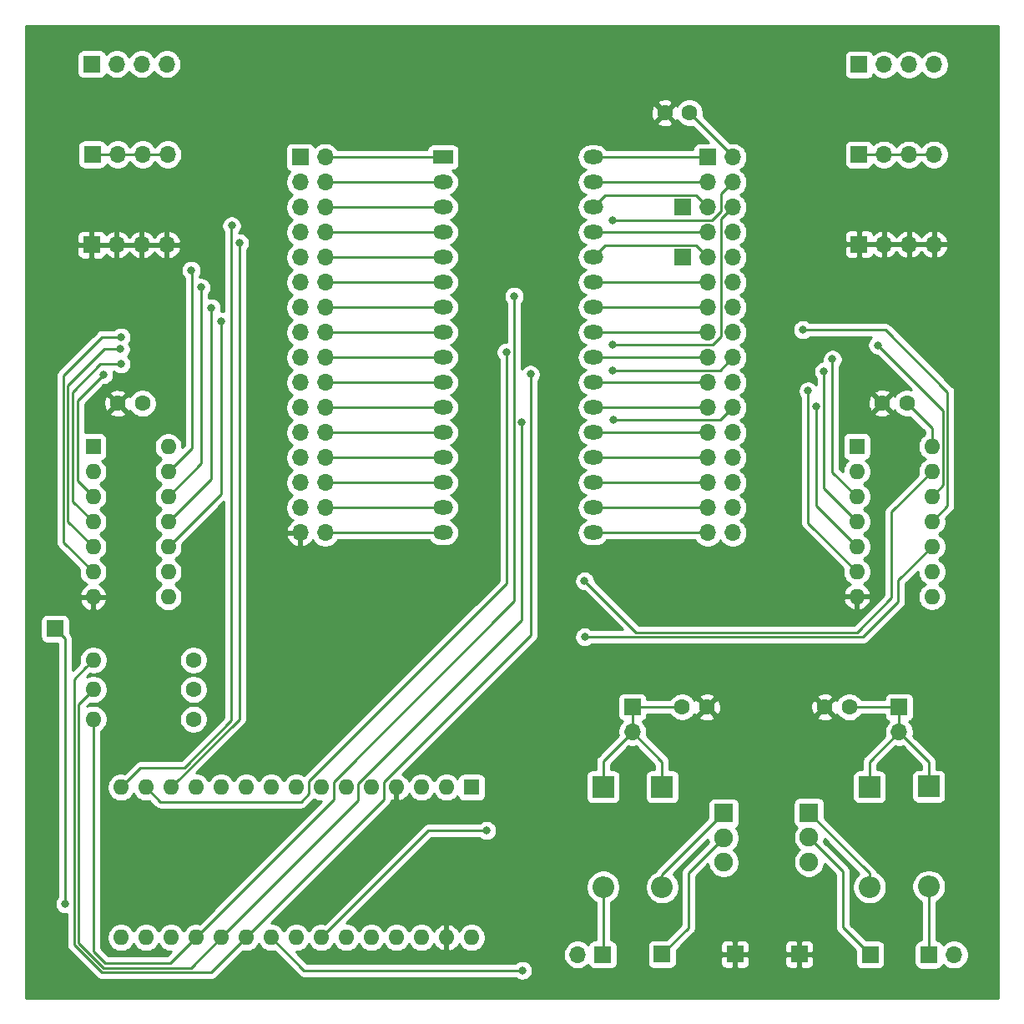
<source format=gtl>
G04 #@! TF.GenerationSoftware,KiCad,Pcbnew,(5.1.9)-1*
G04 #@! TF.CreationDate,2022-12-20T17:35:44-05:00*
G04 #@! TF.ProjectId,TommyPROM32,546f6d6d-7950-4524-9f4d-33322e6b6963,rev?*
G04 #@! TF.SameCoordinates,Original*
G04 #@! TF.FileFunction,Copper,L1,Top*
G04 #@! TF.FilePolarity,Positive*
%FSLAX46Y46*%
G04 Gerber Fmt 4.6, Leading zero omitted, Abs format (unit mm)*
G04 Created by KiCad (PCBNEW (5.1.9)-1) date 2022-12-20 17:35:44*
%MOMM*%
%LPD*%
G01*
G04 APERTURE LIST*
G04 #@! TA.AperFunction,ComponentPad*
%ADD10O,1.600000X1.600000*%
G04 #@! TD*
G04 #@! TA.AperFunction,ComponentPad*
%ADD11R,1.600000X1.600000*%
G04 #@! TD*
G04 #@! TA.AperFunction,ComponentPad*
%ADD12R,1.700000X1.700000*%
G04 #@! TD*
G04 #@! TA.AperFunction,ComponentPad*
%ADD13C,1.600000*%
G04 #@! TD*
G04 #@! TA.AperFunction,ComponentPad*
%ADD14C,1.900000*%
G04 #@! TD*
G04 #@! TA.AperFunction,ComponentPad*
%ADD15R,1.900000X1.900000*%
G04 #@! TD*
G04 #@! TA.AperFunction,ComponentPad*
%ADD16O,1.700000X1.700000*%
G04 #@! TD*
G04 #@! TA.AperFunction,ComponentPad*
%ADD17O,2.200000X2.200000*%
G04 #@! TD*
G04 #@! TA.AperFunction,ComponentPad*
%ADD18R,2.200000X2.200000*%
G04 #@! TD*
G04 #@! TA.AperFunction,ComponentPad*
%ADD19O,2.000000X1.440000*%
G04 #@! TD*
G04 #@! TA.AperFunction,ComponentPad*
%ADD20R,2.000000X1.440000*%
G04 #@! TD*
G04 #@! TA.AperFunction,ViaPad*
%ADD21C,0.800000*%
G04 #@! TD*
G04 #@! TA.AperFunction,Conductor*
%ADD22C,0.250000*%
G04 #@! TD*
G04 #@! TA.AperFunction,Conductor*
%ADD23C,0.254000*%
G04 #@! TD*
G04 #@! TA.AperFunction,Conductor*
%ADD24C,0.100000*%
G04 #@! TD*
G04 APERTURE END LIST*
D10*
X65330000Y-128170000D03*
X65330000Y-112930000D03*
X100890000Y-128170000D03*
X67870000Y-112930000D03*
X98350000Y-128170000D03*
X70410000Y-112930000D03*
X95810000Y-128170000D03*
X72950000Y-112930000D03*
X93270000Y-128170000D03*
X75490000Y-112930000D03*
X90730000Y-128170000D03*
X78030000Y-112930000D03*
X88190000Y-128170000D03*
X80570000Y-112930000D03*
X85650000Y-128170000D03*
X83110000Y-112930000D03*
X83110000Y-128170000D03*
X85650000Y-112930000D03*
X80570000Y-128170000D03*
X88190000Y-112930000D03*
X78030000Y-128170000D03*
X90730000Y-112930000D03*
X75490000Y-128170000D03*
X93270000Y-112930000D03*
X72950000Y-128170000D03*
X95810000Y-112930000D03*
X70410000Y-128170000D03*
X98350000Y-112930000D03*
X67870000Y-128170000D03*
D11*
X100890000Y-112930000D03*
D12*
X134140000Y-129870000D03*
D13*
X136720000Y-104790000D03*
X139220000Y-104790000D03*
X124760000Y-104780000D03*
X122260000Y-104780000D03*
D14*
X135120000Y-120500000D03*
X135120000Y-118000000D03*
D15*
X135120000Y-115500000D03*
D16*
X144260000Y-107340000D03*
D12*
X144260000Y-104800000D03*
X141330000Y-129900000D03*
D16*
X149830000Y-129910000D03*
D12*
X147290000Y-129910000D03*
D17*
X141270000Y-123050000D03*
D18*
X141270000Y-112890000D03*
D17*
X147280000Y-122990000D03*
D18*
X147280000Y-112830000D03*
D16*
X111660000Y-129900000D03*
D12*
X114200000Y-129900000D03*
D16*
X117220000Y-107320000D03*
D12*
X117220000Y-104780000D03*
D16*
X147810000Y-48725000D03*
X145270000Y-48725000D03*
X142730000Y-48725000D03*
D12*
X140190000Y-48725000D03*
D16*
X70060000Y-48715000D03*
X67520000Y-48715000D03*
X64980000Y-48715000D03*
D12*
X62440000Y-48715000D03*
X127620000Y-129870000D03*
D19*
X113240000Y-87100000D03*
X98000000Y-87100000D03*
X113240000Y-84560000D03*
X98000000Y-84560000D03*
X113240000Y-82020000D03*
X98000000Y-82020000D03*
X113240000Y-79480000D03*
X98000000Y-79480000D03*
X113240000Y-76940000D03*
X98000000Y-76940000D03*
X113240000Y-74400000D03*
X98000000Y-74400000D03*
X113240000Y-71860000D03*
X98000000Y-71860000D03*
X113240000Y-69320000D03*
X98000000Y-69320000D03*
X113240000Y-66780000D03*
X98000000Y-66780000D03*
X113240000Y-64240000D03*
X98000000Y-64240000D03*
X113240000Y-61700000D03*
X98000000Y-61700000D03*
X113240000Y-59160000D03*
X98000000Y-59160000D03*
X113240000Y-56620000D03*
X98000000Y-56620000D03*
X113240000Y-54080000D03*
X98000000Y-54080000D03*
X113240000Y-51540000D03*
X98000000Y-51540000D03*
X113240000Y-49000000D03*
D20*
X98000000Y-49000000D03*
D10*
X147600000Y-78340000D03*
X139980000Y-93580000D03*
X147600000Y-80880000D03*
X139980000Y-91040000D03*
X147600000Y-83420000D03*
X139980000Y-88500000D03*
X147600000Y-85960000D03*
X139980000Y-85960000D03*
X147600000Y-88500000D03*
X139980000Y-83420000D03*
X147600000Y-91040000D03*
X139980000Y-80880000D03*
X147600000Y-93580000D03*
D11*
X139980000Y-78340000D03*
D10*
X70120000Y-78380000D03*
X62500000Y-93620000D03*
X70120000Y-80920000D03*
X62500000Y-91080000D03*
X70120000Y-83460000D03*
X62500000Y-88540000D03*
X70120000Y-86000000D03*
X62500000Y-86000000D03*
X70120000Y-88540000D03*
X62500000Y-83460000D03*
X70120000Y-91080000D03*
X62500000Y-80920000D03*
X70120000Y-93620000D03*
D11*
X62500000Y-78380000D03*
D14*
X126470000Y-120550000D03*
X126470000Y-118050000D03*
D15*
X126470000Y-115550000D03*
D10*
X62520000Y-106010000D03*
D13*
X72680000Y-106010000D03*
D10*
X62520000Y-103010000D03*
D13*
X72680000Y-103010000D03*
D10*
X62520000Y-100010000D03*
D13*
X72680000Y-100010000D03*
D12*
X58650000Y-96840000D03*
D16*
X147820000Y-57840000D03*
X145280000Y-57840000D03*
X142740000Y-57840000D03*
D12*
X140200000Y-57840000D03*
D16*
X69970000Y-57870000D03*
X67430000Y-57870000D03*
X64890000Y-57870000D03*
D12*
X62350000Y-57870000D03*
D16*
X147820000Y-39610000D03*
X145280000Y-39610000D03*
X142740000Y-39610000D03*
D12*
X140200000Y-39610000D03*
D16*
X69980000Y-39560000D03*
X67440000Y-39560000D03*
X64900000Y-39560000D03*
D12*
X62360000Y-39560000D03*
X120210000Y-129870000D03*
X122300000Y-59160000D03*
X122300000Y-54080000D03*
D16*
X127390000Y-87100000D03*
X124850000Y-87100000D03*
X127390000Y-84560000D03*
X124850000Y-84560000D03*
X127390000Y-82020000D03*
X124850000Y-82020000D03*
X127390000Y-79480000D03*
X124850000Y-79480000D03*
X127390000Y-76940000D03*
X124850000Y-76940000D03*
X127390000Y-74400000D03*
X124850000Y-74400000D03*
X127390000Y-71860000D03*
X124850000Y-71860000D03*
X127390000Y-69320000D03*
X124850000Y-69320000D03*
X127390000Y-66780000D03*
X124850000Y-66780000D03*
X127390000Y-64240000D03*
X124850000Y-64240000D03*
X127390000Y-61700000D03*
X124850000Y-61700000D03*
X127390000Y-59160000D03*
X124850000Y-59160000D03*
X127390000Y-56620000D03*
X124850000Y-56620000D03*
X127390000Y-54080000D03*
X124850000Y-54080000D03*
X127390000Y-51540000D03*
X124850000Y-51540000D03*
X127390000Y-49000000D03*
D12*
X124850000Y-49000000D03*
D16*
X86040000Y-87100000D03*
X83500000Y-87100000D03*
X86040000Y-84560000D03*
X83500000Y-84560000D03*
X86040000Y-82020000D03*
X83500000Y-82020000D03*
X86040000Y-79480000D03*
X83500000Y-79480000D03*
X86040000Y-76940000D03*
X83500000Y-76940000D03*
X86040000Y-74400000D03*
X83500000Y-74400000D03*
X86040000Y-71860000D03*
X83500000Y-71860000D03*
X86040000Y-69320000D03*
X83500000Y-69320000D03*
X86040000Y-66780000D03*
X83500000Y-66780000D03*
X86040000Y-64240000D03*
X83500000Y-64240000D03*
X86040000Y-61700000D03*
X83500000Y-61700000D03*
X86040000Y-59160000D03*
X83500000Y-59160000D03*
X86040000Y-56620000D03*
X83500000Y-56620000D03*
X86040000Y-54080000D03*
X83500000Y-54080000D03*
X86040000Y-51540000D03*
X83500000Y-51540000D03*
X86040000Y-49000000D03*
D12*
X83500000Y-49000000D03*
D17*
X120240000Y-123040000D03*
D18*
X120240000Y-112880000D03*
D17*
X114240000Y-123040000D03*
D18*
X114240000Y-112880000D03*
D13*
X65000000Y-73980000D03*
X67500000Y-73980000D03*
X120500000Y-44500000D03*
X123000000Y-44500000D03*
X142550000Y-73950000D03*
X145050000Y-73950000D03*
D21*
X59670000Y-124760000D03*
X76555000Y-55945000D03*
X104420000Y-68780000D03*
X115210000Y-68040000D03*
X77340000Y-57700000D03*
X102430000Y-117310000D03*
X106050002Y-131500000D03*
X106880000Y-71020000D03*
X115239999Y-70620001D03*
X115270000Y-75640000D03*
X106000000Y-75890000D03*
X105220000Y-63100000D03*
X115230000Y-55380000D03*
X63560000Y-71050000D03*
X65320000Y-69990000D03*
X65280000Y-68480000D03*
X65330000Y-67240000D03*
X75500000Y-65669998D03*
X74500000Y-64279994D03*
X73450000Y-62210000D03*
X72460000Y-60470000D03*
X112370000Y-97670000D03*
X112360000Y-91990000D03*
X142100000Y-68080000D03*
X134500000Y-66500000D03*
X137500000Y-69500000D03*
X136630000Y-70740000D03*
X135040000Y-72710000D03*
X135860000Y-74280000D03*
D22*
X59660000Y-97850000D02*
X58650000Y-96840000D01*
X59660000Y-124750000D02*
X59660000Y-97850000D01*
X59670000Y-124760000D02*
X59660000Y-124750000D01*
X76539989Y-106163601D02*
X76539989Y-55960011D01*
X67300000Y-110960000D02*
X71743590Y-110960000D01*
X65330000Y-112930000D02*
X67300000Y-110960000D01*
X71743590Y-110960000D02*
X76539989Y-106163601D01*
X76539989Y-55960011D02*
X76555000Y-55945000D01*
X126214999Y-55255001D02*
X127390000Y-54080000D01*
X126214999Y-67154003D02*
X126214999Y-55255001D01*
X125329002Y-68040000D02*
X126214999Y-67154003D01*
X115210000Y-68040000D02*
X125329002Y-68040000D01*
X104439998Y-68780002D02*
X104440000Y-68780000D01*
X84390000Y-112320000D02*
X104439998Y-92270002D01*
X84390000Y-113600000D02*
X84390000Y-112320000D01*
X83610000Y-114380000D02*
X84390000Y-113600000D01*
X104439998Y-92270002D02*
X104439998Y-68780002D01*
X69320000Y-114380000D02*
X83610000Y-114380000D01*
X67870000Y-112930000D02*
X69320000Y-114380000D01*
X77330000Y-57710000D02*
X77340000Y-57700000D01*
X77330000Y-106010000D02*
X77330000Y-57710000D01*
X70410000Y-112930000D02*
X77330000Y-106010000D01*
X127390000Y-48890000D02*
X127390000Y-49000000D01*
X123000000Y-44500000D02*
X127390000Y-48890000D01*
X147600000Y-76500000D02*
X145050000Y-73950000D01*
X147600000Y-78340000D02*
X147600000Y-76500000D01*
X96510000Y-117310000D02*
X85650000Y-128170000D01*
X102430000Y-117310000D02*
X96510000Y-117310000D01*
X83900000Y-131500000D02*
X106050002Y-131500000D01*
X80570000Y-128170000D02*
X83900000Y-131500000D01*
X61720001Y-100809999D02*
X62520000Y-100010000D01*
X60570000Y-128892822D02*
X60570000Y-101960000D01*
X74499978Y-131700022D02*
X63377200Y-131700022D01*
X78030000Y-128170000D02*
X74499978Y-131700022D01*
X63377200Y-131700022D02*
X60570000Y-128892822D01*
X60570000Y-101960000D02*
X61720001Y-100809999D01*
X92010000Y-114190000D02*
X92010000Y-112390000D01*
X78030000Y-128170000D02*
X92010000Y-114190000D01*
X92010000Y-112390000D02*
X106880000Y-97520000D01*
X106880000Y-97520000D02*
X106880000Y-71020000D01*
X126089999Y-70620001D02*
X127390000Y-69320000D01*
X115239999Y-70620001D02*
X126089999Y-70620001D01*
X62520000Y-103090000D02*
X62520000Y-103010000D01*
X63563600Y-131250011D02*
X61030000Y-128716411D01*
X61030000Y-104500000D02*
X62520000Y-103010000D01*
X61030000Y-128716411D02*
X61030000Y-104500000D01*
X75490000Y-128170000D02*
X72409989Y-131250011D01*
X72409989Y-131250011D02*
X63563600Y-131250011D01*
X126150000Y-75640000D02*
X127390000Y-74400000D01*
X115270000Y-75640000D02*
X126150000Y-75640000D01*
X75490000Y-128170000D02*
X89410000Y-114250000D01*
X89410000Y-114250000D02*
X89410000Y-112584998D01*
X89410000Y-112584998D02*
X106000000Y-95994998D01*
X106000000Y-95994998D02*
X106000000Y-75890000D01*
X62520000Y-106170000D02*
X62520000Y-106010000D01*
X62530000Y-106020000D02*
X62520000Y-106010000D01*
X63750000Y-130800000D02*
X62530000Y-129580000D01*
X70320000Y-130800000D02*
X63750000Y-130800000D01*
X62530000Y-129580000D02*
X62530000Y-106020000D01*
X72950000Y-128170000D02*
X70320000Y-130800000D01*
X105220000Y-94050000D02*
X105220000Y-68423002D01*
X86920000Y-112350000D02*
X105220000Y-94050000D01*
X86920000Y-114200000D02*
X86920000Y-112350000D01*
X105220000Y-68423002D02*
X105220000Y-63100000D01*
X72950000Y-128170000D02*
X86920000Y-114200000D01*
X126214999Y-52715001D02*
X126214999Y-54454003D01*
X126214999Y-54454003D02*
X125289002Y-55380000D01*
X127390000Y-51540000D02*
X126214999Y-52715001D01*
X125289002Y-55380000D02*
X115230000Y-55380000D01*
X120240000Y-121780000D02*
X120240000Y-123040000D01*
X126470000Y-115550000D02*
X120240000Y-121780000D01*
X147280000Y-129900000D02*
X147290000Y-129910000D01*
X147280000Y-122990000D02*
X147280000Y-129900000D01*
X114240000Y-129880000D02*
X114240000Y-123040000D01*
X86040000Y-87100000D02*
X98000000Y-87100000D01*
X86040000Y-84560000D02*
X98000000Y-84560000D01*
X86040000Y-82020000D02*
X98000000Y-82020000D01*
X86040000Y-79480000D02*
X98000000Y-79480000D01*
X86040000Y-76940000D02*
X98000000Y-76940000D01*
X86040000Y-74400000D02*
X98000000Y-74400000D01*
X86040000Y-71860000D02*
X98000000Y-71860000D01*
X86040000Y-69320000D02*
X98000000Y-69320000D01*
X60900000Y-73710000D02*
X63560000Y-71050000D01*
X60900000Y-81860000D02*
X60900000Y-73710000D01*
X62500000Y-83460000D02*
X60900000Y-81860000D01*
X62500000Y-86000000D02*
X60400022Y-83900022D01*
X60400022Y-83900022D02*
X60400022Y-72819978D01*
X60400022Y-72819978D02*
X63230000Y-69990000D01*
X63230000Y-69990000D02*
X65320000Y-69990000D01*
X62500000Y-88540000D02*
X59950011Y-85990011D01*
X59950011Y-85990011D02*
X59950011Y-72189989D01*
X59950011Y-72189989D02*
X63660000Y-68480000D01*
X63660000Y-68480000D02*
X65280000Y-68480000D01*
X62500000Y-91080000D02*
X59500000Y-88080000D01*
X63420000Y-67240000D02*
X65330000Y-67240000D01*
X59500000Y-88080000D02*
X59500000Y-71160000D01*
X59500000Y-71160000D02*
X63420000Y-67240000D01*
X75500000Y-83160000D02*
X75500000Y-65669998D01*
X70120000Y-88540000D02*
X75500000Y-83160000D01*
X74500000Y-81620000D02*
X74500000Y-64279994D01*
X70120000Y-86000000D02*
X74500000Y-81620000D01*
X73500000Y-62260000D02*
X73450000Y-62210000D01*
X73500000Y-80080000D02*
X73500000Y-62260000D01*
X70120000Y-83460000D02*
X73500000Y-80080000D01*
X72500000Y-60510000D02*
X72460000Y-60470000D01*
X72500000Y-78540000D02*
X72500000Y-60510000D01*
X70120000Y-80920000D02*
X72500000Y-78540000D01*
X140620000Y-97660000D02*
X112380000Y-97660000D01*
X144170000Y-94110000D02*
X140620000Y-97660000D01*
X112380000Y-97660000D02*
X112370000Y-97670000D01*
X147600000Y-88500000D02*
X144170000Y-91930000D01*
X144170000Y-91930000D02*
X144170000Y-94110000D01*
X139990011Y-97209989D02*
X117579989Y-97209989D01*
X147600000Y-80880000D02*
X143500000Y-84980000D01*
X143500000Y-84980000D02*
X143500000Y-93700000D01*
X143500000Y-93700000D02*
X139990011Y-97209989D01*
X117579989Y-97209989D02*
X112360000Y-91990000D01*
X142499999Y-68479999D02*
X142100000Y-68080000D01*
X148745001Y-74725001D02*
X142499999Y-68479999D01*
X148745001Y-82274999D02*
X148745001Y-74725001D01*
X147600000Y-83420000D02*
X148745001Y-82274999D01*
X142880000Y-66500000D02*
X134500000Y-66500000D01*
X149195010Y-72815010D02*
X142880000Y-66500000D01*
X149195010Y-84364990D02*
X149195010Y-72815010D01*
X147600000Y-85960000D02*
X149195010Y-84364990D01*
X137500000Y-80940000D02*
X137500000Y-69500000D01*
X139980000Y-83420000D02*
X137500000Y-80940000D01*
X136630000Y-71305685D02*
X136630000Y-70740000D01*
X136630000Y-82610000D02*
X136630000Y-71305685D01*
X139980000Y-85960000D02*
X136630000Y-82610000D01*
X139980000Y-91040000D02*
X135040000Y-86100000D01*
X135040000Y-86100000D02*
X135040000Y-72710000D01*
X135870000Y-74290000D02*
X135860000Y-74280000D01*
X135870000Y-84390000D02*
X135870000Y-74290000D01*
X139980000Y-88500000D02*
X135870000Y-84390000D01*
X113240000Y-66780000D02*
X124850000Y-66780000D01*
X113240000Y-64240000D02*
X124850000Y-64240000D01*
X113240000Y-61700000D02*
X124850000Y-61700000D01*
X123674999Y-57984999D02*
X124850000Y-59160000D01*
X114415001Y-57984999D02*
X123674999Y-57984999D01*
X113240000Y-59160000D02*
X114415001Y-57984999D01*
X113240000Y-56620000D02*
X124850000Y-56620000D01*
X123674999Y-52904999D02*
X124850000Y-54080000D01*
X114415001Y-52904999D02*
X123674999Y-52904999D01*
X113240000Y-54080000D02*
X114415001Y-52904999D01*
X113240000Y-51540000D02*
X124850000Y-51540000D01*
X113240000Y-49000000D02*
X124850000Y-49000000D01*
X122910000Y-121610000D02*
X126470000Y-118050000D01*
X122910000Y-127170000D02*
X122910000Y-121610000D01*
X120210000Y-129870000D02*
X122910000Y-127170000D01*
X86040000Y-66780000D02*
X98000000Y-66780000D01*
X86040000Y-64240000D02*
X98000000Y-64240000D01*
X86040000Y-61700000D02*
X98000000Y-61700000D01*
X86040000Y-59160000D02*
X98000000Y-59160000D01*
X86040000Y-56620000D02*
X98000000Y-56620000D01*
X86040000Y-54080000D02*
X98000000Y-54080000D01*
X86040000Y-51540000D02*
X98000000Y-51540000D01*
X86040000Y-49000000D02*
X98000000Y-49000000D01*
X113240000Y-87100000D02*
X124850000Y-87100000D01*
X113240000Y-84560000D02*
X124850000Y-84560000D01*
X113240000Y-82020000D02*
X124850000Y-82020000D01*
X113240000Y-79480000D02*
X124850000Y-79480000D01*
X113240000Y-76940000D02*
X124850000Y-76940000D01*
X113240000Y-74400000D02*
X124850000Y-74400000D01*
X113240000Y-71860000D02*
X124850000Y-71860000D01*
X113240000Y-69320000D02*
X124850000Y-69320000D01*
X62440000Y-48715000D02*
X70060000Y-48715000D01*
X140190000Y-48725000D02*
X147810000Y-48725000D01*
X120240000Y-110340000D02*
X120240000Y-112880000D01*
X117220000Y-107320000D02*
X120240000Y-110340000D01*
X114240000Y-110300000D02*
X117220000Y-107320000D01*
X114240000Y-112880000D02*
X114240000Y-110300000D01*
X117220000Y-107320000D02*
X117220000Y-104780000D01*
X141270000Y-121650000D02*
X141270000Y-123050000D01*
X135120000Y-115500000D02*
X141270000Y-121650000D01*
X138570000Y-121450000D02*
X135120000Y-118000000D01*
X138570000Y-127140000D02*
X138570000Y-121450000D01*
X141330000Y-129900000D02*
X138570000Y-127140000D01*
X117220000Y-104780000D02*
X122260000Y-104780000D01*
X141270000Y-110330000D02*
X144260000Y-107340000D01*
X141270000Y-112890000D02*
X141270000Y-110330000D01*
X147280000Y-110360000D02*
X144260000Y-107340000D01*
X147280000Y-112830000D02*
X147280000Y-110360000D01*
X144250000Y-104790000D02*
X144260000Y-104800000D01*
X139220000Y-104790000D02*
X144250000Y-104790000D01*
X144260000Y-104800000D02*
X144260000Y-107340000D01*
D23*
X154340000Y-134340000D02*
X55660000Y-134340000D01*
X55660000Y-95990000D01*
X57161928Y-95990000D01*
X57161928Y-97690000D01*
X57174188Y-97814482D01*
X57210498Y-97934180D01*
X57269463Y-98044494D01*
X57348815Y-98141185D01*
X57445506Y-98220537D01*
X57555820Y-98279502D01*
X57675518Y-98315812D01*
X57800000Y-98328072D01*
X58900001Y-98328072D01*
X58900000Y-124066289D01*
X58866063Y-124100226D01*
X58752795Y-124269744D01*
X58674774Y-124458102D01*
X58635000Y-124658061D01*
X58635000Y-124861939D01*
X58674774Y-125061898D01*
X58752795Y-125250256D01*
X58866063Y-125419774D01*
X59010226Y-125563937D01*
X59179744Y-125677205D01*
X59368102Y-125755226D01*
X59568061Y-125795000D01*
X59771939Y-125795000D01*
X59810000Y-125787429D01*
X59810000Y-128855500D01*
X59806324Y-128892822D01*
X59810000Y-128930144D01*
X59810000Y-128930154D01*
X59820997Y-129041807D01*
X59854119Y-129150998D01*
X59864454Y-129185068D01*
X59935026Y-129317098D01*
X59950704Y-129336201D01*
X60029999Y-129432823D01*
X60059003Y-129456626D01*
X62813401Y-132211025D01*
X62837199Y-132240023D01*
X62952924Y-132334996D01*
X63084953Y-132405568D01*
X63228214Y-132449025D01*
X63339867Y-132460022D01*
X63339876Y-132460022D01*
X63377199Y-132463698D01*
X63414522Y-132460022D01*
X74462656Y-132460022D01*
X74499978Y-132463698D01*
X74537300Y-132460022D01*
X74537311Y-132460022D01*
X74648964Y-132449025D01*
X74792225Y-132405568D01*
X74924254Y-132334996D01*
X75039979Y-132240023D01*
X75063782Y-132211019D01*
X77706114Y-129568688D01*
X77888665Y-129605000D01*
X78171335Y-129605000D01*
X78448574Y-129549853D01*
X78709727Y-129441680D01*
X78944759Y-129284637D01*
X79144637Y-129084759D01*
X79300000Y-128852241D01*
X79455363Y-129084759D01*
X79655241Y-129284637D01*
X79890273Y-129441680D01*
X80151426Y-129549853D01*
X80428665Y-129605000D01*
X80711335Y-129605000D01*
X80893887Y-129568688D01*
X83336201Y-132011003D01*
X83359999Y-132040001D01*
X83475724Y-132134974D01*
X83607753Y-132205546D01*
X83751014Y-132249003D01*
X83862667Y-132260000D01*
X83862676Y-132260000D01*
X83899999Y-132263676D01*
X83937322Y-132260000D01*
X105346291Y-132260000D01*
X105390228Y-132303937D01*
X105559746Y-132417205D01*
X105748104Y-132495226D01*
X105948063Y-132535000D01*
X106151941Y-132535000D01*
X106351900Y-132495226D01*
X106540258Y-132417205D01*
X106709776Y-132303937D01*
X106853939Y-132159774D01*
X106967207Y-131990256D01*
X107045228Y-131801898D01*
X107085002Y-131601939D01*
X107085002Y-131398061D01*
X107045228Y-131198102D01*
X106967207Y-131009744D01*
X106853939Y-130840226D01*
X106709776Y-130696063D01*
X106540258Y-130582795D01*
X106351900Y-130504774D01*
X106151941Y-130465000D01*
X105948063Y-130465000D01*
X105748104Y-130504774D01*
X105559746Y-130582795D01*
X105390228Y-130696063D01*
X105346291Y-130740000D01*
X84214802Y-130740000D01*
X83228542Y-129753740D01*
X110175000Y-129753740D01*
X110175000Y-130046260D01*
X110232068Y-130333158D01*
X110344010Y-130603411D01*
X110506525Y-130846632D01*
X110713368Y-131053475D01*
X110956589Y-131215990D01*
X111226842Y-131327932D01*
X111513740Y-131385000D01*
X111806260Y-131385000D01*
X112093158Y-131327932D01*
X112363411Y-131215990D01*
X112606632Y-131053475D01*
X112738487Y-130921620D01*
X112760498Y-130994180D01*
X112819463Y-131104494D01*
X112898815Y-131201185D01*
X112995506Y-131280537D01*
X113105820Y-131339502D01*
X113225518Y-131375812D01*
X113350000Y-131388072D01*
X115050000Y-131388072D01*
X115174482Y-131375812D01*
X115294180Y-131339502D01*
X115404494Y-131280537D01*
X115501185Y-131201185D01*
X115580537Y-131104494D01*
X115639502Y-130994180D01*
X115675812Y-130874482D01*
X115688072Y-130750000D01*
X115688072Y-129050000D01*
X115675812Y-128925518D01*
X115639502Y-128805820D01*
X115580537Y-128695506D01*
X115501185Y-128598815D01*
X115404494Y-128519463D01*
X115294180Y-128460498D01*
X115174482Y-128424188D01*
X115050000Y-128411928D01*
X115000000Y-128411928D01*
X115000000Y-124603148D01*
X115061831Y-124577537D01*
X115345998Y-124387663D01*
X115587663Y-124145998D01*
X115777537Y-123861831D01*
X115908325Y-123546081D01*
X115975000Y-123210883D01*
X115975000Y-122869117D01*
X118505000Y-122869117D01*
X118505000Y-123210883D01*
X118571675Y-123546081D01*
X118702463Y-123861831D01*
X118892337Y-124145998D01*
X119134002Y-124387663D01*
X119418169Y-124577537D01*
X119733919Y-124708325D01*
X120069117Y-124775000D01*
X120410883Y-124775000D01*
X120746081Y-124708325D01*
X121061831Y-124577537D01*
X121345998Y-124387663D01*
X121587663Y-124145998D01*
X121777537Y-123861831D01*
X121908325Y-123546081D01*
X121975000Y-123210883D01*
X121975000Y-122869117D01*
X121908325Y-122533919D01*
X121777537Y-122218169D01*
X121587663Y-121934002D01*
X121374231Y-121720570D01*
X124885613Y-118209190D01*
X124943748Y-118501451D01*
X122398998Y-121046201D01*
X122370000Y-121069999D01*
X122346202Y-121098997D01*
X122346201Y-121098998D01*
X122275026Y-121185724D01*
X122204454Y-121317754D01*
X122160998Y-121461015D01*
X122146324Y-121610000D01*
X122150001Y-121647332D01*
X122150000Y-126855198D01*
X120623271Y-128381928D01*
X119360000Y-128381928D01*
X119235518Y-128394188D01*
X119115820Y-128430498D01*
X119005506Y-128489463D01*
X118908815Y-128568815D01*
X118829463Y-128665506D01*
X118770498Y-128775820D01*
X118734188Y-128895518D01*
X118721928Y-129020000D01*
X118721928Y-130720000D01*
X118734188Y-130844482D01*
X118770498Y-130964180D01*
X118829463Y-131074494D01*
X118908815Y-131171185D01*
X119005506Y-131250537D01*
X119115820Y-131309502D01*
X119235518Y-131345812D01*
X119360000Y-131358072D01*
X121060000Y-131358072D01*
X121184482Y-131345812D01*
X121304180Y-131309502D01*
X121414494Y-131250537D01*
X121511185Y-131171185D01*
X121590537Y-131074494D01*
X121649502Y-130964180D01*
X121685812Y-130844482D01*
X121698072Y-130720000D01*
X126131928Y-130720000D01*
X126144188Y-130844482D01*
X126180498Y-130964180D01*
X126239463Y-131074494D01*
X126318815Y-131171185D01*
X126415506Y-131250537D01*
X126525820Y-131309502D01*
X126645518Y-131345812D01*
X126770000Y-131358072D01*
X127334250Y-131355000D01*
X127493000Y-131196250D01*
X127493000Y-129997000D01*
X127747000Y-129997000D01*
X127747000Y-131196250D01*
X127905750Y-131355000D01*
X128470000Y-131358072D01*
X128594482Y-131345812D01*
X128714180Y-131309502D01*
X128824494Y-131250537D01*
X128921185Y-131171185D01*
X129000537Y-131074494D01*
X129059502Y-130964180D01*
X129095812Y-130844482D01*
X129108072Y-130720000D01*
X132651928Y-130720000D01*
X132664188Y-130844482D01*
X132700498Y-130964180D01*
X132759463Y-131074494D01*
X132838815Y-131171185D01*
X132935506Y-131250537D01*
X133045820Y-131309502D01*
X133165518Y-131345812D01*
X133290000Y-131358072D01*
X133854250Y-131355000D01*
X134013000Y-131196250D01*
X134013000Y-129997000D01*
X134267000Y-129997000D01*
X134267000Y-131196250D01*
X134425750Y-131355000D01*
X134990000Y-131358072D01*
X135114482Y-131345812D01*
X135234180Y-131309502D01*
X135344494Y-131250537D01*
X135441185Y-131171185D01*
X135520537Y-131074494D01*
X135579502Y-130964180D01*
X135615812Y-130844482D01*
X135628072Y-130720000D01*
X135625000Y-130155750D01*
X135466250Y-129997000D01*
X134267000Y-129997000D01*
X134013000Y-129997000D01*
X132813750Y-129997000D01*
X132655000Y-130155750D01*
X132651928Y-130720000D01*
X129108072Y-130720000D01*
X129105000Y-130155750D01*
X128946250Y-129997000D01*
X127747000Y-129997000D01*
X127493000Y-129997000D01*
X126293750Y-129997000D01*
X126135000Y-130155750D01*
X126131928Y-130720000D01*
X121698072Y-130720000D01*
X121698072Y-129456729D01*
X122134801Y-129020000D01*
X126131928Y-129020000D01*
X126135000Y-129584250D01*
X126293750Y-129743000D01*
X127493000Y-129743000D01*
X127493000Y-128543750D01*
X127747000Y-128543750D01*
X127747000Y-129743000D01*
X128946250Y-129743000D01*
X129105000Y-129584250D01*
X129108072Y-129020000D01*
X132651928Y-129020000D01*
X132655000Y-129584250D01*
X132813750Y-129743000D01*
X134013000Y-129743000D01*
X134013000Y-128543750D01*
X134267000Y-128543750D01*
X134267000Y-129743000D01*
X135466250Y-129743000D01*
X135625000Y-129584250D01*
X135628072Y-129020000D01*
X135615812Y-128895518D01*
X135579502Y-128775820D01*
X135520537Y-128665506D01*
X135441185Y-128568815D01*
X135344494Y-128489463D01*
X135234180Y-128430498D01*
X135114482Y-128394188D01*
X134990000Y-128381928D01*
X134425750Y-128385000D01*
X134267000Y-128543750D01*
X134013000Y-128543750D01*
X133854250Y-128385000D01*
X133290000Y-128381928D01*
X133165518Y-128394188D01*
X133045820Y-128430498D01*
X132935506Y-128489463D01*
X132838815Y-128568815D01*
X132759463Y-128665506D01*
X132700498Y-128775820D01*
X132664188Y-128895518D01*
X132651928Y-129020000D01*
X129108072Y-129020000D01*
X129095812Y-128895518D01*
X129059502Y-128775820D01*
X129000537Y-128665506D01*
X128921185Y-128568815D01*
X128824494Y-128489463D01*
X128714180Y-128430498D01*
X128594482Y-128394188D01*
X128470000Y-128381928D01*
X127905750Y-128385000D01*
X127747000Y-128543750D01*
X127493000Y-128543750D01*
X127334250Y-128385000D01*
X126770000Y-128381928D01*
X126645518Y-128394188D01*
X126525820Y-128430498D01*
X126415506Y-128489463D01*
X126318815Y-128568815D01*
X126239463Y-128665506D01*
X126180498Y-128775820D01*
X126144188Y-128895518D01*
X126131928Y-129020000D01*
X122134801Y-129020000D01*
X123421004Y-127733798D01*
X123450001Y-127710001D01*
X123544974Y-127594276D01*
X123615546Y-127462247D01*
X123659003Y-127318986D01*
X123670000Y-127207333D01*
X123670000Y-127207332D01*
X123673677Y-127170000D01*
X123670000Y-127132667D01*
X123670000Y-121924801D01*
X124885613Y-120709189D01*
X124945911Y-121012327D01*
X125065391Y-121300779D01*
X125238850Y-121560379D01*
X125459621Y-121781150D01*
X125719221Y-121954609D01*
X126007673Y-122074089D01*
X126313891Y-122135000D01*
X126626109Y-122135000D01*
X126932327Y-122074089D01*
X127220779Y-121954609D01*
X127480379Y-121781150D01*
X127701150Y-121560379D01*
X127874609Y-121300779D01*
X127994089Y-121012327D01*
X128055000Y-120706109D01*
X128055000Y-120393891D01*
X127994089Y-120087673D01*
X127874609Y-119799221D01*
X127701150Y-119539621D01*
X127480379Y-119318850D01*
X127452168Y-119300000D01*
X127480379Y-119281150D01*
X127701150Y-119060379D01*
X127874609Y-118800779D01*
X127994089Y-118512327D01*
X128055000Y-118206109D01*
X128055000Y-117893891D01*
X127994089Y-117587673D01*
X127874609Y-117299221D01*
X127715979Y-117061814D01*
X127774494Y-117030537D01*
X127871185Y-116951185D01*
X127950537Y-116854494D01*
X128009502Y-116744180D01*
X128045812Y-116624482D01*
X128058072Y-116500000D01*
X128058072Y-114600000D01*
X128053148Y-114550000D01*
X133531928Y-114550000D01*
X133531928Y-116450000D01*
X133544188Y-116574482D01*
X133580498Y-116694180D01*
X133639463Y-116804494D01*
X133718815Y-116901185D01*
X133815506Y-116980537D01*
X133874021Y-117011814D01*
X133715391Y-117249221D01*
X133595911Y-117537673D01*
X133535000Y-117843891D01*
X133535000Y-118156109D01*
X133595911Y-118462327D01*
X133715391Y-118750779D01*
X133888850Y-119010379D01*
X134109621Y-119231150D01*
X134137832Y-119250000D01*
X134109621Y-119268850D01*
X133888850Y-119489621D01*
X133715391Y-119749221D01*
X133595911Y-120037673D01*
X133535000Y-120343891D01*
X133535000Y-120656109D01*
X133595911Y-120962327D01*
X133715391Y-121250779D01*
X133888850Y-121510379D01*
X134109621Y-121731150D01*
X134369221Y-121904609D01*
X134657673Y-122024089D01*
X134963891Y-122085000D01*
X135276109Y-122085000D01*
X135582327Y-122024089D01*
X135870779Y-121904609D01*
X136130379Y-121731150D01*
X136351150Y-121510379D01*
X136524609Y-121250779D01*
X136644089Y-120962327D01*
X136704387Y-120659189D01*
X137810001Y-121764803D01*
X137810000Y-127102677D01*
X137806324Y-127140000D01*
X137810000Y-127177322D01*
X137810000Y-127177332D01*
X137820997Y-127288985D01*
X137830098Y-127318986D01*
X137864454Y-127432246D01*
X137935026Y-127564276D01*
X137959646Y-127594275D01*
X138029999Y-127680001D01*
X138059003Y-127703804D01*
X139841928Y-129486730D01*
X139841928Y-130750000D01*
X139854188Y-130874482D01*
X139890498Y-130994180D01*
X139949463Y-131104494D01*
X140028815Y-131201185D01*
X140125506Y-131280537D01*
X140235820Y-131339502D01*
X140355518Y-131375812D01*
X140480000Y-131388072D01*
X142180000Y-131388072D01*
X142304482Y-131375812D01*
X142424180Y-131339502D01*
X142534494Y-131280537D01*
X142631185Y-131201185D01*
X142710537Y-131104494D01*
X142769502Y-130994180D01*
X142805812Y-130874482D01*
X142818072Y-130750000D01*
X142818072Y-129050000D01*
X142805812Y-128925518D01*
X142769502Y-128805820D01*
X142710537Y-128695506D01*
X142631185Y-128598815D01*
X142534494Y-128519463D01*
X142424180Y-128460498D01*
X142304482Y-128424188D01*
X142180000Y-128411928D01*
X140916730Y-128411928D01*
X139330000Y-126825199D01*
X139330000Y-121487325D01*
X139333676Y-121450000D01*
X139330000Y-121412675D01*
X139330000Y-121412667D01*
X139319003Y-121301014D01*
X139275546Y-121157753D01*
X139204974Y-121025724D01*
X139110001Y-120909999D01*
X139081003Y-120886201D01*
X136646252Y-118451451D01*
X136704387Y-118159189D01*
X140214076Y-121668879D01*
X140164002Y-121702337D01*
X139922337Y-121944002D01*
X139732463Y-122228169D01*
X139601675Y-122543919D01*
X139535000Y-122879117D01*
X139535000Y-123220883D01*
X139601675Y-123556081D01*
X139732463Y-123871831D01*
X139922337Y-124155998D01*
X140164002Y-124397663D01*
X140448169Y-124587537D01*
X140763919Y-124718325D01*
X141099117Y-124785000D01*
X141440883Y-124785000D01*
X141776081Y-124718325D01*
X142091831Y-124587537D01*
X142375998Y-124397663D01*
X142617663Y-124155998D01*
X142807537Y-123871831D01*
X142938325Y-123556081D01*
X143005000Y-123220883D01*
X143005000Y-122879117D01*
X142993066Y-122819117D01*
X145545000Y-122819117D01*
X145545000Y-123160883D01*
X145611675Y-123496081D01*
X145742463Y-123811831D01*
X145932337Y-124095998D01*
X146174002Y-124337663D01*
X146458169Y-124527537D01*
X146520000Y-124553148D01*
X146520001Y-128421928D01*
X146440000Y-128421928D01*
X146315518Y-128434188D01*
X146195820Y-128470498D01*
X146085506Y-128529463D01*
X145988815Y-128608815D01*
X145909463Y-128705506D01*
X145850498Y-128815820D01*
X145814188Y-128935518D01*
X145801928Y-129060000D01*
X145801928Y-130760000D01*
X145814188Y-130884482D01*
X145850498Y-131004180D01*
X145909463Y-131114494D01*
X145988815Y-131211185D01*
X146085506Y-131290537D01*
X146195820Y-131349502D01*
X146315518Y-131385812D01*
X146440000Y-131398072D01*
X148140000Y-131398072D01*
X148264482Y-131385812D01*
X148384180Y-131349502D01*
X148494494Y-131290537D01*
X148591185Y-131211185D01*
X148670537Y-131114494D01*
X148729502Y-131004180D01*
X148751513Y-130931620D01*
X148883368Y-131063475D01*
X149126589Y-131225990D01*
X149396842Y-131337932D01*
X149683740Y-131395000D01*
X149976260Y-131395000D01*
X150263158Y-131337932D01*
X150533411Y-131225990D01*
X150776632Y-131063475D01*
X150983475Y-130856632D01*
X151145990Y-130613411D01*
X151257932Y-130343158D01*
X151315000Y-130056260D01*
X151315000Y-129763740D01*
X151257932Y-129476842D01*
X151145990Y-129206589D01*
X150983475Y-128963368D01*
X150776632Y-128756525D01*
X150533411Y-128594010D01*
X150263158Y-128482068D01*
X149976260Y-128425000D01*
X149683740Y-128425000D01*
X149396842Y-128482068D01*
X149126589Y-128594010D01*
X148883368Y-128756525D01*
X148751513Y-128888380D01*
X148729502Y-128815820D01*
X148670537Y-128705506D01*
X148591185Y-128608815D01*
X148494494Y-128529463D01*
X148384180Y-128470498D01*
X148264482Y-128434188D01*
X148140000Y-128421928D01*
X148040000Y-128421928D01*
X148040000Y-124553148D01*
X148101831Y-124527537D01*
X148385998Y-124337663D01*
X148627663Y-124095998D01*
X148817537Y-123811831D01*
X148948325Y-123496081D01*
X149015000Y-123160883D01*
X149015000Y-122819117D01*
X148948325Y-122483919D01*
X148817537Y-122168169D01*
X148627663Y-121884002D01*
X148385998Y-121642337D01*
X148101831Y-121452463D01*
X147786081Y-121321675D01*
X147450883Y-121255000D01*
X147109117Y-121255000D01*
X146773919Y-121321675D01*
X146458169Y-121452463D01*
X146174002Y-121642337D01*
X145932337Y-121884002D01*
X145742463Y-122168169D01*
X145611675Y-122483919D01*
X145545000Y-122819117D01*
X142993066Y-122819117D01*
X142938325Y-122543919D01*
X142807537Y-122228169D01*
X142617663Y-121944002D01*
X142375998Y-121702337D01*
X142091831Y-121512463D01*
X142012509Y-121479607D01*
X141975546Y-121357753D01*
X141904974Y-121225724D01*
X141849192Y-121157753D01*
X141833799Y-121138996D01*
X141833795Y-121138992D01*
X141810001Y-121109999D01*
X141781009Y-121086206D01*
X136708072Y-116013271D01*
X136708072Y-114550000D01*
X136695812Y-114425518D01*
X136659502Y-114305820D01*
X136600537Y-114195506D01*
X136521185Y-114098815D01*
X136424494Y-114019463D01*
X136314180Y-113960498D01*
X136194482Y-113924188D01*
X136070000Y-113911928D01*
X134170000Y-113911928D01*
X134045518Y-113924188D01*
X133925820Y-113960498D01*
X133815506Y-114019463D01*
X133718815Y-114098815D01*
X133639463Y-114195506D01*
X133580498Y-114305820D01*
X133544188Y-114425518D01*
X133531928Y-114550000D01*
X128053148Y-114550000D01*
X128045812Y-114475518D01*
X128009502Y-114355820D01*
X127950537Y-114245506D01*
X127871185Y-114148815D01*
X127774494Y-114069463D01*
X127664180Y-114010498D01*
X127544482Y-113974188D01*
X127420000Y-113961928D01*
X125520000Y-113961928D01*
X125395518Y-113974188D01*
X125275820Y-114010498D01*
X125165506Y-114069463D01*
X125068815Y-114148815D01*
X124989463Y-114245506D01*
X124930498Y-114355820D01*
X124894188Y-114475518D01*
X124881928Y-114600000D01*
X124881928Y-116063269D01*
X119729003Y-121216196D01*
X119699999Y-121239999D01*
X119650119Y-121300779D01*
X119605026Y-121355724D01*
X119557423Y-121444782D01*
X119418169Y-121502463D01*
X119134002Y-121692337D01*
X118892337Y-121934002D01*
X118702463Y-122218169D01*
X118571675Y-122533919D01*
X118505000Y-122869117D01*
X115975000Y-122869117D01*
X115908325Y-122533919D01*
X115777537Y-122218169D01*
X115587663Y-121934002D01*
X115345998Y-121692337D01*
X115061831Y-121502463D01*
X114746081Y-121371675D01*
X114410883Y-121305000D01*
X114069117Y-121305000D01*
X113733919Y-121371675D01*
X113418169Y-121502463D01*
X113134002Y-121692337D01*
X112892337Y-121934002D01*
X112702463Y-122218169D01*
X112571675Y-122533919D01*
X112505000Y-122869117D01*
X112505000Y-123210883D01*
X112571675Y-123546081D01*
X112702463Y-123861831D01*
X112892337Y-124145998D01*
X113134002Y-124387663D01*
X113418169Y-124577537D01*
X113480001Y-124603149D01*
X113480000Y-128411928D01*
X113350000Y-128411928D01*
X113225518Y-128424188D01*
X113105820Y-128460498D01*
X112995506Y-128519463D01*
X112898815Y-128598815D01*
X112819463Y-128695506D01*
X112760498Y-128805820D01*
X112738487Y-128878380D01*
X112606632Y-128746525D01*
X112363411Y-128584010D01*
X112093158Y-128472068D01*
X111806260Y-128415000D01*
X111513740Y-128415000D01*
X111226842Y-128472068D01*
X110956589Y-128584010D01*
X110713368Y-128746525D01*
X110506525Y-128953368D01*
X110344010Y-129196589D01*
X110232068Y-129466842D01*
X110175000Y-129753740D01*
X83228542Y-129753740D01*
X83079802Y-129605000D01*
X83251335Y-129605000D01*
X83528574Y-129549853D01*
X83789727Y-129441680D01*
X84024759Y-129284637D01*
X84224637Y-129084759D01*
X84380000Y-128852241D01*
X84535363Y-129084759D01*
X84735241Y-129284637D01*
X84970273Y-129441680D01*
X85231426Y-129549853D01*
X85508665Y-129605000D01*
X85791335Y-129605000D01*
X86068574Y-129549853D01*
X86329727Y-129441680D01*
X86564759Y-129284637D01*
X86764637Y-129084759D01*
X86920000Y-128852241D01*
X87075363Y-129084759D01*
X87275241Y-129284637D01*
X87510273Y-129441680D01*
X87771426Y-129549853D01*
X88048665Y-129605000D01*
X88331335Y-129605000D01*
X88608574Y-129549853D01*
X88869727Y-129441680D01*
X89104759Y-129284637D01*
X89304637Y-129084759D01*
X89460000Y-128852241D01*
X89615363Y-129084759D01*
X89815241Y-129284637D01*
X90050273Y-129441680D01*
X90311426Y-129549853D01*
X90588665Y-129605000D01*
X90871335Y-129605000D01*
X91148574Y-129549853D01*
X91409727Y-129441680D01*
X91644759Y-129284637D01*
X91844637Y-129084759D01*
X92000000Y-128852241D01*
X92155363Y-129084759D01*
X92355241Y-129284637D01*
X92590273Y-129441680D01*
X92851426Y-129549853D01*
X93128665Y-129605000D01*
X93411335Y-129605000D01*
X93688574Y-129549853D01*
X93949727Y-129441680D01*
X94184759Y-129284637D01*
X94384637Y-129084759D01*
X94540000Y-128852241D01*
X94695363Y-129084759D01*
X94895241Y-129284637D01*
X95130273Y-129441680D01*
X95391426Y-129549853D01*
X95668665Y-129605000D01*
X95951335Y-129605000D01*
X96228574Y-129549853D01*
X96489727Y-129441680D01*
X96724759Y-129284637D01*
X96924637Y-129084759D01*
X97081680Y-128849727D01*
X97086067Y-128839135D01*
X97197615Y-129025131D01*
X97386586Y-129233519D01*
X97612580Y-129401037D01*
X97866913Y-129521246D01*
X98000961Y-129561904D01*
X98223000Y-129439915D01*
X98223000Y-128297000D01*
X98203000Y-128297000D01*
X98203000Y-128043000D01*
X98223000Y-128043000D01*
X98223000Y-126900085D01*
X98477000Y-126900085D01*
X98477000Y-128043000D01*
X98497000Y-128043000D01*
X98497000Y-128297000D01*
X98477000Y-128297000D01*
X98477000Y-129439915D01*
X98699039Y-129561904D01*
X98833087Y-129521246D01*
X99087420Y-129401037D01*
X99313414Y-129233519D01*
X99502385Y-129025131D01*
X99613933Y-128839135D01*
X99618320Y-128849727D01*
X99775363Y-129084759D01*
X99975241Y-129284637D01*
X100210273Y-129441680D01*
X100471426Y-129549853D01*
X100748665Y-129605000D01*
X101031335Y-129605000D01*
X101308574Y-129549853D01*
X101569727Y-129441680D01*
X101804759Y-129284637D01*
X102004637Y-129084759D01*
X102161680Y-128849727D01*
X102269853Y-128588574D01*
X102325000Y-128311335D01*
X102325000Y-128028665D01*
X102269853Y-127751426D01*
X102161680Y-127490273D01*
X102004637Y-127255241D01*
X101804759Y-127055363D01*
X101569727Y-126898320D01*
X101308574Y-126790147D01*
X101031335Y-126735000D01*
X100748665Y-126735000D01*
X100471426Y-126790147D01*
X100210273Y-126898320D01*
X99975241Y-127055363D01*
X99775363Y-127255241D01*
X99618320Y-127490273D01*
X99613933Y-127500865D01*
X99502385Y-127314869D01*
X99313414Y-127106481D01*
X99087420Y-126938963D01*
X98833087Y-126818754D01*
X98699039Y-126778096D01*
X98477000Y-126900085D01*
X98223000Y-126900085D01*
X98000961Y-126778096D01*
X97866913Y-126818754D01*
X97612580Y-126938963D01*
X97386586Y-127106481D01*
X97197615Y-127314869D01*
X97086067Y-127500865D01*
X97081680Y-127490273D01*
X96924637Y-127255241D01*
X96724759Y-127055363D01*
X96489727Y-126898320D01*
X96228574Y-126790147D01*
X95951335Y-126735000D01*
X95668665Y-126735000D01*
X95391426Y-126790147D01*
X95130273Y-126898320D01*
X94895241Y-127055363D01*
X94695363Y-127255241D01*
X94540000Y-127487759D01*
X94384637Y-127255241D01*
X94184759Y-127055363D01*
X93949727Y-126898320D01*
X93688574Y-126790147D01*
X93411335Y-126735000D01*
X93128665Y-126735000D01*
X92851426Y-126790147D01*
X92590273Y-126898320D01*
X92355241Y-127055363D01*
X92155363Y-127255241D01*
X92000000Y-127487759D01*
X91844637Y-127255241D01*
X91644759Y-127055363D01*
X91409727Y-126898320D01*
X91148574Y-126790147D01*
X90871335Y-126735000D01*
X90588665Y-126735000D01*
X90311426Y-126790147D01*
X90050273Y-126898320D01*
X89815241Y-127055363D01*
X89615363Y-127255241D01*
X89460000Y-127487759D01*
X89304637Y-127255241D01*
X89104759Y-127055363D01*
X88869727Y-126898320D01*
X88608574Y-126790147D01*
X88331335Y-126735000D01*
X88159801Y-126735000D01*
X96824802Y-118070000D01*
X101726289Y-118070000D01*
X101770226Y-118113937D01*
X101939744Y-118227205D01*
X102128102Y-118305226D01*
X102328061Y-118345000D01*
X102531939Y-118345000D01*
X102731898Y-118305226D01*
X102920256Y-118227205D01*
X103089774Y-118113937D01*
X103233937Y-117969774D01*
X103347205Y-117800256D01*
X103425226Y-117611898D01*
X103465000Y-117411939D01*
X103465000Y-117208061D01*
X103425226Y-117008102D01*
X103347205Y-116819744D01*
X103233937Y-116650226D01*
X103089774Y-116506063D01*
X102920256Y-116392795D01*
X102731898Y-116314774D01*
X102531939Y-116275000D01*
X102328061Y-116275000D01*
X102128102Y-116314774D01*
X101939744Y-116392795D01*
X101770226Y-116506063D01*
X101726289Y-116550000D01*
X96547322Y-116550000D01*
X96509999Y-116546324D01*
X96472676Y-116550000D01*
X96472667Y-116550000D01*
X96361014Y-116560997D01*
X96217753Y-116604454D01*
X96085724Y-116675026D01*
X95969999Y-116769999D01*
X95946201Y-116798997D01*
X85973887Y-126771312D01*
X85791335Y-126735000D01*
X85508665Y-126735000D01*
X85231426Y-126790147D01*
X84970273Y-126898320D01*
X84735241Y-127055363D01*
X84535363Y-127255241D01*
X84380000Y-127487759D01*
X84224637Y-127255241D01*
X84024759Y-127055363D01*
X83789727Y-126898320D01*
X83528574Y-126790147D01*
X83251335Y-126735000D01*
X82968665Y-126735000D01*
X82691426Y-126790147D01*
X82430273Y-126898320D01*
X82195241Y-127055363D01*
X81995363Y-127255241D01*
X81840000Y-127487759D01*
X81684637Y-127255241D01*
X81484759Y-127055363D01*
X81249727Y-126898320D01*
X80988574Y-126790147D01*
X80711335Y-126735000D01*
X80539801Y-126735000D01*
X92521004Y-114753798D01*
X92550001Y-114730001D01*
X92644974Y-114614276D01*
X92715546Y-114482247D01*
X92759003Y-114338986D01*
X92765678Y-114271210D01*
X92786913Y-114281246D01*
X92920961Y-114321904D01*
X93143000Y-114199915D01*
X93143000Y-113057000D01*
X93123000Y-113057000D01*
X93123000Y-112803000D01*
X93143000Y-112803000D01*
X93143000Y-112783000D01*
X93397000Y-112783000D01*
X93397000Y-112803000D01*
X93417000Y-112803000D01*
X93417000Y-113057000D01*
X93397000Y-113057000D01*
X93397000Y-114199915D01*
X93619039Y-114321904D01*
X93753087Y-114281246D01*
X94007420Y-114161037D01*
X94233414Y-113993519D01*
X94422385Y-113785131D01*
X94533933Y-113599135D01*
X94538320Y-113609727D01*
X94695363Y-113844759D01*
X94895241Y-114044637D01*
X95130273Y-114201680D01*
X95391426Y-114309853D01*
X95668665Y-114365000D01*
X95951335Y-114365000D01*
X96228574Y-114309853D01*
X96489727Y-114201680D01*
X96724759Y-114044637D01*
X96924637Y-113844759D01*
X97080000Y-113612241D01*
X97235363Y-113844759D01*
X97435241Y-114044637D01*
X97670273Y-114201680D01*
X97931426Y-114309853D01*
X98208665Y-114365000D01*
X98491335Y-114365000D01*
X98768574Y-114309853D01*
X99029727Y-114201680D01*
X99264759Y-114044637D01*
X99463357Y-113846039D01*
X99464188Y-113854482D01*
X99500498Y-113974180D01*
X99559463Y-114084494D01*
X99638815Y-114181185D01*
X99735506Y-114260537D01*
X99845820Y-114319502D01*
X99965518Y-114355812D01*
X100090000Y-114368072D01*
X101690000Y-114368072D01*
X101814482Y-114355812D01*
X101934180Y-114319502D01*
X102044494Y-114260537D01*
X102141185Y-114181185D01*
X102220537Y-114084494D01*
X102279502Y-113974180D01*
X102315812Y-113854482D01*
X102328072Y-113730000D01*
X102328072Y-112130000D01*
X102315812Y-112005518D01*
X102279502Y-111885820D01*
X102222940Y-111780000D01*
X112501928Y-111780000D01*
X112501928Y-113980000D01*
X112514188Y-114104482D01*
X112550498Y-114224180D01*
X112609463Y-114334494D01*
X112688815Y-114431185D01*
X112785506Y-114510537D01*
X112895820Y-114569502D01*
X113015518Y-114605812D01*
X113140000Y-114618072D01*
X115340000Y-114618072D01*
X115464482Y-114605812D01*
X115584180Y-114569502D01*
X115694494Y-114510537D01*
X115791185Y-114431185D01*
X115870537Y-114334494D01*
X115929502Y-114224180D01*
X115965812Y-114104482D01*
X115978072Y-113980000D01*
X115978072Y-111780000D01*
X115965812Y-111655518D01*
X115929502Y-111535820D01*
X115870537Y-111425506D01*
X115791185Y-111328815D01*
X115694494Y-111249463D01*
X115584180Y-111190498D01*
X115464482Y-111154188D01*
X115340000Y-111141928D01*
X115000000Y-111141928D01*
X115000000Y-110614801D01*
X116853593Y-108761210D01*
X117073740Y-108805000D01*
X117366260Y-108805000D01*
X117586408Y-108761209D01*
X119480000Y-110654802D01*
X119480000Y-111141928D01*
X119140000Y-111141928D01*
X119015518Y-111154188D01*
X118895820Y-111190498D01*
X118785506Y-111249463D01*
X118688815Y-111328815D01*
X118609463Y-111425506D01*
X118550498Y-111535820D01*
X118514188Y-111655518D01*
X118501928Y-111780000D01*
X118501928Y-113980000D01*
X118514188Y-114104482D01*
X118550498Y-114224180D01*
X118609463Y-114334494D01*
X118688815Y-114431185D01*
X118785506Y-114510537D01*
X118895820Y-114569502D01*
X119015518Y-114605812D01*
X119140000Y-114618072D01*
X121340000Y-114618072D01*
X121464482Y-114605812D01*
X121584180Y-114569502D01*
X121694494Y-114510537D01*
X121791185Y-114431185D01*
X121870537Y-114334494D01*
X121929502Y-114224180D01*
X121965812Y-114104482D01*
X121978072Y-113980000D01*
X121978072Y-111780000D01*
X121965812Y-111655518D01*
X121929502Y-111535820D01*
X121870537Y-111425506D01*
X121791185Y-111328815D01*
X121694494Y-111249463D01*
X121584180Y-111190498D01*
X121464482Y-111154188D01*
X121340000Y-111141928D01*
X121000000Y-111141928D01*
X121000000Y-110377323D01*
X121003676Y-110340000D01*
X121000000Y-110302677D01*
X121000000Y-110302667D01*
X120989003Y-110191014D01*
X120945546Y-110047753D01*
X120924165Y-110007753D01*
X120874974Y-109915723D01*
X120803799Y-109828997D01*
X120780001Y-109799999D01*
X120751004Y-109776202D01*
X118661209Y-107686408D01*
X118705000Y-107466260D01*
X118705000Y-107173740D01*
X118647932Y-106886842D01*
X118535990Y-106616589D01*
X118373475Y-106373368D01*
X118241620Y-106241513D01*
X118314180Y-106219502D01*
X118424494Y-106160537D01*
X118521185Y-106081185D01*
X118600537Y-105984494D01*
X118659502Y-105874180D01*
X118695812Y-105754482D01*
X118708072Y-105630000D01*
X118708072Y-105540000D01*
X121041957Y-105540000D01*
X121145363Y-105694759D01*
X121345241Y-105894637D01*
X121580273Y-106051680D01*
X121841426Y-106159853D01*
X122118665Y-106215000D01*
X122401335Y-106215000D01*
X122678574Y-106159853D01*
X122939727Y-106051680D01*
X123174759Y-105894637D01*
X123296694Y-105772702D01*
X123946903Y-105772702D01*
X124018486Y-106016671D01*
X124273996Y-106137571D01*
X124548184Y-106206300D01*
X124830512Y-106220217D01*
X125110130Y-106178787D01*
X125376292Y-106083603D01*
X125501514Y-106016671D01*
X125570162Y-105782702D01*
X135906903Y-105782702D01*
X135978486Y-106026671D01*
X136233996Y-106147571D01*
X136508184Y-106216300D01*
X136790512Y-106230217D01*
X137070130Y-106188787D01*
X137336292Y-106093603D01*
X137461514Y-106026671D01*
X137533097Y-105782702D01*
X136720000Y-104969605D01*
X135906903Y-105782702D01*
X125570162Y-105782702D01*
X125573097Y-105772702D01*
X124760000Y-104959605D01*
X123946903Y-105772702D01*
X123296694Y-105772702D01*
X123374637Y-105694759D01*
X123508692Y-105494131D01*
X123523329Y-105521514D01*
X123767298Y-105593097D01*
X124580395Y-104780000D01*
X124939605Y-104780000D01*
X125752702Y-105593097D01*
X125996671Y-105521514D01*
X126117571Y-105266004D01*
X126186300Y-104991816D01*
X126192772Y-104860512D01*
X135279783Y-104860512D01*
X135321213Y-105140130D01*
X135416397Y-105406292D01*
X135483329Y-105531514D01*
X135727298Y-105603097D01*
X136540395Y-104790000D01*
X136899605Y-104790000D01*
X137712702Y-105603097D01*
X137956671Y-105531514D01*
X137970324Y-105502659D01*
X138105363Y-105704759D01*
X138305241Y-105904637D01*
X138540273Y-106061680D01*
X138801426Y-106169853D01*
X139078665Y-106225000D01*
X139361335Y-106225000D01*
X139638574Y-106169853D01*
X139899727Y-106061680D01*
X140134759Y-105904637D01*
X140334637Y-105704759D01*
X140438043Y-105550000D01*
X142771928Y-105550000D01*
X142771928Y-105650000D01*
X142784188Y-105774482D01*
X142820498Y-105894180D01*
X142879463Y-106004494D01*
X142958815Y-106101185D01*
X143055506Y-106180537D01*
X143165820Y-106239502D01*
X143238380Y-106261513D01*
X143106525Y-106393368D01*
X142944010Y-106636589D01*
X142832068Y-106906842D01*
X142775000Y-107193740D01*
X142775000Y-107486260D01*
X142818790Y-107706408D01*
X140758998Y-109766201D01*
X140730000Y-109789999D01*
X140706202Y-109818997D01*
X140706201Y-109818998D01*
X140635026Y-109905724D01*
X140564454Y-110037754D01*
X140520998Y-110181015D01*
X140506324Y-110330000D01*
X140510001Y-110367332D01*
X140510001Y-111151928D01*
X140170000Y-111151928D01*
X140045518Y-111164188D01*
X139925820Y-111200498D01*
X139815506Y-111259463D01*
X139718815Y-111338815D01*
X139639463Y-111435506D01*
X139580498Y-111545820D01*
X139544188Y-111665518D01*
X139531928Y-111790000D01*
X139531928Y-113990000D01*
X139544188Y-114114482D01*
X139580498Y-114234180D01*
X139639463Y-114344494D01*
X139718815Y-114441185D01*
X139815506Y-114520537D01*
X139925820Y-114579502D01*
X140045518Y-114615812D01*
X140170000Y-114628072D01*
X142370000Y-114628072D01*
X142494482Y-114615812D01*
X142614180Y-114579502D01*
X142724494Y-114520537D01*
X142821185Y-114441185D01*
X142900537Y-114344494D01*
X142959502Y-114234180D01*
X142995812Y-114114482D01*
X143008072Y-113990000D01*
X143008072Y-111790000D01*
X142995812Y-111665518D01*
X142959502Y-111545820D01*
X142900537Y-111435506D01*
X142821185Y-111338815D01*
X142724494Y-111259463D01*
X142614180Y-111200498D01*
X142494482Y-111164188D01*
X142370000Y-111151928D01*
X142030000Y-111151928D01*
X142030000Y-110644801D01*
X143893592Y-108781210D01*
X144113740Y-108825000D01*
X144406260Y-108825000D01*
X144626408Y-108781209D01*
X146520001Y-110674803D01*
X146520001Y-111091928D01*
X146180000Y-111091928D01*
X146055518Y-111104188D01*
X145935820Y-111140498D01*
X145825506Y-111199463D01*
X145728815Y-111278815D01*
X145649463Y-111375506D01*
X145590498Y-111485820D01*
X145554188Y-111605518D01*
X145541928Y-111730000D01*
X145541928Y-113930000D01*
X145554188Y-114054482D01*
X145590498Y-114174180D01*
X145649463Y-114284494D01*
X145728815Y-114381185D01*
X145825506Y-114460537D01*
X145935820Y-114519502D01*
X146055518Y-114555812D01*
X146180000Y-114568072D01*
X148380000Y-114568072D01*
X148504482Y-114555812D01*
X148624180Y-114519502D01*
X148734494Y-114460537D01*
X148831185Y-114381185D01*
X148910537Y-114284494D01*
X148969502Y-114174180D01*
X149005812Y-114054482D01*
X149018072Y-113930000D01*
X149018072Y-111730000D01*
X149005812Y-111605518D01*
X148969502Y-111485820D01*
X148910537Y-111375506D01*
X148831185Y-111278815D01*
X148734494Y-111199463D01*
X148624180Y-111140498D01*
X148504482Y-111104188D01*
X148380000Y-111091928D01*
X148040000Y-111091928D01*
X148040000Y-110397323D01*
X148043676Y-110360000D01*
X148040000Y-110322677D01*
X148040000Y-110322667D01*
X148029003Y-110211014D01*
X147985546Y-110067753D01*
X147969511Y-110037754D01*
X147914974Y-109935723D01*
X147843799Y-109848997D01*
X147820001Y-109819999D01*
X147791003Y-109796201D01*
X145701209Y-107706408D01*
X145745000Y-107486260D01*
X145745000Y-107193740D01*
X145687932Y-106906842D01*
X145575990Y-106636589D01*
X145413475Y-106393368D01*
X145281620Y-106261513D01*
X145354180Y-106239502D01*
X145464494Y-106180537D01*
X145561185Y-106101185D01*
X145640537Y-106004494D01*
X145699502Y-105894180D01*
X145735812Y-105774482D01*
X145748072Y-105650000D01*
X145748072Y-103950000D01*
X145735812Y-103825518D01*
X145699502Y-103705820D01*
X145640537Y-103595506D01*
X145561185Y-103498815D01*
X145464494Y-103419463D01*
X145354180Y-103360498D01*
X145234482Y-103324188D01*
X145110000Y-103311928D01*
X143410000Y-103311928D01*
X143285518Y-103324188D01*
X143165820Y-103360498D01*
X143055506Y-103419463D01*
X142958815Y-103498815D01*
X142879463Y-103595506D01*
X142820498Y-103705820D01*
X142784188Y-103825518D01*
X142771928Y-103950000D01*
X142771928Y-104030000D01*
X140438043Y-104030000D01*
X140334637Y-103875241D01*
X140134759Y-103675363D01*
X139899727Y-103518320D01*
X139638574Y-103410147D01*
X139361335Y-103355000D01*
X139078665Y-103355000D01*
X138801426Y-103410147D01*
X138540273Y-103518320D01*
X138305241Y-103675363D01*
X138105363Y-103875241D01*
X137971308Y-104075869D01*
X137956671Y-104048486D01*
X137712702Y-103976903D01*
X136899605Y-104790000D01*
X136540395Y-104790000D01*
X135727298Y-103976903D01*
X135483329Y-104048486D01*
X135362429Y-104303996D01*
X135293700Y-104578184D01*
X135279783Y-104860512D01*
X126192772Y-104860512D01*
X126200217Y-104709488D01*
X126158787Y-104429870D01*
X126063603Y-104163708D01*
X125996671Y-104038486D01*
X125752702Y-103966903D01*
X124939605Y-104780000D01*
X124580395Y-104780000D01*
X123767298Y-103966903D01*
X123523329Y-104038486D01*
X123509676Y-104067341D01*
X123374637Y-103865241D01*
X123296694Y-103787298D01*
X123946903Y-103787298D01*
X124760000Y-104600395D01*
X125563097Y-103797298D01*
X135906903Y-103797298D01*
X136720000Y-104610395D01*
X137533097Y-103797298D01*
X137461514Y-103553329D01*
X137206004Y-103432429D01*
X136931816Y-103363700D01*
X136649488Y-103349783D01*
X136369870Y-103391213D01*
X136103708Y-103486397D01*
X135978486Y-103553329D01*
X135906903Y-103797298D01*
X125563097Y-103797298D01*
X125573097Y-103787298D01*
X125501514Y-103543329D01*
X125246004Y-103422429D01*
X124971816Y-103353700D01*
X124689488Y-103339783D01*
X124409870Y-103381213D01*
X124143708Y-103476397D01*
X124018486Y-103543329D01*
X123946903Y-103787298D01*
X123296694Y-103787298D01*
X123174759Y-103665363D01*
X122939727Y-103508320D01*
X122678574Y-103400147D01*
X122401335Y-103345000D01*
X122118665Y-103345000D01*
X121841426Y-103400147D01*
X121580273Y-103508320D01*
X121345241Y-103665363D01*
X121145363Y-103865241D01*
X121041957Y-104020000D01*
X118708072Y-104020000D01*
X118708072Y-103930000D01*
X118695812Y-103805518D01*
X118659502Y-103685820D01*
X118600537Y-103575506D01*
X118521185Y-103478815D01*
X118424494Y-103399463D01*
X118314180Y-103340498D01*
X118194482Y-103304188D01*
X118070000Y-103291928D01*
X116370000Y-103291928D01*
X116245518Y-103304188D01*
X116125820Y-103340498D01*
X116015506Y-103399463D01*
X115918815Y-103478815D01*
X115839463Y-103575506D01*
X115780498Y-103685820D01*
X115744188Y-103805518D01*
X115731928Y-103930000D01*
X115731928Y-105630000D01*
X115744188Y-105754482D01*
X115780498Y-105874180D01*
X115839463Y-105984494D01*
X115918815Y-106081185D01*
X116015506Y-106160537D01*
X116125820Y-106219502D01*
X116198380Y-106241513D01*
X116066525Y-106373368D01*
X115904010Y-106616589D01*
X115792068Y-106886842D01*
X115735000Y-107173740D01*
X115735000Y-107466260D01*
X115778790Y-107686407D01*
X113728998Y-109736201D01*
X113700000Y-109759999D01*
X113676202Y-109788997D01*
X113676201Y-109788998D01*
X113605026Y-109875724D01*
X113534454Y-110007754D01*
X113504180Y-110107558D01*
X113490998Y-110151014D01*
X113480810Y-110254454D01*
X113476324Y-110300000D01*
X113480001Y-110337332D01*
X113480001Y-111141928D01*
X113140000Y-111141928D01*
X113015518Y-111154188D01*
X112895820Y-111190498D01*
X112785506Y-111249463D01*
X112688815Y-111328815D01*
X112609463Y-111425506D01*
X112550498Y-111535820D01*
X112514188Y-111655518D01*
X112501928Y-111780000D01*
X102222940Y-111780000D01*
X102220537Y-111775506D01*
X102141185Y-111678815D01*
X102044494Y-111599463D01*
X101934180Y-111540498D01*
X101814482Y-111504188D01*
X101690000Y-111491928D01*
X100090000Y-111491928D01*
X99965518Y-111504188D01*
X99845820Y-111540498D01*
X99735506Y-111599463D01*
X99638815Y-111678815D01*
X99559463Y-111775506D01*
X99500498Y-111885820D01*
X99464188Y-112005518D01*
X99463357Y-112013961D01*
X99264759Y-111815363D01*
X99029727Y-111658320D01*
X98768574Y-111550147D01*
X98491335Y-111495000D01*
X98208665Y-111495000D01*
X97931426Y-111550147D01*
X97670273Y-111658320D01*
X97435241Y-111815363D01*
X97235363Y-112015241D01*
X97080000Y-112247759D01*
X96924637Y-112015241D01*
X96724759Y-111815363D01*
X96489727Y-111658320D01*
X96228574Y-111550147D01*
X95951335Y-111495000D01*
X95668665Y-111495000D01*
X95391426Y-111550147D01*
X95130273Y-111658320D01*
X94895241Y-111815363D01*
X94695363Y-112015241D01*
X94538320Y-112250273D01*
X94533933Y-112260865D01*
X94422385Y-112074869D01*
X94233414Y-111866481D01*
X94007420Y-111698963D01*
X93850164Y-111624637D01*
X107391004Y-98083798D01*
X107420001Y-98060001D01*
X107514974Y-97944276D01*
X107585546Y-97812247D01*
X107629003Y-97668986D01*
X107640000Y-97557333D01*
X107640000Y-97557325D01*
X107643676Y-97520000D01*
X107640000Y-97482675D01*
X107640000Y-91888061D01*
X111325000Y-91888061D01*
X111325000Y-92091939D01*
X111364774Y-92291898D01*
X111442795Y-92480256D01*
X111556063Y-92649774D01*
X111700226Y-92793937D01*
X111869744Y-92907205D01*
X112058102Y-92985226D01*
X112258061Y-93025000D01*
X112320199Y-93025000D01*
X116195198Y-96900000D01*
X113063711Y-96900000D01*
X113029774Y-96866063D01*
X112860256Y-96752795D01*
X112671898Y-96674774D01*
X112471939Y-96635000D01*
X112268061Y-96635000D01*
X112068102Y-96674774D01*
X111879744Y-96752795D01*
X111710226Y-96866063D01*
X111566063Y-97010226D01*
X111452795Y-97179744D01*
X111374774Y-97368102D01*
X111335000Y-97568061D01*
X111335000Y-97771939D01*
X111374774Y-97971898D01*
X111452795Y-98160256D01*
X111566063Y-98329774D01*
X111710226Y-98473937D01*
X111879744Y-98587205D01*
X112068102Y-98665226D01*
X112268061Y-98705000D01*
X112471939Y-98705000D01*
X112671898Y-98665226D01*
X112860256Y-98587205D01*
X113029774Y-98473937D01*
X113083711Y-98420000D01*
X140582678Y-98420000D01*
X140620000Y-98423676D01*
X140657322Y-98420000D01*
X140657333Y-98420000D01*
X140768986Y-98409003D01*
X140912247Y-98365546D01*
X141044276Y-98294974D01*
X141160001Y-98200001D01*
X141183804Y-98170997D01*
X144681003Y-94673799D01*
X144710001Y-94650001D01*
X144804578Y-94534759D01*
X144804974Y-94534277D01*
X144875546Y-94402247D01*
X144893746Y-94342247D01*
X144919003Y-94258986D01*
X144930000Y-94147333D01*
X144930000Y-94147324D01*
X144933676Y-94110001D01*
X144930000Y-94072678D01*
X144930000Y-92244801D01*
X146165000Y-91009801D01*
X146165000Y-91181335D01*
X146220147Y-91458574D01*
X146328320Y-91719727D01*
X146485363Y-91954759D01*
X146685241Y-92154637D01*
X146917759Y-92310000D01*
X146685241Y-92465363D01*
X146485363Y-92665241D01*
X146328320Y-92900273D01*
X146220147Y-93161426D01*
X146165000Y-93438665D01*
X146165000Y-93721335D01*
X146220147Y-93998574D01*
X146328320Y-94259727D01*
X146485363Y-94494759D01*
X146685241Y-94694637D01*
X146920273Y-94851680D01*
X147181426Y-94959853D01*
X147458665Y-95015000D01*
X147741335Y-95015000D01*
X148018574Y-94959853D01*
X148279727Y-94851680D01*
X148514759Y-94694637D01*
X148714637Y-94494759D01*
X148871680Y-94259727D01*
X148979853Y-93998574D01*
X149035000Y-93721335D01*
X149035000Y-93438665D01*
X148979853Y-93161426D01*
X148871680Y-92900273D01*
X148714637Y-92665241D01*
X148514759Y-92465363D01*
X148282241Y-92310000D01*
X148514759Y-92154637D01*
X148714637Y-91954759D01*
X148871680Y-91719727D01*
X148979853Y-91458574D01*
X149035000Y-91181335D01*
X149035000Y-90898665D01*
X148979853Y-90621426D01*
X148871680Y-90360273D01*
X148714637Y-90125241D01*
X148514759Y-89925363D01*
X148282241Y-89770000D01*
X148514759Y-89614637D01*
X148714637Y-89414759D01*
X148871680Y-89179727D01*
X148979853Y-88918574D01*
X149035000Y-88641335D01*
X149035000Y-88358665D01*
X148979853Y-88081426D01*
X148871680Y-87820273D01*
X148714637Y-87585241D01*
X148514759Y-87385363D01*
X148282241Y-87230000D01*
X148514759Y-87074637D01*
X148714637Y-86874759D01*
X148871680Y-86639727D01*
X148979853Y-86378574D01*
X149035000Y-86101335D01*
X149035000Y-85818665D01*
X148998688Y-85636114D01*
X149706014Y-84928788D01*
X149735011Y-84904991D01*
X149829984Y-84789266D01*
X149900556Y-84657237D01*
X149944013Y-84513976D01*
X149955010Y-84402323D01*
X149955010Y-84402315D01*
X149958686Y-84364990D01*
X149955010Y-84327665D01*
X149955010Y-72852335D01*
X149958686Y-72815010D01*
X149955010Y-72777685D01*
X149955010Y-72777677D01*
X149944013Y-72666024D01*
X149900556Y-72522763D01*
X149829984Y-72390734D01*
X149735011Y-72275009D01*
X149706013Y-72251211D01*
X143443804Y-65989003D01*
X143420001Y-65959999D01*
X143304276Y-65865026D01*
X143172247Y-65794454D01*
X143028986Y-65750997D01*
X142917333Y-65740000D01*
X142917322Y-65740000D01*
X142880000Y-65736324D01*
X142842678Y-65740000D01*
X135203711Y-65740000D01*
X135159774Y-65696063D01*
X134990256Y-65582795D01*
X134801898Y-65504774D01*
X134601939Y-65465000D01*
X134398061Y-65465000D01*
X134198102Y-65504774D01*
X134009744Y-65582795D01*
X133840226Y-65696063D01*
X133696063Y-65840226D01*
X133582795Y-66009744D01*
X133504774Y-66198102D01*
X133465000Y-66398061D01*
X133465000Y-66601939D01*
X133504774Y-66801898D01*
X133582795Y-66990256D01*
X133696063Y-67159774D01*
X133840226Y-67303937D01*
X134009744Y-67417205D01*
X134198102Y-67495226D01*
X134398061Y-67535000D01*
X134601939Y-67535000D01*
X134801898Y-67495226D01*
X134990256Y-67417205D01*
X135159774Y-67303937D01*
X135203711Y-67260000D01*
X141464266Y-67260000D01*
X141440226Y-67276063D01*
X141296063Y-67420226D01*
X141182795Y-67589744D01*
X141104774Y-67778102D01*
X141065000Y-67978061D01*
X141065000Y-68181939D01*
X141104774Y-68381898D01*
X141182795Y-68570256D01*
X141296063Y-68739774D01*
X141440226Y-68883937D01*
X141609744Y-68997205D01*
X141798102Y-69075226D01*
X141998061Y-69115000D01*
X142060199Y-69115000D01*
X145548418Y-72603219D01*
X145468574Y-72570147D01*
X145191335Y-72515000D01*
X144908665Y-72515000D01*
X144631426Y-72570147D01*
X144370273Y-72678320D01*
X144135241Y-72835363D01*
X143935363Y-73035241D01*
X143801308Y-73235869D01*
X143786671Y-73208486D01*
X143542702Y-73136903D01*
X142729605Y-73950000D01*
X143542702Y-74763097D01*
X143786671Y-74691514D01*
X143800324Y-74662659D01*
X143935363Y-74864759D01*
X144135241Y-75064637D01*
X144370273Y-75221680D01*
X144631426Y-75329853D01*
X144908665Y-75385000D01*
X145191335Y-75385000D01*
X145373886Y-75348688D01*
X146840001Y-76814803D01*
X146840001Y-77121956D01*
X146685241Y-77225363D01*
X146485363Y-77425241D01*
X146328320Y-77660273D01*
X146220147Y-77921426D01*
X146165000Y-78198665D01*
X146165000Y-78481335D01*
X146220147Y-78758574D01*
X146328320Y-79019727D01*
X146485363Y-79254759D01*
X146685241Y-79454637D01*
X146917759Y-79610000D01*
X146685241Y-79765363D01*
X146485363Y-79965241D01*
X146328320Y-80200273D01*
X146220147Y-80461426D01*
X146165000Y-80738665D01*
X146165000Y-81021335D01*
X146201312Y-81203886D01*
X142989003Y-84416196D01*
X142959999Y-84439999D01*
X142904871Y-84507174D01*
X142865026Y-84555724D01*
X142860068Y-84565000D01*
X142794454Y-84687754D01*
X142750997Y-84831015D01*
X142740000Y-84942668D01*
X142740000Y-84942678D01*
X142736324Y-84980000D01*
X142740000Y-85017322D01*
X142740001Y-93385197D01*
X139675210Y-96449989D01*
X117894791Y-96449989D01*
X115373841Y-93929039D01*
X138588096Y-93929039D01*
X138628754Y-94063087D01*
X138748963Y-94317420D01*
X138916481Y-94543414D01*
X139124869Y-94732385D01*
X139366119Y-94877070D01*
X139630960Y-94971909D01*
X139853000Y-94850624D01*
X139853000Y-93707000D01*
X140107000Y-93707000D01*
X140107000Y-94850624D01*
X140329040Y-94971909D01*
X140593881Y-94877070D01*
X140835131Y-94732385D01*
X141043519Y-94543414D01*
X141211037Y-94317420D01*
X141331246Y-94063087D01*
X141371904Y-93929039D01*
X141249915Y-93707000D01*
X140107000Y-93707000D01*
X139853000Y-93707000D01*
X138710085Y-93707000D01*
X138588096Y-93929039D01*
X115373841Y-93929039D01*
X113395000Y-91950199D01*
X113395000Y-91888061D01*
X113355226Y-91688102D01*
X113277205Y-91499744D01*
X113163937Y-91330226D01*
X113019774Y-91186063D01*
X112850256Y-91072795D01*
X112661898Y-90994774D01*
X112461939Y-90955000D01*
X112258061Y-90955000D01*
X112058102Y-90994774D01*
X111869744Y-91072795D01*
X111700226Y-91186063D01*
X111556063Y-91330226D01*
X111442795Y-91499744D01*
X111364774Y-91688102D01*
X111325000Y-91888061D01*
X107640000Y-91888061D01*
X107640000Y-71723711D01*
X107683937Y-71679774D01*
X107797205Y-71510256D01*
X107875226Y-71321898D01*
X107915000Y-71121939D01*
X107915000Y-70918061D01*
X107875226Y-70718102D01*
X107797205Y-70529744D01*
X107683937Y-70360226D01*
X107539774Y-70216063D01*
X107370256Y-70102795D01*
X107181898Y-70024774D01*
X106981939Y-69985000D01*
X106778061Y-69985000D01*
X106578102Y-70024774D01*
X106389744Y-70102795D01*
X106220226Y-70216063D01*
X106076063Y-70360226D01*
X105980000Y-70503995D01*
X105980000Y-63803711D01*
X106023937Y-63759774D01*
X106137205Y-63590256D01*
X106215226Y-63401898D01*
X106255000Y-63201939D01*
X106255000Y-62998061D01*
X106215226Y-62798102D01*
X106137205Y-62609744D01*
X106023937Y-62440226D01*
X105879774Y-62296063D01*
X105710256Y-62182795D01*
X105521898Y-62104774D01*
X105321939Y-62065000D01*
X105118061Y-62065000D01*
X104918102Y-62104774D01*
X104729744Y-62182795D01*
X104560226Y-62296063D01*
X104416063Y-62440226D01*
X104302795Y-62609744D01*
X104224774Y-62798102D01*
X104185000Y-62998061D01*
X104185000Y-63201939D01*
X104224774Y-63401898D01*
X104302795Y-63590256D01*
X104416063Y-63759774D01*
X104460001Y-63803712D01*
X104460000Y-67745000D01*
X104318061Y-67745000D01*
X104118102Y-67784774D01*
X103929744Y-67862795D01*
X103760226Y-67976063D01*
X103616063Y-68120226D01*
X103502795Y-68289744D01*
X103424774Y-68478102D01*
X103385000Y-68678061D01*
X103385000Y-68881939D01*
X103424774Y-69081898D01*
X103502795Y-69270256D01*
X103616063Y-69439774D01*
X103679999Y-69503710D01*
X103679998Y-91955200D01*
X83901917Y-111733282D01*
X83789727Y-111658320D01*
X83528574Y-111550147D01*
X83251335Y-111495000D01*
X82968665Y-111495000D01*
X82691426Y-111550147D01*
X82430273Y-111658320D01*
X82195241Y-111815363D01*
X81995363Y-112015241D01*
X81840000Y-112247759D01*
X81684637Y-112015241D01*
X81484759Y-111815363D01*
X81249727Y-111658320D01*
X80988574Y-111550147D01*
X80711335Y-111495000D01*
X80428665Y-111495000D01*
X80151426Y-111550147D01*
X79890273Y-111658320D01*
X79655241Y-111815363D01*
X79455363Y-112015241D01*
X79300000Y-112247759D01*
X79144637Y-112015241D01*
X78944759Y-111815363D01*
X78709727Y-111658320D01*
X78448574Y-111550147D01*
X78171335Y-111495000D01*
X77888665Y-111495000D01*
X77611426Y-111550147D01*
X77350273Y-111658320D01*
X77115241Y-111815363D01*
X76915363Y-112015241D01*
X76760000Y-112247759D01*
X76604637Y-112015241D01*
X76404759Y-111815363D01*
X76169727Y-111658320D01*
X75908574Y-111550147D01*
X75631335Y-111495000D01*
X75348665Y-111495000D01*
X75071426Y-111550147D01*
X74810273Y-111658320D01*
X74575241Y-111815363D01*
X74375363Y-112015241D01*
X74220000Y-112247759D01*
X74064637Y-112015241D01*
X73864759Y-111815363D01*
X73629727Y-111658320D01*
X73368574Y-111550147D01*
X73091335Y-111495000D01*
X72919801Y-111495000D01*
X77841004Y-106573798D01*
X77870001Y-106550001D01*
X77964974Y-106434276D01*
X78035546Y-106302247D01*
X78079003Y-106158986D01*
X78090000Y-106047333D01*
X78090000Y-106047323D01*
X78093676Y-106010000D01*
X78090000Y-105972677D01*
X78090000Y-87456890D01*
X82058524Y-87456890D01*
X82103175Y-87604099D01*
X82228359Y-87866920D01*
X82402412Y-88100269D01*
X82618645Y-88295178D01*
X82868748Y-88444157D01*
X83143109Y-88541481D01*
X83373000Y-88420814D01*
X83373000Y-87227000D01*
X82179845Y-87227000D01*
X82058524Y-87456890D01*
X78090000Y-87456890D01*
X78090000Y-58413711D01*
X78143937Y-58359774D01*
X78257205Y-58190256D01*
X78335226Y-58001898D01*
X78375000Y-57801939D01*
X78375000Y-57598061D01*
X78335226Y-57398102D01*
X78257205Y-57209744D01*
X78143937Y-57040226D01*
X77999774Y-56896063D01*
X77830256Y-56782795D01*
X77641898Y-56704774D01*
X77441939Y-56665000D01*
X77299989Y-56665000D01*
X77299989Y-56663722D01*
X77358937Y-56604774D01*
X77472205Y-56435256D01*
X77550226Y-56246898D01*
X77590000Y-56046939D01*
X77590000Y-55843061D01*
X77550226Y-55643102D01*
X77472205Y-55454744D01*
X77358937Y-55285226D01*
X77214774Y-55141063D01*
X77045256Y-55027795D01*
X76856898Y-54949774D01*
X76656939Y-54910000D01*
X76453061Y-54910000D01*
X76253102Y-54949774D01*
X76064744Y-55027795D01*
X75895226Y-55141063D01*
X75751063Y-55285226D01*
X75637795Y-55454744D01*
X75559774Y-55643102D01*
X75520000Y-55843061D01*
X75520000Y-56046939D01*
X75559774Y-56246898D01*
X75637795Y-56435256D01*
X75751063Y-56604774D01*
X75779990Y-56633701D01*
X75779990Y-64670414D01*
X75601939Y-64634998D01*
X75473229Y-64634998D01*
X75495226Y-64581892D01*
X75535000Y-64381933D01*
X75535000Y-64178055D01*
X75495226Y-63978096D01*
X75417205Y-63789738D01*
X75303937Y-63620220D01*
X75159774Y-63476057D01*
X74990256Y-63362789D01*
X74801898Y-63284768D01*
X74601939Y-63244994D01*
X74398061Y-63244994D01*
X74260000Y-63272456D01*
X74260000Y-62860700D01*
X74367205Y-62700256D01*
X74445226Y-62511898D01*
X74485000Y-62311939D01*
X74485000Y-62108061D01*
X74445226Y-61908102D01*
X74367205Y-61719744D01*
X74253937Y-61550226D01*
X74109774Y-61406063D01*
X73940256Y-61292795D01*
X73751898Y-61214774D01*
X73551939Y-61175000D01*
X73348061Y-61175000D01*
X73260000Y-61192516D01*
X73260000Y-61133711D01*
X73263937Y-61129774D01*
X73377205Y-60960256D01*
X73455226Y-60771898D01*
X73495000Y-60571939D01*
X73495000Y-60368061D01*
X73455226Y-60168102D01*
X73377205Y-59979744D01*
X73263937Y-59810226D01*
X73119774Y-59666063D01*
X72950256Y-59552795D01*
X72761898Y-59474774D01*
X72561939Y-59435000D01*
X72358061Y-59435000D01*
X72158102Y-59474774D01*
X71969744Y-59552795D01*
X71800226Y-59666063D01*
X71656063Y-59810226D01*
X71542795Y-59979744D01*
X71464774Y-60168102D01*
X71425000Y-60368061D01*
X71425000Y-60571939D01*
X71464774Y-60771898D01*
X71542795Y-60960256D01*
X71656063Y-61129774D01*
X71740001Y-61213712D01*
X71740000Y-78225198D01*
X71555000Y-78410198D01*
X71555000Y-78238665D01*
X71499853Y-77961426D01*
X71391680Y-77700273D01*
X71234637Y-77465241D01*
X71034759Y-77265363D01*
X70799727Y-77108320D01*
X70538574Y-77000147D01*
X70261335Y-76945000D01*
X69978665Y-76945000D01*
X69701426Y-77000147D01*
X69440273Y-77108320D01*
X69205241Y-77265363D01*
X69005363Y-77465241D01*
X68848320Y-77700273D01*
X68740147Y-77961426D01*
X68685000Y-78238665D01*
X68685000Y-78521335D01*
X68740147Y-78798574D01*
X68848320Y-79059727D01*
X69005363Y-79294759D01*
X69205241Y-79494637D01*
X69437759Y-79650000D01*
X69205241Y-79805363D01*
X69005363Y-80005241D01*
X68848320Y-80240273D01*
X68740147Y-80501426D01*
X68685000Y-80778665D01*
X68685000Y-81061335D01*
X68740147Y-81338574D01*
X68848320Y-81599727D01*
X69005363Y-81834759D01*
X69205241Y-82034637D01*
X69437759Y-82190000D01*
X69205241Y-82345363D01*
X69005363Y-82545241D01*
X68848320Y-82780273D01*
X68740147Y-83041426D01*
X68685000Y-83318665D01*
X68685000Y-83601335D01*
X68740147Y-83878574D01*
X68848320Y-84139727D01*
X69005363Y-84374759D01*
X69205241Y-84574637D01*
X69437759Y-84730000D01*
X69205241Y-84885363D01*
X69005363Y-85085241D01*
X68848320Y-85320273D01*
X68740147Y-85581426D01*
X68685000Y-85858665D01*
X68685000Y-86141335D01*
X68740147Y-86418574D01*
X68848320Y-86679727D01*
X69005363Y-86914759D01*
X69205241Y-87114637D01*
X69437759Y-87270000D01*
X69205241Y-87425363D01*
X69005363Y-87625241D01*
X68848320Y-87860273D01*
X68740147Y-88121426D01*
X68685000Y-88398665D01*
X68685000Y-88681335D01*
X68740147Y-88958574D01*
X68848320Y-89219727D01*
X69005363Y-89454759D01*
X69205241Y-89654637D01*
X69437759Y-89810000D01*
X69205241Y-89965363D01*
X69005363Y-90165241D01*
X68848320Y-90400273D01*
X68740147Y-90661426D01*
X68685000Y-90938665D01*
X68685000Y-91221335D01*
X68740147Y-91498574D01*
X68848320Y-91759727D01*
X69005363Y-91994759D01*
X69205241Y-92194637D01*
X69437759Y-92350000D01*
X69205241Y-92505363D01*
X69005363Y-92705241D01*
X68848320Y-92940273D01*
X68740147Y-93201426D01*
X68685000Y-93478665D01*
X68685000Y-93761335D01*
X68740147Y-94038574D01*
X68848320Y-94299727D01*
X69005363Y-94534759D01*
X69205241Y-94734637D01*
X69440273Y-94891680D01*
X69701426Y-94999853D01*
X69978665Y-95055000D01*
X70261335Y-95055000D01*
X70538574Y-94999853D01*
X70799727Y-94891680D01*
X71034759Y-94734637D01*
X71234637Y-94534759D01*
X71391680Y-94299727D01*
X71499853Y-94038574D01*
X71555000Y-93761335D01*
X71555000Y-93478665D01*
X71499853Y-93201426D01*
X71391680Y-92940273D01*
X71234637Y-92705241D01*
X71034759Y-92505363D01*
X70802241Y-92350000D01*
X71034759Y-92194637D01*
X71234637Y-91994759D01*
X71391680Y-91759727D01*
X71499853Y-91498574D01*
X71555000Y-91221335D01*
X71555000Y-90938665D01*
X71499853Y-90661426D01*
X71391680Y-90400273D01*
X71234637Y-90165241D01*
X71034759Y-89965363D01*
X70802241Y-89810000D01*
X71034759Y-89654637D01*
X71234637Y-89454759D01*
X71391680Y-89219727D01*
X71499853Y-88958574D01*
X71555000Y-88681335D01*
X71555000Y-88398665D01*
X71518688Y-88216113D01*
X75779989Y-83954813D01*
X75779989Y-105848799D01*
X71428789Y-110200000D01*
X67337325Y-110200000D01*
X67300000Y-110196324D01*
X67262675Y-110200000D01*
X67262667Y-110200000D01*
X67151014Y-110210997D01*
X67007753Y-110254454D01*
X66875724Y-110325026D01*
X66759999Y-110419999D01*
X66736201Y-110448997D01*
X65653886Y-111531312D01*
X65471335Y-111495000D01*
X65188665Y-111495000D01*
X64911426Y-111550147D01*
X64650273Y-111658320D01*
X64415241Y-111815363D01*
X64215363Y-112015241D01*
X64058320Y-112250273D01*
X63950147Y-112511426D01*
X63895000Y-112788665D01*
X63895000Y-113071335D01*
X63950147Y-113348574D01*
X64058320Y-113609727D01*
X64215363Y-113844759D01*
X64415241Y-114044637D01*
X64650273Y-114201680D01*
X64911426Y-114309853D01*
X65188665Y-114365000D01*
X65471335Y-114365000D01*
X65748574Y-114309853D01*
X66009727Y-114201680D01*
X66244759Y-114044637D01*
X66444637Y-113844759D01*
X66600000Y-113612241D01*
X66755363Y-113844759D01*
X66955241Y-114044637D01*
X67190273Y-114201680D01*
X67451426Y-114309853D01*
X67728665Y-114365000D01*
X68011335Y-114365000D01*
X68193886Y-114328688D01*
X68756201Y-114891003D01*
X68779999Y-114920001D01*
X68895724Y-115014974D01*
X69027753Y-115085546D01*
X69171014Y-115129003D01*
X69282667Y-115140000D01*
X69282675Y-115140000D01*
X69320000Y-115143676D01*
X69357325Y-115140000D01*
X83572678Y-115140000D01*
X83610000Y-115143676D01*
X83647322Y-115140000D01*
X83647333Y-115140000D01*
X83758986Y-115129003D01*
X83902247Y-115085546D01*
X84034276Y-115014974D01*
X84150001Y-114920001D01*
X84173803Y-114890998D01*
X84901004Y-114163798D01*
X84906647Y-114159167D01*
X84970273Y-114201680D01*
X85231426Y-114309853D01*
X85508665Y-114365000D01*
X85680197Y-114365000D01*
X73273887Y-126771312D01*
X73091335Y-126735000D01*
X72808665Y-126735000D01*
X72531426Y-126790147D01*
X72270273Y-126898320D01*
X72035241Y-127055363D01*
X71835363Y-127255241D01*
X71680000Y-127487759D01*
X71524637Y-127255241D01*
X71324759Y-127055363D01*
X71089727Y-126898320D01*
X70828574Y-126790147D01*
X70551335Y-126735000D01*
X70268665Y-126735000D01*
X69991426Y-126790147D01*
X69730273Y-126898320D01*
X69495241Y-127055363D01*
X69295363Y-127255241D01*
X69140000Y-127487759D01*
X68984637Y-127255241D01*
X68784759Y-127055363D01*
X68549727Y-126898320D01*
X68288574Y-126790147D01*
X68011335Y-126735000D01*
X67728665Y-126735000D01*
X67451426Y-126790147D01*
X67190273Y-126898320D01*
X66955241Y-127055363D01*
X66755363Y-127255241D01*
X66600000Y-127487759D01*
X66444637Y-127255241D01*
X66244759Y-127055363D01*
X66009727Y-126898320D01*
X65748574Y-126790147D01*
X65471335Y-126735000D01*
X65188665Y-126735000D01*
X64911426Y-126790147D01*
X64650273Y-126898320D01*
X64415241Y-127055363D01*
X64215363Y-127255241D01*
X64058320Y-127490273D01*
X63950147Y-127751426D01*
X63895000Y-128028665D01*
X63895000Y-128311335D01*
X63950147Y-128588574D01*
X64058320Y-128849727D01*
X64215363Y-129084759D01*
X64415241Y-129284637D01*
X64650273Y-129441680D01*
X64911426Y-129549853D01*
X65188665Y-129605000D01*
X65471335Y-129605000D01*
X65748574Y-129549853D01*
X66009727Y-129441680D01*
X66244759Y-129284637D01*
X66444637Y-129084759D01*
X66600000Y-128852241D01*
X66755363Y-129084759D01*
X66955241Y-129284637D01*
X67190273Y-129441680D01*
X67451426Y-129549853D01*
X67728665Y-129605000D01*
X68011335Y-129605000D01*
X68288574Y-129549853D01*
X68549727Y-129441680D01*
X68784759Y-129284637D01*
X68984637Y-129084759D01*
X69140000Y-128852241D01*
X69295363Y-129084759D01*
X69495241Y-129284637D01*
X69730273Y-129441680D01*
X69991426Y-129549853D01*
X70268665Y-129605000D01*
X70440199Y-129605000D01*
X70005199Y-130040000D01*
X64064802Y-130040000D01*
X63290000Y-129265199D01*
X63290000Y-107221362D01*
X63434759Y-107124637D01*
X63634637Y-106924759D01*
X63791680Y-106689727D01*
X63899853Y-106428574D01*
X63955000Y-106151335D01*
X63955000Y-105868665D01*
X71245000Y-105868665D01*
X71245000Y-106151335D01*
X71300147Y-106428574D01*
X71408320Y-106689727D01*
X71565363Y-106924759D01*
X71765241Y-107124637D01*
X72000273Y-107281680D01*
X72261426Y-107389853D01*
X72538665Y-107445000D01*
X72821335Y-107445000D01*
X73098574Y-107389853D01*
X73359727Y-107281680D01*
X73594759Y-107124637D01*
X73794637Y-106924759D01*
X73951680Y-106689727D01*
X74059853Y-106428574D01*
X74115000Y-106151335D01*
X74115000Y-105868665D01*
X74059853Y-105591426D01*
X73951680Y-105330273D01*
X73794637Y-105095241D01*
X73594759Y-104895363D01*
X73359727Y-104738320D01*
X73098574Y-104630147D01*
X72821335Y-104575000D01*
X72538665Y-104575000D01*
X72261426Y-104630147D01*
X72000273Y-104738320D01*
X71765241Y-104895363D01*
X71565363Y-105095241D01*
X71408320Y-105330273D01*
X71300147Y-105591426D01*
X71245000Y-105868665D01*
X63955000Y-105868665D01*
X63899853Y-105591426D01*
X63791680Y-105330273D01*
X63634637Y-105095241D01*
X63434759Y-104895363D01*
X63199727Y-104738320D01*
X62938574Y-104630147D01*
X62661335Y-104575000D01*
X62378665Y-104575000D01*
X62101426Y-104630147D01*
X61885013Y-104719788D01*
X62196114Y-104408688D01*
X62378665Y-104445000D01*
X62661335Y-104445000D01*
X62938574Y-104389853D01*
X63199727Y-104281680D01*
X63434759Y-104124637D01*
X63634637Y-103924759D01*
X63791680Y-103689727D01*
X63899853Y-103428574D01*
X63955000Y-103151335D01*
X63955000Y-102868665D01*
X71245000Y-102868665D01*
X71245000Y-103151335D01*
X71300147Y-103428574D01*
X71408320Y-103689727D01*
X71565363Y-103924759D01*
X71765241Y-104124637D01*
X72000273Y-104281680D01*
X72261426Y-104389853D01*
X72538665Y-104445000D01*
X72821335Y-104445000D01*
X73098574Y-104389853D01*
X73359727Y-104281680D01*
X73594759Y-104124637D01*
X73794637Y-103924759D01*
X73951680Y-103689727D01*
X74059853Y-103428574D01*
X74115000Y-103151335D01*
X74115000Y-102868665D01*
X74059853Y-102591426D01*
X73951680Y-102330273D01*
X73794637Y-102095241D01*
X73594759Y-101895363D01*
X73359727Y-101738320D01*
X73098574Y-101630147D01*
X72821335Y-101575000D01*
X72538665Y-101575000D01*
X72261426Y-101630147D01*
X72000273Y-101738320D01*
X71765241Y-101895363D01*
X71565363Y-102095241D01*
X71408320Y-102330273D01*
X71300147Y-102591426D01*
X71245000Y-102868665D01*
X63955000Y-102868665D01*
X63899853Y-102591426D01*
X63791680Y-102330273D01*
X63634637Y-102095241D01*
X63434759Y-101895363D01*
X63199727Y-101738320D01*
X62938574Y-101630147D01*
X62661335Y-101575000D01*
X62378665Y-101575000D01*
X62101426Y-101630147D01*
X61885014Y-101719788D01*
X62196114Y-101408688D01*
X62378665Y-101445000D01*
X62661335Y-101445000D01*
X62938574Y-101389853D01*
X63199727Y-101281680D01*
X63434759Y-101124637D01*
X63634637Y-100924759D01*
X63791680Y-100689727D01*
X63899853Y-100428574D01*
X63955000Y-100151335D01*
X63955000Y-99868665D01*
X71245000Y-99868665D01*
X71245000Y-100151335D01*
X71300147Y-100428574D01*
X71408320Y-100689727D01*
X71565363Y-100924759D01*
X71765241Y-101124637D01*
X72000273Y-101281680D01*
X72261426Y-101389853D01*
X72538665Y-101445000D01*
X72821335Y-101445000D01*
X73098574Y-101389853D01*
X73359727Y-101281680D01*
X73594759Y-101124637D01*
X73794637Y-100924759D01*
X73951680Y-100689727D01*
X74059853Y-100428574D01*
X74115000Y-100151335D01*
X74115000Y-99868665D01*
X74059853Y-99591426D01*
X73951680Y-99330273D01*
X73794637Y-99095241D01*
X73594759Y-98895363D01*
X73359727Y-98738320D01*
X73098574Y-98630147D01*
X72821335Y-98575000D01*
X72538665Y-98575000D01*
X72261426Y-98630147D01*
X72000273Y-98738320D01*
X71765241Y-98895363D01*
X71565363Y-99095241D01*
X71408320Y-99330273D01*
X71300147Y-99591426D01*
X71245000Y-99868665D01*
X63955000Y-99868665D01*
X63899853Y-99591426D01*
X63791680Y-99330273D01*
X63634637Y-99095241D01*
X63434759Y-98895363D01*
X63199727Y-98738320D01*
X62938574Y-98630147D01*
X62661335Y-98575000D01*
X62378665Y-98575000D01*
X62101426Y-98630147D01*
X61840273Y-98738320D01*
X61605241Y-98895363D01*
X61405363Y-99095241D01*
X61248320Y-99330273D01*
X61140147Y-99591426D01*
X61085000Y-99868665D01*
X61085000Y-100151335D01*
X61121312Y-100333886D01*
X60420000Y-101035199D01*
X60420000Y-97887325D01*
X60423676Y-97850000D01*
X60420000Y-97812675D01*
X60420000Y-97812667D01*
X60409003Y-97701014D01*
X60365546Y-97557753D01*
X60294974Y-97425724D01*
X60200001Y-97309999D01*
X60171003Y-97286201D01*
X60138072Y-97253270D01*
X60138072Y-95990000D01*
X60125812Y-95865518D01*
X60089502Y-95745820D01*
X60030537Y-95635506D01*
X59951185Y-95538815D01*
X59854494Y-95459463D01*
X59744180Y-95400498D01*
X59624482Y-95364188D01*
X59500000Y-95351928D01*
X57800000Y-95351928D01*
X57675518Y-95364188D01*
X57555820Y-95400498D01*
X57445506Y-95459463D01*
X57348815Y-95538815D01*
X57269463Y-95635506D01*
X57210498Y-95745820D01*
X57174188Y-95865518D01*
X57161928Y-95990000D01*
X55660000Y-95990000D01*
X55660000Y-93969039D01*
X61108096Y-93969039D01*
X61148754Y-94103087D01*
X61268963Y-94357420D01*
X61436481Y-94583414D01*
X61644869Y-94772385D01*
X61886119Y-94917070D01*
X62150960Y-95011909D01*
X62373000Y-94890624D01*
X62373000Y-93747000D01*
X62627000Y-93747000D01*
X62627000Y-94890624D01*
X62849040Y-95011909D01*
X63113881Y-94917070D01*
X63355131Y-94772385D01*
X63563519Y-94583414D01*
X63731037Y-94357420D01*
X63851246Y-94103087D01*
X63891904Y-93969039D01*
X63769915Y-93747000D01*
X62627000Y-93747000D01*
X62373000Y-93747000D01*
X61230085Y-93747000D01*
X61108096Y-93969039D01*
X55660000Y-93969039D01*
X55660000Y-71160000D01*
X58736324Y-71160000D01*
X58740001Y-71197333D01*
X58740000Y-88042678D01*
X58736324Y-88080000D01*
X58740000Y-88117322D01*
X58740000Y-88117332D01*
X58750997Y-88228985D01*
X58790107Y-88357914D01*
X58794454Y-88372246D01*
X58865026Y-88504276D01*
X58894344Y-88540000D01*
X58959999Y-88620001D01*
X58989003Y-88643804D01*
X61101312Y-90756114D01*
X61065000Y-90938665D01*
X61065000Y-91221335D01*
X61120147Y-91498574D01*
X61228320Y-91759727D01*
X61385363Y-91994759D01*
X61585241Y-92194637D01*
X61820273Y-92351680D01*
X61830865Y-92356067D01*
X61644869Y-92467615D01*
X61436481Y-92656586D01*
X61268963Y-92882580D01*
X61148754Y-93136913D01*
X61108096Y-93270961D01*
X61230085Y-93493000D01*
X62373000Y-93493000D01*
X62373000Y-93473000D01*
X62627000Y-93473000D01*
X62627000Y-93493000D01*
X63769915Y-93493000D01*
X63891904Y-93270961D01*
X63851246Y-93136913D01*
X63731037Y-92882580D01*
X63563519Y-92656586D01*
X63355131Y-92467615D01*
X63169135Y-92356067D01*
X63179727Y-92351680D01*
X63414759Y-92194637D01*
X63614637Y-91994759D01*
X63771680Y-91759727D01*
X63879853Y-91498574D01*
X63935000Y-91221335D01*
X63935000Y-90938665D01*
X63879853Y-90661426D01*
X63771680Y-90400273D01*
X63614637Y-90165241D01*
X63414759Y-89965363D01*
X63182241Y-89810000D01*
X63414759Y-89654637D01*
X63614637Y-89454759D01*
X63771680Y-89219727D01*
X63879853Y-88958574D01*
X63935000Y-88681335D01*
X63935000Y-88398665D01*
X63879853Y-88121426D01*
X63771680Y-87860273D01*
X63614637Y-87625241D01*
X63414759Y-87425363D01*
X63182241Y-87270000D01*
X63414759Y-87114637D01*
X63614637Y-86914759D01*
X63771680Y-86679727D01*
X63879853Y-86418574D01*
X63935000Y-86141335D01*
X63935000Y-85858665D01*
X63879853Y-85581426D01*
X63771680Y-85320273D01*
X63614637Y-85085241D01*
X63414759Y-84885363D01*
X63182241Y-84730000D01*
X63414759Y-84574637D01*
X63614637Y-84374759D01*
X63771680Y-84139727D01*
X63879853Y-83878574D01*
X63935000Y-83601335D01*
X63935000Y-83318665D01*
X63879853Y-83041426D01*
X63771680Y-82780273D01*
X63614637Y-82545241D01*
X63414759Y-82345363D01*
X63182241Y-82190000D01*
X63414759Y-82034637D01*
X63614637Y-81834759D01*
X63771680Y-81599727D01*
X63879853Y-81338574D01*
X63935000Y-81061335D01*
X63935000Y-80778665D01*
X63879853Y-80501426D01*
X63771680Y-80240273D01*
X63614637Y-80005241D01*
X63416039Y-79806643D01*
X63424482Y-79805812D01*
X63544180Y-79769502D01*
X63654494Y-79710537D01*
X63751185Y-79631185D01*
X63830537Y-79534494D01*
X63889502Y-79424180D01*
X63925812Y-79304482D01*
X63938072Y-79180000D01*
X63938072Y-77580000D01*
X63925812Y-77455518D01*
X63889502Y-77335820D01*
X63830537Y-77225506D01*
X63751185Y-77128815D01*
X63654494Y-77049463D01*
X63544180Y-76990498D01*
X63424482Y-76954188D01*
X63300000Y-76941928D01*
X61700000Y-76941928D01*
X61660000Y-76945868D01*
X61660000Y-74972702D01*
X64186903Y-74972702D01*
X64258486Y-75216671D01*
X64513996Y-75337571D01*
X64788184Y-75406300D01*
X65070512Y-75420217D01*
X65350130Y-75378787D01*
X65616292Y-75283603D01*
X65741514Y-75216671D01*
X65813097Y-74972702D01*
X65000000Y-74159605D01*
X64186903Y-74972702D01*
X61660000Y-74972702D01*
X61660000Y-74050512D01*
X63559783Y-74050512D01*
X63601213Y-74330130D01*
X63696397Y-74596292D01*
X63763329Y-74721514D01*
X64007298Y-74793097D01*
X64820395Y-73980000D01*
X65179605Y-73980000D01*
X65992702Y-74793097D01*
X66236671Y-74721514D01*
X66250324Y-74692659D01*
X66385363Y-74894759D01*
X66585241Y-75094637D01*
X66820273Y-75251680D01*
X67081426Y-75359853D01*
X67358665Y-75415000D01*
X67641335Y-75415000D01*
X67918574Y-75359853D01*
X68179727Y-75251680D01*
X68414759Y-75094637D01*
X68614637Y-74894759D01*
X68771680Y-74659727D01*
X68879853Y-74398574D01*
X68935000Y-74121335D01*
X68935000Y-73838665D01*
X68879853Y-73561426D01*
X68771680Y-73300273D01*
X68614637Y-73065241D01*
X68414759Y-72865363D01*
X68179727Y-72708320D01*
X67918574Y-72600147D01*
X67641335Y-72545000D01*
X67358665Y-72545000D01*
X67081426Y-72600147D01*
X66820273Y-72708320D01*
X66585241Y-72865363D01*
X66385363Y-73065241D01*
X66251308Y-73265869D01*
X66236671Y-73238486D01*
X65992702Y-73166903D01*
X65179605Y-73980000D01*
X64820395Y-73980000D01*
X64007298Y-73166903D01*
X63763329Y-73238486D01*
X63642429Y-73493996D01*
X63573700Y-73768184D01*
X63559783Y-74050512D01*
X61660000Y-74050512D01*
X61660000Y-74024801D01*
X62697503Y-72987298D01*
X64186903Y-72987298D01*
X65000000Y-73800395D01*
X65813097Y-72987298D01*
X65741514Y-72743329D01*
X65486004Y-72622429D01*
X65211816Y-72553700D01*
X64929488Y-72539783D01*
X64649870Y-72581213D01*
X64383708Y-72676397D01*
X64258486Y-72743329D01*
X64186903Y-72987298D01*
X62697503Y-72987298D01*
X63599802Y-72085000D01*
X63661939Y-72085000D01*
X63861898Y-72045226D01*
X64050256Y-71967205D01*
X64219774Y-71853937D01*
X64363937Y-71709774D01*
X64477205Y-71540256D01*
X64555226Y-71351898D01*
X64595000Y-71151939D01*
X64595000Y-70948061D01*
X64555604Y-70750000D01*
X64616289Y-70750000D01*
X64660226Y-70793937D01*
X64829744Y-70907205D01*
X65018102Y-70985226D01*
X65218061Y-71025000D01*
X65421939Y-71025000D01*
X65621898Y-70985226D01*
X65810256Y-70907205D01*
X65979774Y-70793937D01*
X66123937Y-70649774D01*
X66237205Y-70480256D01*
X66315226Y-70291898D01*
X66355000Y-70091939D01*
X66355000Y-69888061D01*
X66315226Y-69688102D01*
X66237205Y-69499744D01*
X66123937Y-69330226D01*
X66008711Y-69215000D01*
X66083937Y-69139774D01*
X66197205Y-68970256D01*
X66275226Y-68781898D01*
X66315000Y-68581939D01*
X66315000Y-68378061D01*
X66275226Y-68178102D01*
X66197205Y-67989744D01*
X66135513Y-67897415D01*
X66247205Y-67730256D01*
X66325226Y-67541898D01*
X66365000Y-67341939D01*
X66365000Y-67138061D01*
X66325226Y-66938102D01*
X66247205Y-66749744D01*
X66133937Y-66580226D01*
X65989774Y-66436063D01*
X65820256Y-66322795D01*
X65631898Y-66244774D01*
X65431939Y-66205000D01*
X65228061Y-66205000D01*
X65028102Y-66244774D01*
X64839744Y-66322795D01*
X64670226Y-66436063D01*
X64626289Y-66480000D01*
X63457322Y-66480000D01*
X63419999Y-66476324D01*
X63382676Y-66480000D01*
X63382667Y-66480000D01*
X63271014Y-66490997D01*
X63127753Y-66534454D01*
X62995724Y-66605026D01*
X62879999Y-66699999D01*
X62856201Y-66728997D01*
X58988998Y-70596201D01*
X58960000Y-70619999D01*
X58936202Y-70648997D01*
X58936201Y-70648998D01*
X58865026Y-70735724D01*
X58794454Y-70867754D01*
X58780618Y-70913368D01*
X58750998Y-71011014D01*
X58747956Y-71041898D01*
X58736324Y-71160000D01*
X55660000Y-71160000D01*
X55660000Y-58720000D01*
X60861928Y-58720000D01*
X60874188Y-58844482D01*
X60910498Y-58964180D01*
X60969463Y-59074494D01*
X61048815Y-59171185D01*
X61145506Y-59250537D01*
X61255820Y-59309502D01*
X61375518Y-59345812D01*
X61500000Y-59358072D01*
X62064250Y-59355000D01*
X62223000Y-59196250D01*
X62223000Y-57997000D01*
X62477000Y-57997000D01*
X62477000Y-59196250D01*
X62635750Y-59355000D01*
X63200000Y-59358072D01*
X63324482Y-59345812D01*
X63444180Y-59309502D01*
X63554494Y-59250537D01*
X63651185Y-59171185D01*
X63730537Y-59074494D01*
X63789502Y-58964180D01*
X63813966Y-58883534D01*
X63889731Y-58967588D01*
X64123080Y-59141641D01*
X64385901Y-59266825D01*
X64533110Y-59311476D01*
X64763000Y-59190155D01*
X64763000Y-57997000D01*
X65017000Y-57997000D01*
X65017000Y-59190155D01*
X65246890Y-59311476D01*
X65394099Y-59266825D01*
X65656920Y-59141641D01*
X65890269Y-58967588D01*
X66085178Y-58751355D01*
X66160000Y-58625745D01*
X66234822Y-58751355D01*
X66429731Y-58967588D01*
X66663080Y-59141641D01*
X66925901Y-59266825D01*
X67073110Y-59311476D01*
X67303000Y-59190155D01*
X67303000Y-57997000D01*
X67557000Y-57997000D01*
X67557000Y-59190155D01*
X67786890Y-59311476D01*
X67934099Y-59266825D01*
X68196920Y-59141641D01*
X68430269Y-58967588D01*
X68625178Y-58751355D01*
X68700000Y-58625745D01*
X68774822Y-58751355D01*
X68969731Y-58967588D01*
X69203080Y-59141641D01*
X69465901Y-59266825D01*
X69613110Y-59311476D01*
X69843000Y-59190155D01*
X69843000Y-57997000D01*
X70097000Y-57997000D01*
X70097000Y-59190155D01*
X70326890Y-59311476D01*
X70474099Y-59266825D01*
X70736920Y-59141641D01*
X70970269Y-58967588D01*
X71165178Y-58751355D01*
X71314157Y-58501252D01*
X71411481Y-58226891D01*
X71290814Y-57997000D01*
X70097000Y-57997000D01*
X69843000Y-57997000D01*
X67557000Y-57997000D01*
X67303000Y-57997000D01*
X65017000Y-57997000D01*
X64763000Y-57997000D01*
X62477000Y-57997000D01*
X62223000Y-57997000D01*
X61023750Y-57997000D01*
X60865000Y-58155750D01*
X60861928Y-58720000D01*
X55660000Y-58720000D01*
X55660000Y-57020000D01*
X60861928Y-57020000D01*
X60865000Y-57584250D01*
X61023750Y-57743000D01*
X62223000Y-57743000D01*
X62223000Y-56543750D01*
X62477000Y-56543750D01*
X62477000Y-57743000D01*
X64763000Y-57743000D01*
X64763000Y-56549845D01*
X65017000Y-56549845D01*
X65017000Y-57743000D01*
X67303000Y-57743000D01*
X67303000Y-56549845D01*
X67557000Y-56549845D01*
X67557000Y-57743000D01*
X69843000Y-57743000D01*
X69843000Y-56549845D01*
X70097000Y-56549845D01*
X70097000Y-57743000D01*
X71290814Y-57743000D01*
X71411481Y-57513109D01*
X71314157Y-57238748D01*
X71165178Y-56988645D01*
X70970269Y-56772412D01*
X70736920Y-56598359D01*
X70474099Y-56473175D01*
X70326890Y-56428524D01*
X70097000Y-56549845D01*
X69843000Y-56549845D01*
X69613110Y-56428524D01*
X69465901Y-56473175D01*
X69203080Y-56598359D01*
X68969731Y-56772412D01*
X68774822Y-56988645D01*
X68700000Y-57114255D01*
X68625178Y-56988645D01*
X68430269Y-56772412D01*
X68196920Y-56598359D01*
X67934099Y-56473175D01*
X67786890Y-56428524D01*
X67557000Y-56549845D01*
X67303000Y-56549845D01*
X67073110Y-56428524D01*
X66925901Y-56473175D01*
X66663080Y-56598359D01*
X66429731Y-56772412D01*
X66234822Y-56988645D01*
X66160000Y-57114255D01*
X66085178Y-56988645D01*
X65890269Y-56772412D01*
X65656920Y-56598359D01*
X65394099Y-56473175D01*
X65246890Y-56428524D01*
X65017000Y-56549845D01*
X64763000Y-56549845D01*
X64533110Y-56428524D01*
X64385901Y-56473175D01*
X64123080Y-56598359D01*
X63889731Y-56772412D01*
X63813966Y-56856466D01*
X63789502Y-56775820D01*
X63730537Y-56665506D01*
X63651185Y-56568815D01*
X63554494Y-56489463D01*
X63444180Y-56430498D01*
X63324482Y-56394188D01*
X63200000Y-56381928D01*
X62635750Y-56385000D01*
X62477000Y-56543750D01*
X62223000Y-56543750D01*
X62064250Y-56385000D01*
X61500000Y-56381928D01*
X61375518Y-56394188D01*
X61255820Y-56430498D01*
X61145506Y-56489463D01*
X61048815Y-56568815D01*
X60969463Y-56665506D01*
X60910498Y-56775820D01*
X60874188Y-56895518D01*
X60861928Y-57020000D01*
X55660000Y-57020000D01*
X55660000Y-47865000D01*
X60951928Y-47865000D01*
X60951928Y-49565000D01*
X60964188Y-49689482D01*
X61000498Y-49809180D01*
X61059463Y-49919494D01*
X61138815Y-50016185D01*
X61235506Y-50095537D01*
X61345820Y-50154502D01*
X61465518Y-50190812D01*
X61590000Y-50203072D01*
X63290000Y-50203072D01*
X63414482Y-50190812D01*
X63534180Y-50154502D01*
X63644494Y-50095537D01*
X63741185Y-50016185D01*
X63820537Y-49919494D01*
X63879502Y-49809180D01*
X63901513Y-49736620D01*
X64033368Y-49868475D01*
X64276589Y-50030990D01*
X64546842Y-50142932D01*
X64833740Y-50200000D01*
X65126260Y-50200000D01*
X65413158Y-50142932D01*
X65683411Y-50030990D01*
X65926632Y-49868475D01*
X66133475Y-49661632D01*
X66250000Y-49487240D01*
X66366525Y-49661632D01*
X66573368Y-49868475D01*
X66816589Y-50030990D01*
X67086842Y-50142932D01*
X67373740Y-50200000D01*
X67666260Y-50200000D01*
X67953158Y-50142932D01*
X68223411Y-50030990D01*
X68466632Y-49868475D01*
X68673475Y-49661632D01*
X68790000Y-49487240D01*
X68906525Y-49661632D01*
X69113368Y-49868475D01*
X69356589Y-50030990D01*
X69626842Y-50142932D01*
X69913740Y-50200000D01*
X70206260Y-50200000D01*
X70493158Y-50142932D01*
X70763411Y-50030990D01*
X71006632Y-49868475D01*
X71213475Y-49661632D01*
X71375990Y-49418411D01*
X71487932Y-49148158D01*
X71545000Y-48861260D01*
X71545000Y-48568740D01*
X71487932Y-48281842D01*
X71433322Y-48150000D01*
X82011928Y-48150000D01*
X82011928Y-49850000D01*
X82024188Y-49974482D01*
X82060498Y-50094180D01*
X82119463Y-50204494D01*
X82198815Y-50301185D01*
X82295506Y-50380537D01*
X82405820Y-50439502D01*
X82478380Y-50461513D01*
X82346525Y-50593368D01*
X82184010Y-50836589D01*
X82072068Y-51106842D01*
X82015000Y-51393740D01*
X82015000Y-51686260D01*
X82072068Y-51973158D01*
X82184010Y-52243411D01*
X82346525Y-52486632D01*
X82553368Y-52693475D01*
X82727760Y-52810000D01*
X82553368Y-52926525D01*
X82346525Y-53133368D01*
X82184010Y-53376589D01*
X82072068Y-53646842D01*
X82015000Y-53933740D01*
X82015000Y-54226260D01*
X82072068Y-54513158D01*
X82184010Y-54783411D01*
X82346525Y-55026632D01*
X82553368Y-55233475D01*
X82727760Y-55350000D01*
X82553368Y-55466525D01*
X82346525Y-55673368D01*
X82184010Y-55916589D01*
X82072068Y-56186842D01*
X82015000Y-56473740D01*
X82015000Y-56766260D01*
X82072068Y-57053158D01*
X82184010Y-57323411D01*
X82346525Y-57566632D01*
X82553368Y-57773475D01*
X82727760Y-57890000D01*
X82553368Y-58006525D01*
X82346525Y-58213368D01*
X82184010Y-58456589D01*
X82072068Y-58726842D01*
X82015000Y-59013740D01*
X82015000Y-59306260D01*
X82072068Y-59593158D01*
X82184010Y-59863411D01*
X82346525Y-60106632D01*
X82553368Y-60313475D01*
X82727760Y-60430000D01*
X82553368Y-60546525D01*
X82346525Y-60753368D01*
X82184010Y-60996589D01*
X82072068Y-61266842D01*
X82015000Y-61553740D01*
X82015000Y-61846260D01*
X82072068Y-62133158D01*
X82184010Y-62403411D01*
X82346525Y-62646632D01*
X82553368Y-62853475D01*
X82727760Y-62970000D01*
X82553368Y-63086525D01*
X82346525Y-63293368D01*
X82184010Y-63536589D01*
X82072068Y-63806842D01*
X82015000Y-64093740D01*
X82015000Y-64386260D01*
X82072068Y-64673158D01*
X82184010Y-64943411D01*
X82346525Y-65186632D01*
X82553368Y-65393475D01*
X82727760Y-65510000D01*
X82553368Y-65626525D01*
X82346525Y-65833368D01*
X82184010Y-66076589D01*
X82072068Y-66346842D01*
X82015000Y-66633740D01*
X82015000Y-66926260D01*
X82072068Y-67213158D01*
X82184010Y-67483411D01*
X82346525Y-67726632D01*
X82553368Y-67933475D01*
X82727760Y-68050000D01*
X82553368Y-68166525D01*
X82346525Y-68373368D01*
X82184010Y-68616589D01*
X82072068Y-68886842D01*
X82015000Y-69173740D01*
X82015000Y-69466260D01*
X82072068Y-69753158D01*
X82184010Y-70023411D01*
X82346525Y-70266632D01*
X82553368Y-70473475D01*
X82727760Y-70590000D01*
X82553368Y-70706525D01*
X82346525Y-70913368D01*
X82184010Y-71156589D01*
X82072068Y-71426842D01*
X82015000Y-71713740D01*
X82015000Y-72006260D01*
X82072068Y-72293158D01*
X82184010Y-72563411D01*
X82346525Y-72806632D01*
X82553368Y-73013475D01*
X82727760Y-73130000D01*
X82553368Y-73246525D01*
X82346525Y-73453368D01*
X82184010Y-73696589D01*
X82072068Y-73966842D01*
X82015000Y-74253740D01*
X82015000Y-74546260D01*
X82072068Y-74833158D01*
X82184010Y-75103411D01*
X82346525Y-75346632D01*
X82553368Y-75553475D01*
X82727760Y-75670000D01*
X82553368Y-75786525D01*
X82346525Y-75993368D01*
X82184010Y-76236589D01*
X82072068Y-76506842D01*
X82015000Y-76793740D01*
X82015000Y-77086260D01*
X82072068Y-77373158D01*
X82184010Y-77643411D01*
X82346525Y-77886632D01*
X82553368Y-78093475D01*
X82727760Y-78210000D01*
X82553368Y-78326525D01*
X82346525Y-78533368D01*
X82184010Y-78776589D01*
X82072068Y-79046842D01*
X82015000Y-79333740D01*
X82015000Y-79626260D01*
X82072068Y-79913158D01*
X82184010Y-80183411D01*
X82346525Y-80426632D01*
X82553368Y-80633475D01*
X82727760Y-80750000D01*
X82553368Y-80866525D01*
X82346525Y-81073368D01*
X82184010Y-81316589D01*
X82072068Y-81586842D01*
X82015000Y-81873740D01*
X82015000Y-82166260D01*
X82072068Y-82453158D01*
X82184010Y-82723411D01*
X82346525Y-82966632D01*
X82553368Y-83173475D01*
X82727760Y-83290000D01*
X82553368Y-83406525D01*
X82346525Y-83613368D01*
X82184010Y-83856589D01*
X82072068Y-84126842D01*
X82015000Y-84413740D01*
X82015000Y-84706260D01*
X82072068Y-84993158D01*
X82184010Y-85263411D01*
X82346525Y-85506632D01*
X82553368Y-85713475D01*
X82735534Y-85835195D01*
X82618645Y-85904822D01*
X82402412Y-86099731D01*
X82228359Y-86333080D01*
X82103175Y-86595901D01*
X82058524Y-86743110D01*
X82179845Y-86973000D01*
X83373000Y-86973000D01*
X83373000Y-86953000D01*
X83627000Y-86953000D01*
X83627000Y-86973000D01*
X83647000Y-86973000D01*
X83647000Y-87227000D01*
X83627000Y-87227000D01*
X83627000Y-88420814D01*
X83856891Y-88541481D01*
X84131252Y-88444157D01*
X84381355Y-88295178D01*
X84597588Y-88100269D01*
X84768900Y-87870594D01*
X84886525Y-88046632D01*
X85093368Y-88253475D01*
X85336589Y-88415990D01*
X85606842Y-88527932D01*
X85893740Y-88585000D01*
X86186260Y-88585000D01*
X86473158Y-88527932D01*
X86743411Y-88415990D01*
X86986632Y-88253475D01*
X87193475Y-88046632D01*
X87318178Y-87860000D01*
X96590830Y-87860000D01*
X96757235Y-88062765D01*
X96963560Y-88232092D01*
X97198955Y-88357914D01*
X97454374Y-88435394D01*
X97653436Y-88455000D01*
X98346564Y-88455000D01*
X98545626Y-88435394D01*
X98801045Y-88357914D01*
X99036440Y-88232092D01*
X99242765Y-88062765D01*
X99412092Y-87856440D01*
X99537914Y-87621045D01*
X99615394Y-87365626D01*
X99641556Y-87100000D01*
X99615394Y-86834374D01*
X99537914Y-86578955D01*
X99412092Y-86343560D01*
X99242765Y-86137235D01*
X99036440Y-85967908D01*
X98801045Y-85842086D01*
X98761203Y-85830000D01*
X98801045Y-85817914D01*
X99036440Y-85692092D01*
X99242765Y-85522765D01*
X99412092Y-85316440D01*
X99537914Y-85081045D01*
X99615394Y-84825626D01*
X99641556Y-84560000D01*
X99615394Y-84294374D01*
X99537914Y-84038955D01*
X99412092Y-83803560D01*
X99242765Y-83597235D01*
X99036440Y-83427908D01*
X98801045Y-83302086D01*
X98761203Y-83290000D01*
X98801045Y-83277914D01*
X99036440Y-83152092D01*
X99242765Y-82982765D01*
X99412092Y-82776440D01*
X99537914Y-82541045D01*
X99615394Y-82285626D01*
X99641556Y-82020000D01*
X99615394Y-81754374D01*
X99537914Y-81498955D01*
X99412092Y-81263560D01*
X99242765Y-81057235D01*
X99036440Y-80887908D01*
X98801045Y-80762086D01*
X98761203Y-80750000D01*
X98801045Y-80737914D01*
X99036440Y-80612092D01*
X99242765Y-80442765D01*
X99412092Y-80236440D01*
X99537914Y-80001045D01*
X99615394Y-79745626D01*
X99641556Y-79480000D01*
X99615394Y-79214374D01*
X99537914Y-78958955D01*
X99412092Y-78723560D01*
X99242765Y-78517235D01*
X99036440Y-78347908D01*
X98801045Y-78222086D01*
X98761203Y-78210000D01*
X98801045Y-78197914D01*
X99036440Y-78072092D01*
X99242765Y-77902765D01*
X99412092Y-77696440D01*
X99537914Y-77461045D01*
X99615394Y-77205626D01*
X99641556Y-76940000D01*
X99615394Y-76674374D01*
X99537914Y-76418955D01*
X99412092Y-76183560D01*
X99242765Y-75977235D01*
X99036440Y-75807908D01*
X98801045Y-75682086D01*
X98761203Y-75670000D01*
X98801045Y-75657914D01*
X99036440Y-75532092D01*
X99242765Y-75362765D01*
X99412092Y-75156440D01*
X99537914Y-74921045D01*
X99615394Y-74665626D01*
X99641556Y-74400000D01*
X99615394Y-74134374D01*
X99537914Y-73878955D01*
X99412092Y-73643560D01*
X99242765Y-73437235D01*
X99036440Y-73267908D01*
X98801045Y-73142086D01*
X98761203Y-73130000D01*
X98801045Y-73117914D01*
X99036440Y-72992092D01*
X99242765Y-72822765D01*
X99412092Y-72616440D01*
X99537914Y-72381045D01*
X99615394Y-72125626D01*
X99641556Y-71860000D01*
X99615394Y-71594374D01*
X99537914Y-71338955D01*
X99412092Y-71103560D01*
X99242765Y-70897235D01*
X99036440Y-70727908D01*
X98801045Y-70602086D01*
X98761203Y-70590000D01*
X98801045Y-70577914D01*
X99036440Y-70452092D01*
X99242765Y-70282765D01*
X99412092Y-70076440D01*
X99537914Y-69841045D01*
X99615394Y-69585626D01*
X99641556Y-69320000D01*
X99615394Y-69054374D01*
X99537914Y-68798955D01*
X99412092Y-68563560D01*
X99242765Y-68357235D01*
X99036440Y-68187908D01*
X98801045Y-68062086D01*
X98761203Y-68050000D01*
X98801045Y-68037914D01*
X99036440Y-67912092D01*
X99242765Y-67742765D01*
X99412092Y-67536440D01*
X99537914Y-67301045D01*
X99615394Y-67045626D01*
X99641556Y-66780000D01*
X99615394Y-66514374D01*
X99537914Y-66258955D01*
X99412092Y-66023560D01*
X99242765Y-65817235D01*
X99036440Y-65647908D01*
X98801045Y-65522086D01*
X98761203Y-65510000D01*
X98801045Y-65497914D01*
X99036440Y-65372092D01*
X99242765Y-65202765D01*
X99412092Y-64996440D01*
X99537914Y-64761045D01*
X99615394Y-64505626D01*
X99641556Y-64240000D01*
X99615394Y-63974374D01*
X99537914Y-63718955D01*
X99412092Y-63483560D01*
X99242765Y-63277235D01*
X99036440Y-63107908D01*
X98801045Y-62982086D01*
X98761203Y-62970000D01*
X98801045Y-62957914D01*
X99036440Y-62832092D01*
X99242765Y-62662765D01*
X99412092Y-62456440D01*
X99537914Y-62221045D01*
X99615394Y-61965626D01*
X99641556Y-61700000D01*
X99615394Y-61434374D01*
X99537914Y-61178955D01*
X99412092Y-60943560D01*
X99242765Y-60737235D01*
X99036440Y-60567908D01*
X98801045Y-60442086D01*
X98761203Y-60430000D01*
X98801045Y-60417914D01*
X99036440Y-60292092D01*
X99242765Y-60122765D01*
X99412092Y-59916440D01*
X99537914Y-59681045D01*
X99615394Y-59425626D01*
X99641556Y-59160000D01*
X99615394Y-58894374D01*
X99537914Y-58638955D01*
X99412092Y-58403560D01*
X99242765Y-58197235D01*
X99036440Y-58027908D01*
X98801045Y-57902086D01*
X98761203Y-57890000D01*
X98801045Y-57877914D01*
X99036440Y-57752092D01*
X99242765Y-57582765D01*
X99412092Y-57376440D01*
X99537914Y-57141045D01*
X99615394Y-56885626D01*
X99641556Y-56620000D01*
X99615394Y-56354374D01*
X99537914Y-56098955D01*
X99412092Y-55863560D01*
X99242765Y-55657235D01*
X99036440Y-55487908D01*
X98801045Y-55362086D01*
X98761203Y-55350000D01*
X98801045Y-55337914D01*
X99036440Y-55212092D01*
X99242765Y-55042765D01*
X99412092Y-54836440D01*
X99537914Y-54601045D01*
X99615394Y-54345626D01*
X99641556Y-54080000D01*
X99615394Y-53814374D01*
X99537914Y-53558955D01*
X99412092Y-53323560D01*
X99242765Y-53117235D01*
X99036440Y-52947908D01*
X98801045Y-52822086D01*
X98761203Y-52810000D01*
X98801045Y-52797914D01*
X99036440Y-52672092D01*
X99242765Y-52502765D01*
X99412092Y-52296440D01*
X99537914Y-52061045D01*
X99615394Y-51805626D01*
X99641556Y-51540000D01*
X99615394Y-51274374D01*
X99537914Y-51018955D01*
X99412092Y-50783560D01*
X99242765Y-50577235D01*
X99036440Y-50407908D01*
X98943204Y-50358072D01*
X99000000Y-50358072D01*
X99124482Y-50345812D01*
X99244180Y-50309502D01*
X99354494Y-50250537D01*
X99451185Y-50171185D01*
X99530537Y-50074494D01*
X99589502Y-49964180D01*
X99625812Y-49844482D01*
X99638072Y-49720000D01*
X99638072Y-49000000D01*
X111598444Y-49000000D01*
X111624606Y-49265626D01*
X111702086Y-49521045D01*
X111827908Y-49756440D01*
X111997235Y-49962765D01*
X112203560Y-50132092D01*
X112438955Y-50257914D01*
X112478797Y-50270000D01*
X112438955Y-50282086D01*
X112203560Y-50407908D01*
X111997235Y-50577235D01*
X111827908Y-50783560D01*
X111702086Y-51018955D01*
X111624606Y-51274374D01*
X111598444Y-51540000D01*
X111624606Y-51805626D01*
X111702086Y-52061045D01*
X111827908Y-52296440D01*
X111997235Y-52502765D01*
X112203560Y-52672092D01*
X112438955Y-52797914D01*
X112478797Y-52810000D01*
X112438955Y-52822086D01*
X112203560Y-52947908D01*
X111997235Y-53117235D01*
X111827908Y-53323560D01*
X111702086Y-53558955D01*
X111624606Y-53814374D01*
X111598444Y-54080000D01*
X111624606Y-54345626D01*
X111702086Y-54601045D01*
X111827908Y-54836440D01*
X111997235Y-55042765D01*
X112203560Y-55212092D01*
X112438955Y-55337914D01*
X112478797Y-55350000D01*
X112438955Y-55362086D01*
X112203560Y-55487908D01*
X111997235Y-55657235D01*
X111827908Y-55863560D01*
X111702086Y-56098955D01*
X111624606Y-56354374D01*
X111598444Y-56620000D01*
X111624606Y-56885626D01*
X111702086Y-57141045D01*
X111827908Y-57376440D01*
X111997235Y-57582765D01*
X112203560Y-57752092D01*
X112438955Y-57877914D01*
X112478797Y-57890000D01*
X112438955Y-57902086D01*
X112203560Y-58027908D01*
X111997235Y-58197235D01*
X111827908Y-58403560D01*
X111702086Y-58638955D01*
X111624606Y-58894374D01*
X111598444Y-59160000D01*
X111624606Y-59425626D01*
X111702086Y-59681045D01*
X111827908Y-59916440D01*
X111997235Y-60122765D01*
X112203560Y-60292092D01*
X112438955Y-60417914D01*
X112478797Y-60430000D01*
X112438955Y-60442086D01*
X112203560Y-60567908D01*
X111997235Y-60737235D01*
X111827908Y-60943560D01*
X111702086Y-61178955D01*
X111624606Y-61434374D01*
X111598444Y-61700000D01*
X111624606Y-61965626D01*
X111702086Y-62221045D01*
X111827908Y-62456440D01*
X111997235Y-62662765D01*
X112203560Y-62832092D01*
X112438955Y-62957914D01*
X112478797Y-62970000D01*
X112438955Y-62982086D01*
X112203560Y-63107908D01*
X111997235Y-63277235D01*
X111827908Y-63483560D01*
X111702086Y-63718955D01*
X111624606Y-63974374D01*
X111598444Y-64240000D01*
X111624606Y-64505626D01*
X111702086Y-64761045D01*
X111827908Y-64996440D01*
X111997235Y-65202765D01*
X112203560Y-65372092D01*
X112438955Y-65497914D01*
X112478797Y-65510000D01*
X112438955Y-65522086D01*
X112203560Y-65647908D01*
X111997235Y-65817235D01*
X111827908Y-66023560D01*
X111702086Y-66258955D01*
X111624606Y-66514374D01*
X111598444Y-66780000D01*
X111624606Y-67045626D01*
X111702086Y-67301045D01*
X111827908Y-67536440D01*
X111997235Y-67742765D01*
X112203560Y-67912092D01*
X112438955Y-68037914D01*
X112478797Y-68050000D01*
X112438955Y-68062086D01*
X112203560Y-68187908D01*
X111997235Y-68357235D01*
X111827908Y-68563560D01*
X111702086Y-68798955D01*
X111624606Y-69054374D01*
X111598444Y-69320000D01*
X111624606Y-69585626D01*
X111702086Y-69841045D01*
X111827908Y-70076440D01*
X111997235Y-70282765D01*
X112203560Y-70452092D01*
X112438955Y-70577914D01*
X112478797Y-70590000D01*
X112438955Y-70602086D01*
X112203560Y-70727908D01*
X111997235Y-70897235D01*
X111827908Y-71103560D01*
X111702086Y-71338955D01*
X111624606Y-71594374D01*
X111598444Y-71860000D01*
X111624606Y-72125626D01*
X111702086Y-72381045D01*
X111827908Y-72616440D01*
X111997235Y-72822765D01*
X112203560Y-72992092D01*
X112438955Y-73117914D01*
X112478797Y-73130000D01*
X112438955Y-73142086D01*
X112203560Y-73267908D01*
X111997235Y-73437235D01*
X111827908Y-73643560D01*
X111702086Y-73878955D01*
X111624606Y-74134374D01*
X111598444Y-74400000D01*
X111624606Y-74665626D01*
X111702086Y-74921045D01*
X111827908Y-75156440D01*
X111997235Y-75362765D01*
X112203560Y-75532092D01*
X112438955Y-75657914D01*
X112478797Y-75670000D01*
X112438955Y-75682086D01*
X112203560Y-75807908D01*
X111997235Y-75977235D01*
X111827908Y-76183560D01*
X111702086Y-76418955D01*
X111624606Y-76674374D01*
X111598444Y-76940000D01*
X111624606Y-77205626D01*
X111702086Y-77461045D01*
X111827908Y-77696440D01*
X111997235Y-77902765D01*
X112203560Y-78072092D01*
X112438955Y-78197914D01*
X112478797Y-78210000D01*
X112438955Y-78222086D01*
X112203560Y-78347908D01*
X111997235Y-78517235D01*
X111827908Y-78723560D01*
X111702086Y-78958955D01*
X111624606Y-79214374D01*
X111598444Y-79480000D01*
X111624606Y-79745626D01*
X111702086Y-80001045D01*
X111827908Y-80236440D01*
X111997235Y-80442765D01*
X112203560Y-80612092D01*
X112438955Y-80737914D01*
X112478797Y-80750000D01*
X112438955Y-80762086D01*
X112203560Y-80887908D01*
X111997235Y-81057235D01*
X111827908Y-81263560D01*
X111702086Y-81498955D01*
X111624606Y-81754374D01*
X111598444Y-82020000D01*
X111624606Y-82285626D01*
X111702086Y-82541045D01*
X111827908Y-82776440D01*
X111997235Y-82982765D01*
X112203560Y-83152092D01*
X112438955Y-83277914D01*
X112478797Y-83290000D01*
X112438955Y-83302086D01*
X112203560Y-83427908D01*
X111997235Y-83597235D01*
X111827908Y-83803560D01*
X111702086Y-84038955D01*
X111624606Y-84294374D01*
X111598444Y-84560000D01*
X111624606Y-84825626D01*
X111702086Y-85081045D01*
X111827908Y-85316440D01*
X111997235Y-85522765D01*
X112203560Y-85692092D01*
X112438955Y-85817914D01*
X112478797Y-85830000D01*
X112438955Y-85842086D01*
X112203560Y-85967908D01*
X111997235Y-86137235D01*
X111827908Y-86343560D01*
X111702086Y-86578955D01*
X111624606Y-86834374D01*
X111598444Y-87100000D01*
X111624606Y-87365626D01*
X111702086Y-87621045D01*
X111827908Y-87856440D01*
X111997235Y-88062765D01*
X112203560Y-88232092D01*
X112438955Y-88357914D01*
X112694374Y-88435394D01*
X112893436Y-88455000D01*
X113586564Y-88455000D01*
X113785626Y-88435394D01*
X114041045Y-88357914D01*
X114276440Y-88232092D01*
X114482765Y-88062765D01*
X114649170Y-87860000D01*
X123571822Y-87860000D01*
X123696525Y-88046632D01*
X123903368Y-88253475D01*
X124146589Y-88415990D01*
X124416842Y-88527932D01*
X124703740Y-88585000D01*
X124996260Y-88585000D01*
X125283158Y-88527932D01*
X125553411Y-88415990D01*
X125796632Y-88253475D01*
X126003475Y-88046632D01*
X126120000Y-87872240D01*
X126236525Y-88046632D01*
X126443368Y-88253475D01*
X126686589Y-88415990D01*
X126956842Y-88527932D01*
X127243740Y-88585000D01*
X127536260Y-88585000D01*
X127823158Y-88527932D01*
X128093411Y-88415990D01*
X128336632Y-88253475D01*
X128543475Y-88046632D01*
X128705990Y-87803411D01*
X128817932Y-87533158D01*
X128875000Y-87246260D01*
X128875000Y-86953740D01*
X128817932Y-86666842D01*
X128705990Y-86396589D01*
X128543475Y-86153368D01*
X128336632Y-85946525D01*
X128162240Y-85830000D01*
X128336632Y-85713475D01*
X128543475Y-85506632D01*
X128705990Y-85263411D01*
X128817932Y-84993158D01*
X128875000Y-84706260D01*
X128875000Y-84413740D01*
X128817932Y-84126842D01*
X128705990Y-83856589D01*
X128543475Y-83613368D01*
X128336632Y-83406525D01*
X128162240Y-83290000D01*
X128336632Y-83173475D01*
X128543475Y-82966632D01*
X128705990Y-82723411D01*
X128817932Y-82453158D01*
X128875000Y-82166260D01*
X128875000Y-81873740D01*
X128817932Y-81586842D01*
X128705990Y-81316589D01*
X128543475Y-81073368D01*
X128336632Y-80866525D01*
X128162240Y-80750000D01*
X128336632Y-80633475D01*
X128543475Y-80426632D01*
X128705990Y-80183411D01*
X128817932Y-79913158D01*
X128875000Y-79626260D01*
X128875000Y-79333740D01*
X128817932Y-79046842D01*
X128705990Y-78776589D01*
X128543475Y-78533368D01*
X128336632Y-78326525D01*
X128162240Y-78210000D01*
X128336632Y-78093475D01*
X128543475Y-77886632D01*
X128705990Y-77643411D01*
X128817932Y-77373158D01*
X128875000Y-77086260D01*
X128875000Y-76793740D01*
X128817932Y-76506842D01*
X128705990Y-76236589D01*
X128543475Y-75993368D01*
X128336632Y-75786525D01*
X128162240Y-75670000D01*
X128336632Y-75553475D01*
X128543475Y-75346632D01*
X128705990Y-75103411D01*
X128817932Y-74833158D01*
X128875000Y-74546260D01*
X128875000Y-74253740D01*
X128817932Y-73966842D01*
X128705990Y-73696589D01*
X128543475Y-73453368D01*
X128336632Y-73246525D01*
X128162240Y-73130000D01*
X128336632Y-73013475D01*
X128543475Y-72806632D01*
X128676155Y-72608061D01*
X134005000Y-72608061D01*
X134005000Y-72811939D01*
X134044774Y-73011898D01*
X134122795Y-73200256D01*
X134236063Y-73369774D01*
X134280001Y-73413712D01*
X134280000Y-86062678D01*
X134276324Y-86100000D01*
X134280000Y-86137322D01*
X134280000Y-86137332D01*
X134290997Y-86248985D01*
X134330307Y-86378574D01*
X134334454Y-86392246D01*
X134405026Y-86524276D01*
X134437462Y-86563799D01*
X134499999Y-86640001D01*
X134529003Y-86663804D01*
X138581312Y-90716114D01*
X138545000Y-90898665D01*
X138545000Y-91181335D01*
X138600147Y-91458574D01*
X138708320Y-91719727D01*
X138865363Y-91954759D01*
X139065241Y-92154637D01*
X139300273Y-92311680D01*
X139310865Y-92316067D01*
X139124869Y-92427615D01*
X138916481Y-92616586D01*
X138748963Y-92842580D01*
X138628754Y-93096913D01*
X138588096Y-93230961D01*
X138710085Y-93453000D01*
X139853000Y-93453000D01*
X139853000Y-93433000D01*
X140107000Y-93433000D01*
X140107000Y-93453000D01*
X141249915Y-93453000D01*
X141371904Y-93230961D01*
X141331246Y-93096913D01*
X141211037Y-92842580D01*
X141043519Y-92616586D01*
X140835131Y-92427615D01*
X140649135Y-92316067D01*
X140659727Y-92311680D01*
X140894759Y-92154637D01*
X141094637Y-91954759D01*
X141251680Y-91719727D01*
X141359853Y-91458574D01*
X141415000Y-91181335D01*
X141415000Y-90898665D01*
X141359853Y-90621426D01*
X141251680Y-90360273D01*
X141094637Y-90125241D01*
X140894759Y-89925363D01*
X140662241Y-89770000D01*
X140894759Y-89614637D01*
X141094637Y-89414759D01*
X141251680Y-89179727D01*
X141359853Y-88918574D01*
X141415000Y-88641335D01*
X141415000Y-88358665D01*
X141359853Y-88081426D01*
X141251680Y-87820273D01*
X141094637Y-87585241D01*
X140894759Y-87385363D01*
X140662241Y-87230000D01*
X140894759Y-87074637D01*
X141094637Y-86874759D01*
X141251680Y-86639727D01*
X141359853Y-86378574D01*
X141415000Y-86101335D01*
X141415000Y-85818665D01*
X141359853Y-85541426D01*
X141251680Y-85280273D01*
X141094637Y-85045241D01*
X140894759Y-84845363D01*
X140662241Y-84690000D01*
X140894759Y-84534637D01*
X141094637Y-84334759D01*
X141251680Y-84099727D01*
X141359853Y-83838574D01*
X141415000Y-83561335D01*
X141415000Y-83278665D01*
X141359853Y-83001426D01*
X141251680Y-82740273D01*
X141094637Y-82505241D01*
X140894759Y-82305363D01*
X140662241Y-82150000D01*
X140894759Y-81994637D01*
X141094637Y-81794759D01*
X141251680Y-81559727D01*
X141359853Y-81298574D01*
X141415000Y-81021335D01*
X141415000Y-80738665D01*
X141359853Y-80461426D01*
X141251680Y-80200273D01*
X141094637Y-79965241D01*
X140896039Y-79766643D01*
X140904482Y-79765812D01*
X141024180Y-79729502D01*
X141134494Y-79670537D01*
X141231185Y-79591185D01*
X141310537Y-79494494D01*
X141369502Y-79384180D01*
X141405812Y-79264482D01*
X141418072Y-79140000D01*
X141418072Y-77540000D01*
X141405812Y-77415518D01*
X141369502Y-77295820D01*
X141310537Y-77185506D01*
X141231185Y-77088815D01*
X141134494Y-77009463D01*
X141024180Y-76950498D01*
X140904482Y-76914188D01*
X140780000Y-76901928D01*
X139180000Y-76901928D01*
X139055518Y-76914188D01*
X138935820Y-76950498D01*
X138825506Y-77009463D01*
X138728815Y-77088815D01*
X138649463Y-77185506D01*
X138590498Y-77295820D01*
X138554188Y-77415518D01*
X138541928Y-77540000D01*
X138541928Y-79140000D01*
X138554188Y-79264482D01*
X138590498Y-79384180D01*
X138649463Y-79494494D01*
X138728815Y-79591185D01*
X138825506Y-79670537D01*
X138935820Y-79729502D01*
X139055518Y-79765812D01*
X139063961Y-79766643D01*
X138865363Y-79965241D01*
X138708320Y-80200273D01*
X138600147Y-80461426D01*
X138545000Y-80738665D01*
X138545000Y-80910199D01*
X138260000Y-80625199D01*
X138260000Y-74942702D01*
X141736903Y-74942702D01*
X141808486Y-75186671D01*
X142063996Y-75307571D01*
X142338184Y-75376300D01*
X142620512Y-75390217D01*
X142900130Y-75348787D01*
X143166292Y-75253603D01*
X143291514Y-75186671D01*
X143363097Y-74942702D01*
X142550000Y-74129605D01*
X141736903Y-74942702D01*
X138260000Y-74942702D01*
X138260000Y-74020512D01*
X141109783Y-74020512D01*
X141151213Y-74300130D01*
X141246397Y-74566292D01*
X141313329Y-74691514D01*
X141557298Y-74763097D01*
X142370395Y-73950000D01*
X141557298Y-73136903D01*
X141313329Y-73208486D01*
X141192429Y-73463996D01*
X141123700Y-73738184D01*
X141109783Y-74020512D01*
X138260000Y-74020512D01*
X138260000Y-72957298D01*
X141736903Y-72957298D01*
X142550000Y-73770395D01*
X143363097Y-72957298D01*
X143291514Y-72713329D01*
X143036004Y-72592429D01*
X142761816Y-72523700D01*
X142479488Y-72509783D01*
X142199870Y-72551213D01*
X141933708Y-72646397D01*
X141808486Y-72713329D01*
X141736903Y-72957298D01*
X138260000Y-72957298D01*
X138260000Y-70203711D01*
X138303937Y-70159774D01*
X138417205Y-69990256D01*
X138495226Y-69801898D01*
X138535000Y-69601939D01*
X138535000Y-69398061D01*
X138495226Y-69198102D01*
X138417205Y-69009744D01*
X138303937Y-68840226D01*
X138159774Y-68696063D01*
X137990256Y-68582795D01*
X137801898Y-68504774D01*
X137601939Y-68465000D01*
X137398061Y-68465000D01*
X137198102Y-68504774D01*
X137009744Y-68582795D01*
X136840226Y-68696063D01*
X136696063Y-68840226D01*
X136582795Y-69009744D01*
X136504774Y-69198102D01*
X136465000Y-69398061D01*
X136465000Y-69601939D01*
X136487120Y-69713144D01*
X136328102Y-69744774D01*
X136139744Y-69822795D01*
X135970226Y-69936063D01*
X135826063Y-70080226D01*
X135712795Y-70249744D01*
X135634774Y-70438102D01*
X135595000Y-70638061D01*
X135595000Y-70841939D01*
X135634774Y-71041898D01*
X135712795Y-71230256D01*
X135826063Y-71399774D01*
X135870001Y-71443712D01*
X135870001Y-72089234D01*
X135843937Y-72050226D01*
X135699774Y-71906063D01*
X135530256Y-71792795D01*
X135341898Y-71714774D01*
X135141939Y-71675000D01*
X134938061Y-71675000D01*
X134738102Y-71714774D01*
X134549744Y-71792795D01*
X134380226Y-71906063D01*
X134236063Y-72050226D01*
X134122795Y-72219744D01*
X134044774Y-72408102D01*
X134005000Y-72608061D01*
X128676155Y-72608061D01*
X128705990Y-72563411D01*
X128817932Y-72293158D01*
X128875000Y-72006260D01*
X128875000Y-71713740D01*
X128817932Y-71426842D01*
X128705990Y-71156589D01*
X128543475Y-70913368D01*
X128336632Y-70706525D01*
X128162240Y-70590000D01*
X128336632Y-70473475D01*
X128543475Y-70266632D01*
X128705990Y-70023411D01*
X128817932Y-69753158D01*
X128875000Y-69466260D01*
X128875000Y-69173740D01*
X128817932Y-68886842D01*
X128705990Y-68616589D01*
X128543475Y-68373368D01*
X128336632Y-68166525D01*
X128162240Y-68050000D01*
X128336632Y-67933475D01*
X128543475Y-67726632D01*
X128705990Y-67483411D01*
X128817932Y-67213158D01*
X128875000Y-66926260D01*
X128875000Y-66633740D01*
X128817932Y-66346842D01*
X128705990Y-66076589D01*
X128543475Y-65833368D01*
X128336632Y-65626525D01*
X128162240Y-65510000D01*
X128336632Y-65393475D01*
X128543475Y-65186632D01*
X128705990Y-64943411D01*
X128817932Y-64673158D01*
X128875000Y-64386260D01*
X128875000Y-64093740D01*
X128817932Y-63806842D01*
X128705990Y-63536589D01*
X128543475Y-63293368D01*
X128336632Y-63086525D01*
X128162240Y-62970000D01*
X128336632Y-62853475D01*
X128543475Y-62646632D01*
X128705990Y-62403411D01*
X128817932Y-62133158D01*
X128875000Y-61846260D01*
X128875000Y-61553740D01*
X128817932Y-61266842D01*
X128705990Y-60996589D01*
X128543475Y-60753368D01*
X128336632Y-60546525D01*
X128162240Y-60430000D01*
X128336632Y-60313475D01*
X128543475Y-60106632D01*
X128705990Y-59863411D01*
X128817932Y-59593158D01*
X128875000Y-59306260D01*
X128875000Y-59013740D01*
X128817932Y-58726842D01*
X128802672Y-58690000D01*
X138711928Y-58690000D01*
X138724188Y-58814482D01*
X138760498Y-58934180D01*
X138819463Y-59044494D01*
X138898815Y-59141185D01*
X138995506Y-59220537D01*
X139105820Y-59279502D01*
X139225518Y-59315812D01*
X139350000Y-59328072D01*
X139914250Y-59325000D01*
X140073000Y-59166250D01*
X140073000Y-57967000D01*
X140327000Y-57967000D01*
X140327000Y-59166250D01*
X140485750Y-59325000D01*
X141050000Y-59328072D01*
X141174482Y-59315812D01*
X141294180Y-59279502D01*
X141404494Y-59220537D01*
X141501185Y-59141185D01*
X141580537Y-59044494D01*
X141639502Y-58934180D01*
X141663966Y-58853534D01*
X141739731Y-58937588D01*
X141973080Y-59111641D01*
X142235901Y-59236825D01*
X142383110Y-59281476D01*
X142613000Y-59160155D01*
X142613000Y-57967000D01*
X142867000Y-57967000D01*
X142867000Y-59160155D01*
X143096890Y-59281476D01*
X143244099Y-59236825D01*
X143506920Y-59111641D01*
X143740269Y-58937588D01*
X143935178Y-58721355D01*
X144010000Y-58595745D01*
X144084822Y-58721355D01*
X144279731Y-58937588D01*
X144513080Y-59111641D01*
X144775901Y-59236825D01*
X144923110Y-59281476D01*
X145153000Y-59160155D01*
X145153000Y-57967000D01*
X145407000Y-57967000D01*
X145407000Y-59160155D01*
X145636890Y-59281476D01*
X145784099Y-59236825D01*
X146046920Y-59111641D01*
X146280269Y-58937588D01*
X146475178Y-58721355D01*
X146550000Y-58595745D01*
X146624822Y-58721355D01*
X146819731Y-58937588D01*
X147053080Y-59111641D01*
X147315901Y-59236825D01*
X147463110Y-59281476D01*
X147693000Y-59160155D01*
X147693000Y-57967000D01*
X147947000Y-57967000D01*
X147947000Y-59160155D01*
X148176890Y-59281476D01*
X148324099Y-59236825D01*
X148586920Y-59111641D01*
X148820269Y-58937588D01*
X149015178Y-58721355D01*
X149164157Y-58471252D01*
X149261481Y-58196891D01*
X149140814Y-57967000D01*
X147947000Y-57967000D01*
X147693000Y-57967000D01*
X145407000Y-57967000D01*
X145153000Y-57967000D01*
X142867000Y-57967000D01*
X142613000Y-57967000D01*
X140327000Y-57967000D01*
X140073000Y-57967000D01*
X138873750Y-57967000D01*
X138715000Y-58125750D01*
X138711928Y-58690000D01*
X128802672Y-58690000D01*
X128705990Y-58456589D01*
X128543475Y-58213368D01*
X128336632Y-58006525D01*
X128162240Y-57890000D01*
X128336632Y-57773475D01*
X128543475Y-57566632D01*
X128705990Y-57323411D01*
X128817932Y-57053158D01*
X128830495Y-56990000D01*
X138711928Y-56990000D01*
X138715000Y-57554250D01*
X138873750Y-57713000D01*
X140073000Y-57713000D01*
X140073000Y-56513750D01*
X140327000Y-56513750D01*
X140327000Y-57713000D01*
X142613000Y-57713000D01*
X142613000Y-56519845D01*
X142867000Y-56519845D01*
X142867000Y-57713000D01*
X145153000Y-57713000D01*
X145153000Y-56519845D01*
X145407000Y-56519845D01*
X145407000Y-57713000D01*
X147693000Y-57713000D01*
X147693000Y-56519845D01*
X147947000Y-56519845D01*
X147947000Y-57713000D01*
X149140814Y-57713000D01*
X149261481Y-57483109D01*
X149164157Y-57208748D01*
X149015178Y-56958645D01*
X148820269Y-56742412D01*
X148586920Y-56568359D01*
X148324099Y-56443175D01*
X148176890Y-56398524D01*
X147947000Y-56519845D01*
X147693000Y-56519845D01*
X147463110Y-56398524D01*
X147315901Y-56443175D01*
X147053080Y-56568359D01*
X146819731Y-56742412D01*
X146624822Y-56958645D01*
X146550000Y-57084255D01*
X146475178Y-56958645D01*
X146280269Y-56742412D01*
X146046920Y-56568359D01*
X145784099Y-56443175D01*
X145636890Y-56398524D01*
X145407000Y-56519845D01*
X145153000Y-56519845D01*
X144923110Y-56398524D01*
X144775901Y-56443175D01*
X144513080Y-56568359D01*
X144279731Y-56742412D01*
X144084822Y-56958645D01*
X144010000Y-57084255D01*
X143935178Y-56958645D01*
X143740269Y-56742412D01*
X143506920Y-56568359D01*
X143244099Y-56443175D01*
X143096890Y-56398524D01*
X142867000Y-56519845D01*
X142613000Y-56519845D01*
X142383110Y-56398524D01*
X142235901Y-56443175D01*
X141973080Y-56568359D01*
X141739731Y-56742412D01*
X141663966Y-56826466D01*
X141639502Y-56745820D01*
X141580537Y-56635506D01*
X141501185Y-56538815D01*
X141404494Y-56459463D01*
X141294180Y-56400498D01*
X141174482Y-56364188D01*
X141050000Y-56351928D01*
X140485750Y-56355000D01*
X140327000Y-56513750D01*
X140073000Y-56513750D01*
X139914250Y-56355000D01*
X139350000Y-56351928D01*
X139225518Y-56364188D01*
X139105820Y-56400498D01*
X138995506Y-56459463D01*
X138898815Y-56538815D01*
X138819463Y-56635506D01*
X138760498Y-56745820D01*
X138724188Y-56865518D01*
X138711928Y-56990000D01*
X128830495Y-56990000D01*
X128875000Y-56766260D01*
X128875000Y-56473740D01*
X128817932Y-56186842D01*
X128705990Y-55916589D01*
X128543475Y-55673368D01*
X128336632Y-55466525D01*
X128162240Y-55350000D01*
X128336632Y-55233475D01*
X128543475Y-55026632D01*
X128705990Y-54783411D01*
X128817932Y-54513158D01*
X128875000Y-54226260D01*
X128875000Y-53933740D01*
X128817932Y-53646842D01*
X128705990Y-53376589D01*
X128543475Y-53133368D01*
X128336632Y-52926525D01*
X128162240Y-52810000D01*
X128336632Y-52693475D01*
X128543475Y-52486632D01*
X128705990Y-52243411D01*
X128817932Y-51973158D01*
X128875000Y-51686260D01*
X128875000Y-51393740D01*
X128817932Y-51106842D01*
X128705990Y-50836589D01*
X128543475Y-50593368D01*
X128336632Y-50386525D01*
X128162240Y-50270000D01*
X128336632Y-50153475D01*
X128543475Y-49946632D01*
X128705990Y-49703411D01*
X128817932Y-49433158D01*
X128875000Y-49146260D01*
X128875000Y-48853740D01*
X128817932Y-48566842D01*
X128705990Y-48296589D01*
X128543475Y-48053368D01*
X128365107Y-47875000D01*
X138701928Y-47875000D01*
X138701928Y-49575000D01*
X138714188Y-49699482D01*
X138750498Y-49819180D01*
X138809463Y-49929494D01*
X138888815Y-50026185D01*
X138985506Y-50105537D01*
X139095820Y-50164502D01*
X139215518Y-50200812D01*
X139340000Y-50213072D01*
X141040000Y-50213072D01*
X141164482Y-50200812D01*
X141284180Y-50164502D01*
X141394494Y-50105537D01*
X141491185Y-50026185D01*
X141570537Y-49929494D01*
X141629502Y-49819180D01*
X141651513Y-49746620D01*
X141783368Y-49878475D01*
X142026589Y-50040990D01*
X142296842Y-50152932D01*
X142583740Y-50210000D01*
X142876260Y-50210000D01*
X143163158Y-50152932D01*
X143433411Y-50040990D01*
X143676632Y-49878475D01*
X143883475Y-49671632D01*
X144000000Y-49497240D01*
X144116525Y-49671632D01*
X144323368Y-49878475D01*
X144566589Y-50040990D01*
X144836842Y-50152932D01*
X145123740Y-50210000D01*
X145416260Y-50210000D01*
X145703158Y-50152932D01*
X145973411Y-50040990D01*
X146216632Y-49878475D01*
X146423475Y-49671632D01*
X146540000Y-49497240D01*
X146656525Y-49671632D01*
X146863368Y-49878475D01*
X147106589Y-50040990D01*
X147376842Y-50152932D01*
X147663740Y-50210000D01*
X147956260Y-50210000D01*
X148243158Y-50152932D01*
X148513411Y-50040990D01*
X148756632Y-49878475D01*
X148963475Y-49671632D01*
X149125990Y-49428411D01*
X149237932Y-49158158D01*
X149295000Y-48871260D01*
X149295000Y-48578740D01*
X149237932Y-48291842D01*
X149125990Y-48021589D01*
X148963475Y-47778368D01*
X148756632Y-47571525D01*
X148513411Y-47409010D01*
X148243158Y-47297068D01*
X147956260Y-47240000D01*
X147663740Y-47240000D01*
X147376842Y-47297068D01*
X147106589Y-47409010D01*
X146863368Y-47571525D01*
X146656525Y-47778368D01*
X146540000Y-47952760D01*
X146423475Y-47778368D01*
X146216632Y-47571525D01*
X145973411Y-47409010D01*
X145703158Y-47297068D01*
X145416260Y-47240000D01*
X145123740Y-47240000D01*
X144836842Y-47297068D01*
X144566589Y-47409010D01*
X144323368Y-47571525D01*
X144116525Y-47778368D01*
X144000000Y-47952760D01*
X143883475Y-47778368D01*
X143676632Y-47571525D01*
X143433411Y-47409010D01*
X143163158Y-47297068D01*
X142876260Y-47240000D01*
X142583740Y-47240000D01*
X142296842Y-47297068D01*
X142026589Y-47409010D01*
X141783368Y-47571525D01*
X141651513Y-47703380D01*
X141629502Y-47630820D01*
X141570537Y-47520506D01*
X141491185Y-47423815D01*
X141394494Y-47344463D01*
X141284180Y-47285498D01*
X141164482Y-47249188D01*
X141040000Y-47236928D01*
X139340000Y-47236928D01*
X139215518Y-47249188D01*
X139095820Y-47285498D01*
X138985506Y-47344463D01*
X138888815Y-47423815D01*
X138809463Y-47520506D01*
X138750498Y-47630820D01*
X138714188Y-47750518D01*
X138701928Y-47875000D01*
X128365107Y-47875000D01*
X128336632Y-47846525D01*
X128093411Y-47684010D01*
X127823158Y-47572068D01*
X127536260Y-47515000D01*
X127243740Y-47515000D01*
X127115342Y-47540540D01*
X124398688Y-44823887D01*
X124435000Y-44641335D01*
X124435000Y-44358665D01*
X124379853Y-44081426D01*
X124271680Y-43820273D01*
X124114637Y-43585241D01*
X123914759Y-43385363D01*
X123679727Y-43228320D01*
X123418574Y-43120147D01*
X123141335Y-43065000D01*
X122858665Y-43065000D01*
X122581426Y-43120147D01*
X122320273Y-43228320D01*
X122085241Y-43385363D01*
X121885363Y-43585241D01*
X121751308Y-43785869D01*
X121736671Y-43758486D01*
X121492702Y-43686903D01*
X120679605Y-44500000D01*
X121492702Y-45313097D01*
X121736671Y-45241514D01*
X121750324Y-45212659D01*
X121885363Y-45414759D01*
X122085241Y-45614637D01*
X122320273Y-45771680D01*
X122581426Y-45879853D01*
X122858665Y-45935000D01*
X123141335Y-45935000D01*
X123323887Y-45898688D01*
X124937126Y-47511928D01*
X124000000Y-47511928D01*
X123875518Y-47524188D01*
X123755820Y-47560498D01*
X123645506Y-47619463D01*
X123548815Y-47698815D01*
X123469463Y-47795506D01*
X123410498Y-47905820D01*
X123374188Y-48025518D01*
X123361928Y-48150000D01*
X123361928Y-48240000D01*
X114649170Y-48240000D01*
X114482765Y-48037235D01*
X114276440Y-47867908D01*
X114041045Y-47742086D01*
X113785626Y-47664606D01*
X113586564Y-47645000D01*
X112893436Y-47645000D01*
X112694374Y-47664606D01*
X112438955Y-47742086D01*
X112203560Y-47867908D01*
X111997235Y-48037235D01*
X111827908Y-48243560D01*
X111702086Y-48478955D01*
X111624606Y-48734374D01*
X111598444Y-49000000D01*
X99638072Y-49000000D01*
X99638072Y-48280000D01*
X99625812Y-48155518D01*
X99589502Y-48035820D01*
X99530537Y-47925506D01*
X99451185Y-47828815D01*
X99354494Y-47749463D01*
X99244180Y-47690498D01*
X99124482Y-47654188D01*
X99000000Y-47641928D01*
X97000000Y-47641928D01*
X96875518Y-47654188D01*
X96755820Y-47690498D01*
X96645506Y-47749463D01*
X96548815Y-47828815D01*
X96469463Y-47925506D01*
X96410498Y-48035820D01*
X96374188Y-48155518D01*
X96365868Y-48240000D01*
X87318178Y-48240000D01*
X87193475Y-48053368D01*
X86986632Y-47846525D01*
X86743411Y-47684010D01*
X86473158Y-47572068D01*
X86186260Y-47515000D01*
X85893740Y-47515000D01*
X85606842Y-47572068D01*
X85336589Y-47684010D01*
X85093368Y-47846525D01*
X84961513Y-47978380D01*
X84939502Y-47905820D01*
X84880537Y-47795506D01*
X84801185Y-47698815D01*
X84704494Y-47619463D01*
X84594180Y-47560498D01*
X84474482Y-47524188D01*
X84350000Y-47511928D01*
X82650000Y-47511928D01*
X82525518Y-47524188D01*
X82405820Y-47560498D01*
X82295506Y-47619463D01*
X82198815Y-47698815D01*
X82119463Y-47795506D01*
X82060498Y-47905820D01*
X82024188Y-48025518D01*
X82011928Y-48150000D01*
X71433322Y-48150000D01*
X71375990Y-48011589D01*
X71213475Y-47768368D01*
X71006632Y-47561525D01*
X70763411Y-47399010D01*
X70493158Y-47287068D01*
X70206260Y-47230000D01*
X69913740Y-47230000D01*
X69626842Y-47287068D01*
X69356589Y-47399010D01*
X69113368Y-47561525D01*
X68906525Y-47768368D01*
X68790000Y-47942760D01*
X68673475Y-47768368D01*
X68466632Y-47561525D01*
X68223411Y-47399010D01*
X67953158Y-47287068D01*
X67666260Y-47230000D01*
X67373740Y-47230000D01*
X67086842Y-47287068D01*
X66816589Y-47399010D01*
X66573368Y-47561525D01*
X66366525Y-47768368D01*
X66250000Y-47942760D01*
X66133475Y-47768368D01*
X65926632Y-47561525D01*
X65683411Y-47399010D01*
X65413158Y-47287068D01*
X65126260Y-47230000D01*
X64833740Y-47230000D01*
X64546842Y-47287068D01*
X64276589Y-47399010D01*
X64033368Y-47561525D01*
X63901513Y-47693380D01*
X63879502Y-47620820D01*
X63820537Y-47510506D01*
X63741185Y-47413815D01*
X63644494Y-47334463D01*
X63534180Y-47275498D01*
X63414482Y-47239188D01*
X63290000Y-47226928D01*
X61590000Y-47226928D01*
X61465518Y-47239188D01*
X61345820Y-47275498D01*
X61235506Y-47334463D01*
X61138815Y-47413815D01*
X61059463Y-47510506D01*
X61000498Y-47620820D01*
X60964188Y-47740518D01*
X60951928Y-47865000D01*
X55660000Y-47865000D01*
X55660000Y-45492702D01*
X119686903Y-45492702D01*
X119758486Y-45736671D01*
X120013996Y-45857571D01*
X120288184Y-45926300D01*
X120570512Y-45940217D01*
X120850130Y-45898787D01*
X121116292Y-45803603D01*
X121241514Y-45736671D01*
X121313097Y-45492702D01*
X120500000Y-44679605D01*
X119686903Y-45492702D01*
X55660000Y-45492702D01*
X55660000Y-44570512D01*
X119059783Y-44570512D01*
X119101213Y-44850130D01*
X119196397Y-45116292D01*
X119263329Y-45241514D01*
X119507298Y-45313097D01*
X120320395Y-44500000D01*
X119507298Y-43686903D01*
X119263329Y-43758486D01*
X119142429Y-44013996D01*
X119073700Y-44288184D01*
X119059783Y-44570512D01*
X55660000Y-44570512D01*
X55660000Y-43507298D01*
X119686903Y-43507298D01*
X120500000Y-44320395D01*
X121313097Y-43507298D01*
X121241514Y-43263329D01*
X120986004Y-43142429D01*
X120711816Y-43073700D01*
X120429488Y-43059783D01*
X120149870Y-43101213D01*
X119883708Y-43196397D01*
X119758486Y-43263329D01*
X119686903Y-43507298D01*
X55660000Y-43507298D01*
X55660000Y-38710000D01*
X60871928Y-38710000D01*
X60871928Y-40410000D01*
X60884188Y-40534482D01*
X60920498Y-40654180D01*
X60979463Y-40764494D01*
X61058815Y-40861185D01*
X61155506Y-40940537D01*
X61265820Y-40999502D01*
X61385518Y-41035812D01*
X61510000Y-41048072D01*
X63210000Y-41048072D01*
X63334482Y-41035812D01*
X63454180Y-40999502D01*
X63564494Y-40940537D01*
X63661185Y-40861185D01*
X63740537Y-40764494D01*
X63799502Y-40654180D01*
X63821513Y-40581620D01*
X63953368Y-40713475D01*
X64196589Y-40875990D01*
X64466842Y-40987932D01*
X64753740Y-41045000D01*
X65046260Y-41045000D01*
X65333158Y-40987932D01*
X65603411Y-40875990D01*
X65846632Y-40713475D01*
X66053475Y-40506632D01*
X66170000Y-40332240D01*
X66286525Y-40506632D01*
X66493368Y-40713475D01*
X66736589Y-40875990D01*
X67006842Y-40987932D01*
X67293740Y-41045000D01*
X67586260Y-41045000D01*
X67873158Y-40987932D01*
X68143411Y-40875990D01*
X68386632Y-40713475D01*
X68593475Y-40506632D01*
X68710000Y-40332240D01*
X68826525Y-40506632D01*
X69033368Y-40713475D01*
X69276589Y-40875990D01*
X69546842Y-40987932D01*
X69833740Y-41045000D01*
X70126260Y-41045000D01*
X70413158Y-40987932D01*
X70683411Y-40875990D01*
X70926632Y-40713475D01*
X71133475Y-40506632D01*
X71295990Y-40263411D01*
X71407932Y-39993158D01*
X71465000Y-39706260D01*
X71465000Y-39413740D01*
X71407932Y-39126842D01*
X71295990Y-38856589D01*
X71231452Y-38760000D01*
X138711928Y-38760000D01*
X138711928Y-40460000D01*
X138724188Y-40584482D01*
X138760498Y-40704180D01*
X138819463Y-40814494D01*
X138898815Y-40911185D01*
X138995506Y-40990537D01*
X139105820Y-41049502D01*
X139225518Y-41085812D01*
X139350000Y-41098072D01*
X141050000Y-41098072D01*
X141174482Y-41085812D01*
X141294180Y-41049502D01*
X141404494Y-40990537D01*
X141501185Y-40911185D01*
X141580537Y-40814494D01*
X141639502Y-40704180D01*
X141661513Y-40631620D01*
X141793368Y-40763475D01*
X142036589Y-40925990D01*
X142306842Y-41037932D01*
X142593740Y-41095000D01*
X142886260Y-41095000D01*
X143173158Y-41037932D01*
X143443411Y-40925990D01*
X143686632Y-40763475D01*
X143893475Y-40556632D01*
X144010000Y-40382240D01*
X144126525Y-40556632D01*
X144333368Y-40763475D01*
X144576589Y-40925990D01*
X144846842Y-41037932D01*
X145133740Y-41095000D01*
X145426260Y-41095000D01*
X145713158Y-41037932D01*
X145983411Y-40925990D01*
X146226632Y-40763475D01*
X146433475Y-40556632D01*
X146550000Y-40382240D01*
X146666525Y-40556632D01*
X146873368Y-40763475D01*
X147116589Y-40925990D01*
X147386842Y-41037932D01*
X147673740Y-41095000D01*
X147966260Y-41095000D01*
X148253158Y-41037932D01*
X148523411Y-40925990D01*
X148766632Y-40763475D01*
X148973475Y-40556632D01*
X149135990Y-40313411D01*
X149247932Y-40043158D01*
X149305000Y-39756260D01*
X149305000Y-39463740D01*
X149247932Y-39176842D01*
X149135990Y-38906589D01*
X148973475Y-38663368D01*
X148766632Y-38456525D01*
X148523411Y-38294010D01*
X148253158Y-38182068D01*
X147966260Y-38125000D01*
X147673740Y-38125000D01*
X147386842Y-38182068D01*
X147116589Y-38294010D01*
X146873368Y-38456525D01*
X146666525Y-38663368D01*
X146550000Y-38837760D01*
X146433475Y-38663368D01*
X146226632Y-38456525D01*
X145983411Y-38294010D01*
X145713158Y-38182068D01*
X145426260Y-38125000D01*
X145133740Y-38125000D01*
X144846842Y-38182068D01*
X144576589Y-38294010D01*
X144333368Y-38456525D01*
X144126525Y-38663368D01*
X144010000Y-38837760D01*
X143893475Y-38663368D01*
X143686632Y-38456525D01*
X143443411Y-38294010D01*
X143173158Y-38182068D01*
X142886260Y-38125000D01*
X142593740Y-38125000D01*
X142306842Y-38182068D01*
X142036589Y-38294010D01*
X141793368Y-38456525D01*
X141661513Y-38588380D01*
X141639502Y-38515820D01*
X141580537Y-38405506D01*
X141501185Y-38308815D01*
X141404494Y-38229463D01*
X141294180Y-38170498D01*
X141174482Y-38134188D01*
X141050000Y-38121928D01*
X139350000Y-38121928D01*
X139225518Y-38134188D01*
X139105820Y-38170498D01*
X138995506Y-38229463D01*
X138898815Y-38308815D01*
X138819463Y-38405506D01*
X138760498Y-38515820D01*
X138724188Y-38635518D01*
X138711928Y-38760000D01*
X71231452Y-38760000D01*
X71133475Y-38613368D01*
X70926632Y-38406525D01*
X70683411Y-38244010D01*
X70413158Y-38132068D01*
X70126260Y-38075000D01*
X69833740Y-38075000D01*
X69546842Y-38132068D01*
X69276589Y-38244010D01*
X69033368Y-38406525D01*
X68826525Y-38613368D01*
X68710000Y-38787760D01*
X68593475Y-38613368D01*
X68386632Y-38406525D01*
X68143411Y-38244010D01*
X67873158Y-38132068D01*
X67586260Y-38075000D01*
X67293740Y-38075000D01*
X67006842Y-38132068D01*
X66736589Y-38244010D01*
X66493368Y-38406525D01*
X66286525Y-38613368D01*
X66170000Y-38787760D01*
X66053475Y-38613368D01*
X65846632Y-38406525D01*
X65603411Y-38244010D01*
X65333158Y-38132068D01*
X65046260Y-38075000D01*
X64753740Y-38075000D01*
X64466842Y-38132068D01*
X64196589Y-38244010D01*
X63953368Y-38406525D01*
X63821513Y-38538380D01*
X63799502Y-38465820D01*
X63740537Y-38355506D01*
X63661185Y-38258815D01*
X63564494Y-38179463D01*
X63454180Y-38120498D01*
X63334482Y-38084188D01*
X63210000Y-38071928D01*
X61510000Y-38071928D01*
X61385518Y-38084188D01*
X61265820Y-38120498D01*
X61155506Y-38179463D01*
X61058815Y-38258815D01*
X60979463Y-38355506D01*
X60920498Y-38465820D01*
X60884188Y-38585518D01*
X60871928Y-38710000D01*
X55660000Y-38710000D01*
X55660000Y-35660000D01*
X154340001Y-35660000D01*
X154340000Y-134340000D01*
G04 #@! TA.AperFunction,Conductor*
D24*
G36*
X154340000Y-134340000D02*
G01*
X55660000Y-134340000D01*
X55660000Y-95990000D01*
X57161928Y-95990000D01*
X57161928Y-97690000D01*
X57174188Y-97814482D01*
X57210498Y-97934180D01*
X57269463Y-98044494D01*
X57348815Y-98141185D01*
X57445506Y-98220537D01*
X57555820Y-98279502D01*
X57675518Y-98315812D01*
X57800000Y-98328072D01*
X58900001Y-98328072D01*
X58900000Y-124066289D01*
X58866063Y-124100226D01*
X58752795Y-124269744D01*
X58674774Y-124458102D01*
X58635000Y-124658061D01*
X58635000Y-124861939D01*
X58674774Y-125061898D01*
X58752795Y-125250256D01*
X58866063Y-125419774D01*
X59010226Y-125563937D01*
X59179744Y-125677205D01*
X59368102Y-125755226D01*
X59568061Y-125795000D01*
X59771939Y-125795000D01*
X59810000Y-125787429D01*
X59810000Y-128855500D01*
X59806324Y-128892822D01*
X59810000Y-128930144D01*
X59810000Y-128930154D01*
X59820997Y-129041807D01*
X59854119Y-129150998D01*
X59864454Y-129185068D01*
X59935026Y-129317098D01*
X59950704Y-129336201D01*
X60029999Y-129432823D01*
X60059003Y-129456626D01*
X62813401Y-132211025D01*
X62837199Y-132240023D01*
X62952924Y-132334996D01*
X63084953Y-132405568D01*
X63228214Y-132449025D01*
X63339867Y-132460022D01*
X63339876Y-132460022D01*
X63377199Y-132463698D01*
X63414522Y-132460022D01*
X74462656Y-132460022D01*
X74499978Y-132463698D01*
X74537300Y-132460022D01*
X74537311Y-132460022D01*
X74648964Y-132449025D01*
X74792225Y-132405568D01*
X74924254Y-132334996D01*
X75039979Y-132240023D01*
X75063782Y-132211019D01*
X77706114Y-129568688D01*
X77888665Y-129605000D01*
X78171335Y-129605000D01*
X78448574Y-129549853D01*
X78709727Y-129441680D01*
X78944759Y-129284637D01*
X79144637Y-129084759D01*
X79300000Y-128852241D01*
X79455363Y-129084759D01*
X79655241Y-129284637D01*
X79890273Y-129441680D01*
X80151426Y-129549853D01*
X80428665Y-129605000D01*
X80711335Y-129605000D01*
X80893887Y-129568688D01*
X83336201Y-132011003D01*
X83359999Y-132040001D01*
X83475724Y-132134974D01*
X83607753Y-132205546D01*
X83751014Y-132249003D01*
X83862667Y-132260000D01*
X83862676Y-132260000D01*
X83899999Y-132263676D01*
X83937322Y-132260000D01*
X105346291Y-132260000D01*
X105390228Y-132303937D01*
X105559746Y-132417205D01*
X105748104Y-132495226D01*
X105948063Y-132535000D01*
X106151941Y-132535000D01*
X106351900Y-132495226D01*
X106540258Y-132417205D01*
X106709776Y-132303937D01*
X106853939Y-132159774D01*
X106967207Y-131990256D01*
X107045228Y-131801898D01*
X107085002Y-131601939D01*
X107085002Y-131398061D01*
X107045228Y-131198102D01*
X106967207Y-131009744D01*
X106853939Y-130840226D01*
X106709776Y-130696063D01*
X106540258Y-130582795D01*
X106351900Y-130504774D01*
X106151941Y-130465000D01*
X105948063Y-130465000D01*
X105748104Y-130504774D01*
X105559746Y-130582795D01*
X105390228Y-130696063D01*
X105346291Y-130740000D01*
X84214802Y-130740000D01*
X83228542Y-129753740D01*
X110175000Y-129753740D01*
X110175000Y-130046260D01*
X110232068Y-130333158D01*
X110344010Y-130603411D01*
X110506525Y-130846632D01*
X110713368Y-131053475D01*
X110956589Y-131215990D01*
X111226842Y-131327932D01*
X111513740Y-131385000D01*
X111806260Y-131385000D01*
X112093158Y-131327932D01*
X112363411Y-131215990D01*
X112606632Y-131053475D01*
X112738487Y-130921620D01*
X112760498Y-130994180D01*
X112819463Y-131104494D01*
X112898815Y-131201185D01*
X112995506Y-131280537D01*
X113105820Y-131339502D01*
X113225518Y-131375812D01*
X113350000Y-131388072D01*
X115050000Y-131388072D01*
X115174482Y-131375812D01*
X115294180Y-131339502D01*
X115404494Y-131280537D01*
X115501185Y-131201185D01*
X115580537Y-131104494D01*
X115639502Y-130994180D01*
X115675812Y-130874482D01*
X115688072Y-130750000D01*
X115688072Y-129050000D01*
X115675812Y-128925518D01*
X115639502Y-128805820D01*
X115580537Y-128695506D01*
X115501185Y-128598815D01*
X115404494Y-128519463D01*
X115294180Y-128460498D01*
X115174482Y-128424188D01*
X115050000Y-128411928D01*
X115000000Y-128411928D01*
X115000000Y-124603148D01*
X115061831Y-124577537D01*
X115345998Y-124387663D01*
X115587663Y-124145998D01*
X115777537Y-123861831D01*
X115908325Y-123546081D01*
X115975000Y-123210883D01*
X115975000Y-122869117D01*
X118505000Y-122869117D01*
X118505000Y-123210883D01*
X118571675Y-123546081D01*
X118702463Y-123861831D01*
X118892337Y-124145998D01*
X119134002Y-124387663D01*
X119418169Y-124577537D01*
X119733919Y-124708325D01*
X120069117Y-124775000D01*
X120410883Y-124775000D01*
X120746081Y-124708325D01*
X121061831Y-124577537D01*
X121345998Y-124387663D01*
X121587663Y-124145998D01*
X121777537Y-123861831D01*
X121908325Y-123546081D01*
X121975000Y-123210883D01*
X121975000Y-122869117D01*
X121908325Y-122533919D01*
X121777537Y-122218169D01*
X121587663Y-121934002D01*
X121374231Y-121720570D01*
X124885613Y-118209190D01*
X124943748Y-118501451D01*
X122398998Y-121046201D01*
X122370000Y-121069999D01*
X122346202Y-121098997D01*
X122346201Y-121098998D01*
X122275026Y-121185724D01*
X122204454Y-121317754D01*
X122160998Y-121461015D01*
X122146324Y-121610000D01*
X122150001Y-121647332D01*
X122150000Y-126855198D01*
X120623271Y-128381928D01*
X119360000Y-128381928D01*
X119235518Y-128394188D01*
X119115820Y-128430498D01*
X119005506Y-128489463D01*
X118908815Y-128568815D01*
X118829463Y-128665506D01*
X118770498Y-128775820D01*
X118734188Y-128895518D01*
X118721928Y-129020000D01*
X118721928Y-130720000D01*
X118734188Y-130844482D01*
X118770498Y-130964180D01*
X118829463Y-131074494D01*
X118908815Y-131171185D01*
X119005506Y-131250537D01*
X119115820Y-131309502D01*
X119235518Y-131345812D01*
X119360000Y-131358072D01*
X121060000Y-131358072D01*
X121184482Y-131345812D01*
X121304180Y-131309502D01*
X121414494Y-131250537D01*
X121511185Y-131171185D01*
X121590537Y-131074494D01*
X121649502Y-130964180D01*
X121685812Y-130844482D01*
X121698072Y-130720000D01*
X126131928Y-130720000D01*
X126144188Y-130844482D01*
X126180498Y-130964180D01*
X126239463Y-131074494D01*
X126318815Y-131171185D01*
X126415506Y-131250537D01*
X126525820Y-131309502D01*
X126645518Y-131345812D01*
X126770000Y-131358072D01*
X127334250Y-131355000D01*
X127493000Y-131196250D01*
X127493000Y-129997000D01*
X127747000Y-129997000D01*
X127747000Y-131196250D01*
X127905750Y-131355000D01*
X128470000Y-131358072D01*
X128594482Y-131345812D01*
X128714180Y-131309502D01*
X128824494Y-131250537D01*
X128921185Y-131171185D01*
X129000537Y-131074494D01*
X129059502Y-130964180D01*
X129095812Y-130844482D01*
X129108072Y-130720000D01*
X132651928Y-130720000D01*
X132664188Y-130844482D01*
X132700498Y-130964180D01*
X132759463Y-131074494D01*
X132838815Y-131171185D01*
X132935506Y-131250537D01*
X133045820Y-131309502D01*
X133165518Y-131345812D01*
X133290000Y-131358072D01*
X133854250Y-131355000D01*
X134013000Y-131196250D01*
X134013000Y-129997000D01*
X134267000Y-129997000D01*
X134267000Y-131196250D01*
X134425750Y-131355000D01*
X134990000Y-131358072D01*
X135114482Y-131345812D01*
X135234180Y-131309502D01*
X135344494Y-131250537D01*
X135441185Y-131171185D01*
X135520537Y-131074494D01*
X135579502Y-130964180D01*
X135615812Y-130844482D01*
X135628072Y-130720000D01*
X135625000Y-130155750D01*
X135466250Y-129997000D01*
X134267000Y-129997000D01*
X134013000Y-129997000D01*
X132813750Y-129997000D01*
X132655000Y-130155750D01*
X132651928Y-130720000D01*
X129108072Y-130720000D01*
X129105000Y-130155750D01*
X128946250Y-129997000D01*
X127747000Y-129997000D01*
X127493000Y-129997000D01*
X126293750Y-129997000D01*
X126135000Y-130155750D01*
X126131928Y-130720000D01*
X121698072Y-130720000D01*
X121698072Y-129456729D01*
X122134801Y-129020000D01*
X126131928Y-129020000D01*
X126135000Y-129584250D01*
X126293750Y-129743000D01*
X127493000Y-129743000D01*
X127493000Y-128543750D01*
X127747000Y-128543750D01*
X127747000Y-129743000D01*
X128946250Y-129743000D01*
X129105000Y-129584250D01*
X129108072Y-129020000D01*
X132651928Y-129020000D01*
X132655000Y-129584250D01*
X132813750Y-129743000D01*
X134013000Y-129743000D01*
X134013000Y-128543750D01*
X134267000Y-128543750D01*
X134267000Y-129743000D01*
X135466250Y-129743000D01*
X135625000Y-129584250D01*
X135628072Y-129020000D01*
X135615812Y-128895518D01*
X135579502Y-128775820D01*
X135520537Y-128665506D01*
X135441185Y-128568815D01*
X135344494Y-128489463D01*
X135234180Y-128430498D01*
X135114482Y-128394188D01*
X134990000Y-128381928D01*
X134425750Y-128385000D01*
X134267000Y-128543750D01*
X134013000Y-128543750D01*
X133854250Y-128385000D01*
X133290000Y-128381928D01*
X133165518Y-128394188D01*
X133045820Y-128430498D01*
X132935506Y-128489463D01*
X132838815Y-128568815D01*
X132759463Y-128665506D01*
X132700498Y-128775820D01*
X132664188Y-128895518D01*
X132651928Y-129020000D01*
X129108072Y-129020000D01*
X129095812Y-128895518D01*
X129059502Y-128775820D01*
X129000537Y-128665506D01*
X128921185Y-128568815D01*
X128824494Y-128489463D01*
X128714180Y-128430498D01*
X128594482Y-128394188D01*
X128470000Y-128381928D01*
X127905750Y-128385000D01*
X127747000Y-128543750D01*
X127493000Y-128543750D01*
X127334250Y-128385000D01*
X126770000Y-128381928D01*
X126645518Y-128394188D01*
X126525820Y-128430498D01*
X126415506Y-128489463D01*
X126318815Y-128568815D01*
X126239463Y-128665506D01*
X126180498Y-128775820D01*
X126144188Y-128895518D01*
X126131928Y-129020000D01*
X122134801Y-129020000D01*
X123421004Y-127733798D01*
X123450001Y-127710001D01*
X123544974Y-127594276D01*
X123615546Y-127462247D01*
X123659003Y-127318986D01*
X123670000Y-127207333D01*
X123670000Y-127207332D01*
X123673677Y-127170000D01*
X123670000Y-127132667D01*
X123670000Y-121924801D01*
X124885613Y-120709189D01*
X124945911Y-121012327D01*
X125065391Y-121300779D01*
X125238850Y-121560379D01*
X125459621Y-121781150D01*
X125719221Y-121954609D01*
X126007673Y-122074089D01*
X126313891Y-122135000D01*
X126626109Y-122135000D01*
X126932327Y-122074089D01*
X127220779Y-121954609D01*
X127480379Y-121781150D01*
X127701150Y-121560379D01*
X127874609Y-121300779D01*
X127994089Y-121012327D01*
X128055000Y-120706109D01*
X128055000Y-120393891D01*
X127994089Y-120087673D01*
X127874609Y-119799221D01*
X127701150Y-119539621D01*
X127480379Y-119318850D01*
X127452168Y-119300000D01*
X127480379Y-119281150D01*
X127701150Y-119060379D01*
X127874609Y-118800779D01*
X127994089Y-118512327D01*
X128055000Y-118206109D01*
X128055000Y-117893891D01*
X127994089Y-117587673D01*
X127874609Y-117299221D01*
X127715979Y-117061814D01*
X127774494Y-117030537D01*
X127871185Y-116951185D01*
X127950537Y-116854494D01*
X128009502Y-116744180D01*
X128045812Y-116624482D01*
X128058072Y-116500000D01*
X128058072Y-114600000D01*
X128053148Y-114550000D01*
X133531928Y-114550000D01*
X133531928Y-116450000D01*
X133544188Y-116574482D01*
X133580498Y-116694180D01*
X133639463Y-116804494D01*
X133718815Y-116901185D01*
X133815506Y-116980537D01*
X133874021Y-117011814D01*
X133715391Y-117249221D01*
X133595911Y-117537673D01*
X133535000Y-117843891D01*
X133535000Y-118156109D01*
X133595911Y-118462327D01*
X133715391Y-118750779D01*
X133888850Y-119010379D01*
X134109621Y-119231150D01*
X134137832Y-119250000D01*
X134109621Y-119268850D01*
X133888850Y-119489621D01*
X133715391Y-119749221D01*
X133595911Y-120037673D01*
X133535000Y-120343891D01*
X133535000Y-120656109D01*
X133595911Y-120962327D01*
X133715391Y-121250779D01*
X133888850Y-121510379D01*
X134109621Y-121731150D01*
X134369221Y-121904609D01*
X134657673Y-122024089D01*
X134963891Y-122085000D01*
X135276109Y-122085000D01*
X135582327Y-122024089D01*
X135870779Y-121904609D01*
X136130379Y-121731150D01*
X136351150Y-121510379D01*
X136524609Y-121250779D01*
X136644089Y-120962327D01*
X136704387Y-120659189D01*
X137810001Y-121764803D01*
X137810000Y-127102677D01*
X137806324Y-127140000D01*
X137810000Y-127177322D01*
X137810000Y-127177332D01*
X137820997Y-127288985D01*
X137830098Y-127318986D01*
X137864454Y-127432246D01*
X137935026Y-127564276D01*
X137959646Y-127594275D01*
X138029999Y-127680001D01*
X138059003Y-127703804D01*
X139841928Y-129486730D01*
X139841928Y-130750000D01*
X139854188Y-130874482D01*
X139890498Y-130994180D01*
X139949463Y-131104494D01*
X140028815Y-131201185D01*
X140125506Y-131280537D01*
X140235820Y-131339502D01*
X140355518Y-131375812D01*
X140480000Y-131388072D01*
X142180000Y-131388072D01*
X142304482Y-131375812D01*
X142424180Y-131339502D01*
X142534494Y-131280537D01*
X142631185Y-131201185D01*
X142710537Y-131104494D01*
X142769502Y-130994180D01*
X142805812Y-130874482D01*
X142818072Y-130750000D01*
X142818072Y-129050000D01*
X142805812Y-128925518D01*
X142769502Y-128805820D01*
X142710537Y-128695506D01*
X142631185Y-128598815D01*
X142534494Y-128519463D01*
X142424180Y-128460498D01*
X142304482Y-128424188D01*
X142180000Y-128411928D01*
X140916730Y-128411928D01*
X139330000Y-126825199D01*
X139330000Y-121487325D01*
X139333676Y-121450000D01*
X139330000Y-121412675D01*
X139330000Y-121412667D01*
X139319003Y-121301014D01*
X139275546Y-121157753D01*
X139204974Y-121025724D01*
X139110001Y-120909999D01*
X139081003Y-120886201D01*
X136646252Y-118451451D01*
X136704387Y-118159189D01*
X140214076Y-121668879D01*
X140164002Y-121702337D01*
X139922337Y-121944002D01*
X139732463Y-122228169D01*
X139601675Y-122543919D01*
X139535000Y-122879117D01*
X139535000Y-123220883D01*
X139601675Y-123556081D01*
X139732463Y-123871831D01*
X139922337Y-124155998D01*
X140164002Y-124397663D01*
X140448169Y-124587537D01*
X140763919Y-124718325D01*
X141099117Y-124785000D01*
X141440883Y-124785000D01*
X141776081Y-124718325D01*
X142091831Y-124587537D01*
X142375998Y-124397663D01*
X142617663Y-124155998D01*
X142807537Y-123871831D01*
X142938325Y-123556081D01*
X143005000Y-123220883D01*
X143005000Y-122879117D01*
X142993066Y-122819117D01*
X145545000Y-122819117D01*
X145545000Y-123160883D01*
X145611675Y-123496081D01*
X145742463Y-123811831D01*
X145932337Y-124095998D01*
X146174002Y-124337663D01*
X146458169Y-124527537D01*
X146520000Y-124553148D01*
X146520001Y-128421928D01*
X146440000Y-128421928D01*
X146315518Y-128434188D01*
X146195820Y-128470498D01*
X146085506Y-128529463D01*
X145988815Y-128608815D01*
X145909463Y-128705506D01*
X145850498Y-128815820D01*
X145814188Y-128935518D01*
X145801928Y-129060000D01*
X145801928Y-130760000D01*
X145814188Y-130884482D01*
X145850498Y-131004180D01*
X145909463Y-131114494D01*
X145988815Y-131211185D01*
X146085506Y-131290537D01*
X146195820Y-131349502D01*
X146315518Y-131385812D01*
X146440000Y-131398072D01*
X148140000Y-131398072D01*
X148264482Y-131385812D01*
X148384180Y-131349502D01*
X148494494Y-131290537D01*
X148591185Y-131211185D01*
X148670537Y-131114494D01*
X148729502Y-131004180D01*
X148751513Y-130931620D01*
X148883368Y-131063475D01*
X149126589Y-131225990D01*
X149396842Y-131337932D01*
X149683740Y-131395000D01*
X149976260Y-131395000D01*
X150263158Y-131337932D01*
X150533411Y-131225990D01*
X150776632Y-131063475D01*
X150983475Y-130856632D01*
X151145990Y-130613411D01*
X151257932Y-130343158D01*
X151315000Y-130056260D01*
X151315000Y-129763740D01*
X151257932Y-129476842D01*
X151145990Y-129206589D01*
X150983475Y-128963368D01*
X150776632Y-128756525D01*
X150533411Y-128594010D01*
X150263158Y-128482068D01*
X149976260Y-128425000D01*
X149683740Y-128425000D01*
X149396842Y-128482068D01*
X149126589Y-128594010D01*
X148883368Y-128756525D01*
X148751513Y-128888380D01*
X148729502Y-128815820D01*
X148670537Y-128705506D01*
X148591185Y-128608815D01*
X148494494Y-128529463D01*
X148384180Y-128470498D01*
X148264482Y-128434188D01*
X148140000Y-128421928D01*
X148040000Y-128421928D01*
X148040000Y-124553148D01*
X148101831Y-124527537D01*
X148385998Y-124337663D01*
X148627663Y-124095998D01*
X148817537Y-123811831D01*
X148948325Y-123496081D01*
X149015000Y-123160883D01*
X149015000Y-122819117D01*
X148948325Y-122483919D01*
X148817537Y-122168169D01*
X148627663Y-121884002D01*
X148385998Y-121642337D01*
X148101831Y-121452463D01*
X147786081Y-121321675D01*
X147450883Y-121255000D01*
X147109117Y-121255000D01*
X146773919Y-121321675D01*
X146458169Y-121452463D01*
X146174002Y-121642337D01*
X145932337Y-121884002D01*
X145742463Y-122168169D01*
X145611675Y-122483919D01*
X145545000Y-122819117D01*
X142993066Y-122819117D01*
X142938325Y-122543919D01*
X142807537Y-122228169D01*
X142617663Y-121944002D01*
X142375998Y-121702337D01*
X142091831Y-121512463D01*
X142012509Y-121479607D01*
X141975546Y-121357753D01*
X141904974Y-121225724D01*
X141849192Y-121157753D01*
X141833799Y-121138996D01*
X141833795Y-121138992D01*
X141810001Y-121109999D01*
X141781009Y-121086206D01*
X136708072Y-116013271D01*
X136708072Y-114550000D01*
X136695812Y-114425518D01*
X136659502Y-114305820D01*
X136600537Y-114195506D01*
X136521185Y-114098815D01*
X136424494Y-114019463D01*
X136314180Y-113960498D01*
X136194482Y-113924188D01*
X136070000Y-113911928D01*
X134170000Y-113911928D01*
X134045518Y-113924188D01*
X133925820Y-113960498D01*
X133815506Y-114019463D01*
X133718815Y-114098815D01*
X133639463Y-114195506D01*
X133580498Y-114305820D01*
X133544188Y-114425518D01*
X133531928Y-114550000D01*
X128053148Y-114550000D01*
X128045812Y-114475518D01*
X128009502Y-114355820D01*
X127950537Y-114245506D01*
X127871185Y-114148815D01*
X127774494Y-114069463D01*
X127664180Y-114010498D01*
X127544482Y-113974188D01*
X127420000Y-113961928D01*
X125520000Y-113961928D01*
X125395518Y-113974188D01*
X125275820Y-114010498D01*
X125165506Y-114069463D01*
X125068815Y-114148815D01*
X124989463Y-114245506D01*
X124930498Y-114355820D01*
X124894188Y-114475518D01*
X124881928Y-114600000D01*
X124881928Y-116063269D01*
X119729003Y-121216196D01*
X119699999Y-121239999D01*
X119650119Y-121300779D01*
X119605026Y-121355724D01*
X119557423Y-121444782D01*
X119418169Y-121502463D01*
X119134002Y-121692337D01*
X118892337Y-121934002D01*
X118702463Y-122218169D01*
X118571675Y-122533919D01*
X118505000Y-122869117D01*
X115975000Y-122869117D01*
X115908325Y-122533919D01*
X115777537Y-122218169D01*
X115587663Y-121934002D01*
X115345998Y-121692337D01*
X115061831Y-121502463D01*
X114746081Y-121371675D01*
X114410883Y-121305000D01*
X114069117Y-121305000D01*
X113733919Y-121371675D01*
X113418169Y-121502463D01*
X113134002Y-121692337D01*
X112892337Y-121934002D01*
X112702463Y-122218169D01*
X112571675Y-122533919D01*
X112505000Y-122869117D01*
X112505000Y-123210883D01*
X112571675Y-123546081D01*
X112702463Y-123861831D01*
X112892337Y-124145998D01*
X113134002Y-124387663D01*
X113418169Y-124577537D01*
X113480001Y-124603149D01*
X113480000Y-128411928D01*
X113350000Y-128411928D01*
X113225518Y-128424188D01*
X113105820Y-128460498D01*
X112995506Y-128519463D01*
X112898815Y-128598815D01*
X112819463Y-128695506D01*
X112760498Y-128805820D01*
X112738487Y-128878380D01*
X112606632Y-128746525D01*
X112363411Y-128584010D01*
X112093158Y-128472068D01*
X111806260Y-128415000D01*
X111513740Y-128415000D01*
X111226842Y-128472068D01*
X110956589Y-128584010D01*
X110713368Y-128746525D01*
X110506525Y-128953368D01*
X110344010Y-129196589D01*
X110232068Y-129466842D01*
X110175000Y-129753740D01*
X83228542Y-129753740D01*
X83079802Y-129605000D01*
X83251335Y-129605000D01*
X83528574Y-129549853D01*
X83789727Y-129441680D01*
X84024759Y-129284637D01*
X84224637Y-129084759D01*
X84380000Y-128852241D01*
X84535363Y-129084759D01*
X84735241Y-129284637D01*
X84970273Y-129441680D01*
X85231426Y-129549853D01*
X85508665Y-129605000D01*
X85791335Y-129605000D01*
X86068574Y-129549853D01*
X86329727Y-129441680D01*
X86564759Y-129284637D01*
X86764637Y-129084759D01*
X86920000Y-128852241D01*
X87075363Y-129084759D01*
X87275241Y-129284637D01*
X87510273Y-129441680D01*
X87771426Y-129549853D01*
X88048665Y-129605000D01*
X88331335Y-129605000D01*
X88608574Y-129549853D01*
X88869727Y-129441680D01*
X89104759Y-129284637D01*
X89304637Y-129084759D01*
X89460000Y-128852241D01*
X89615363Y-129084759D01*
X89815241Y-129284637D01*
X90050273Y-129441680D01*
X90311426Y-129549853D01*
X90588665Y-129605000D01*
X90871335Y-129605000D01*
X91148574Y-129549853D01*
X91409727Y-129441680D01*
X91644759Y-129284637D01*
X91844637Y-129084759D01*
X92000000Y-128852241D01*
X92155363Y-129084759D01*
X92355241Y-129284637D01*
X92590273Y-129441680D01*
X92851426Y-129549853D01*
X93128665Y-129605000D01*
X93411335Y-129605000D01*
X93688574Y-129549853D01*
X93949727Y-129441680D01*
X94184759Y-129284637D01*
X94384637Y-129084759D01*
X94540000Y-128852241D01*
X94695363Y-129084759D01*
X94895241Y-129284637D01*
X95130273Y-129441680D01*
X95391426Y-129549853D01*
X95668665Y-129605000D01*
X95951335Y-129605000D01*
X96228574Y-129549853D01*
X96489727Y-129441680D01*
X96724759Y-129284637D01*
X96924637Y-129084759D01*
X97081680Y-128849727D01*
X97086067Y-128839135D01*
X97197615Y-129025131D01*
X97386586Y-129233519D01*
X97612580Y-129401037D01*
X97866913Y-129521246D01*
X98000961Y-129561904D01*
X98223000Y-129439915D01*
X98223000Y-128297000D01*
X98203000Y-128297000D01*
X98203000Y-128043000D01*
X98223000Y-128043000D01*
X98223000Y-126900085D01*
X98477000Y-126900085D01*
X98477000Y-128043000D01*
X98497000Y-128043000D01*
X98497000Y-128297000D01*
X98477000Y-128297000D01*
X98477000Y-129439915D01*
X98699039Y-129561904D01*
X98833087Y-129521246D01*
X99087420Y-129401037D01*
X99313414Y-129233519D01*
X99502385Y-129025131D01*
X99613933Y-128839135D01*
X99618320Y-128849727D01*
X99775363Y-129084759D01*
X99975241Y-129284637D01*
X100210273Y-129441680D01*
X100471426Y-129549853D01*
X100748665Y-129605000D01*
X101031335Y-129605000D01*
X101308574Y-129549853D01*
X101569727Y-129441680D01*
X101804759Y-129284637D01*
X102004637Y-129084759D01*
X102161680Y-128849727D01*
X102269853Y-128588574D01*
X102325000Y-128311335D01*
X102325000Y-128028665D01*
X102269853Y-127751426D01*
X102161680Y-127490273D01*
X102004637Y-127255241D01*
X101804759Y-127055363D01*
X101569727Y-126898320D01*
X101308574Y-126790147D01*
X101031335Y-126735000D01*
X100748665Y-126735000D01*
X100471426Y-126790147D01*
X100210273Y-126898320D01*
X99975241Y-127055363D01*
X99775363Y-127255241D01*
X99618320Y-127490273D01*
X99613933Y-127500865D01*
X99502385Y-127314869D01*
X99313414Y-127106481D01*
X99087420Y-126938963D01*
X98833087Y-126818754D01*
X98699039Y-126778096D01*
X98477000Y-126900085D01*
X98223000Y-126900085D01*
X98000961Y-126778096D01*
X97866913Y-126818754D01*
X97612580Y-126938963D01*
X97386586Y-127106481D01*
X97197615Y-127314869D01*
X97086067Y-127500865D01*
X97081680Y-127490273D01*
X96924637Y-127255241D01*
X96724759Y-127055363D01*
X96489727Y-126898320D01*
X96228574Y-126790147D01*
X95951335Y-126735000D01*
X95668665Y-126735000D01*
X95391426Y-126790147D01*
X95130273Y-126898320D01*
X94895241Y-127055363D01*
X94695363Y-127255241D01*
X94540000Y-127487759D01*
X94384637Y-127255241D01*
X94184759Y-127055363D01*
X93949727Y-126898320D01*
X93688574Y-126790147D01*
X93411335Y-126735000D01*
X93128665Y-126735000D01*
X92851426Y-126790147D01*
X92590273Y-126898320D01*
X92355241Y-127055363D01*
X92155363Y-127255241D01*
X92000000Y-127487759D01*
X91844637Y-127255241D01*
X91644759Y-127055363D01*
X91409727Y-126898320D01*
X91148574Y-126790147D01*
X90871335Y-126735000D01*
X90588665Y-126735000D01*
X90311426Y-126790147D01*
X90050273Y-126898320D01*
X89815241Y-127055363D01*
X89615363Y-127255241D01*
X89460000Y-127487759D01*
X89304637Y-127255241D01*
X89104759Y-127055363D01*
X88869727Y-126898320D01*
X88608574Y-126790147D01*
X88331335Y-126735000D01*
X88159801Y-126735000D01*
X96824802Y-118070000D01*
X101726289Y-118070000D01*
X101770226Y-118113937D01*
X101939744Y-118227205D01*
X102128102Y-118305226D01*
X102328061Y-118345000D01*
X102531939Y-118345000D01*
X102731898Y-118305226D01*
X102920256Y-118227205D01*
X103089774Y-118113937D01*
X103233937Y-117969774D01*
X103347205Y-117800256D01*
X103425226Y-117611898D01*
X103465000Y-117411939D01*
X103465000Y-117208061D01*
X103425226Y-117008102D01*
X103347205Y-116819744D01*
X103233937Y-116650226D01*
X103089774Y-116506063D01*
X102920256Y-116392795D01*
X102731898Y-116314774D01*
X102531939Y-116275000D01*
X102328061Y-116275000D01*
X102128102Y-116314774D01*
X101939744Y-116392795D01*
X101770226Y-116506063D01*
X101726289Y-116550000D01*
X96547322Y-116550000D01*
X96509999Y-116546324D01*
X96472676Y-116550000D01*
X96472667Y-116550000D01*
X96361014Y-116560997D01*
X96217753Y-116604454D01*
X96085724Y-116675026D01*
X95969999Y-116769999D01*
X95946201Y-116798997D01*
X85973887Y-126771312D01*
X85791335Y-126735000D01*
X85508665Y-126735000D01*
X85231426Y-126790147D01*
X84970273Y-126898320D01*
X84735241Y-127055363D01*
X84535363Y-127255241D01*
X84380000Y-127487759D01*
X84224637Y-127255241D01*
X84024759Y-127055363D01*
X83789727Y-126898320D01*
X83528574Y-126790147D01*
X83251335Y-126735000D01*
X82968665Y-126735000D01*
X82691426Y-126790147D01*
X82430273Y-126898320D01*
X82195241Y-127055363D01*
X81995363Y-127255241D01*
X81840000Y-127487759D01*
X81684637Y-127255241D01*
X81484759Y-127055363D01*
X81249727Y-126898320D01*
X80988574Y-126790147D01*
X80711335Y-126735000D01*
X80539801Y-126735000D01*
X92521004Y-114753798D01*
X92550001Y-114730001D01*
X92644974Y-114614276D01*
X92715546Y-114482247D01*
X92759003Y-114338986D01*
X92765678Y-114271210D01*
X92786913Y-114281246D01*
X92920961Y-114321904D01*
X93143000Y-114199915D01*
X93143000Y-113057000D01*
X93123000Y-113057000D01*
X93123000Y-112803000D01*
X93143000Y-112803000D01*
X93143000Y-112783000D01*
X93397000Y-112783000D01*
X93397000Y-112803000D01*
X93417000Y-112803000D01*
X93417000Y-113057000D01*
X93397000Y-113057000D01*
X93397000Y-114199915D01*
X93619039Y-114321904D01*
X93753087Y-114281246D01*
X94007420Y-114161037D01*
X94233414Y-113993519D01*
X94422385Y-113785131D01*
X94533933Y-113599135D01*
X94538320Y-113609727D01*
X94695363Y-113844759D01*
X94895241Y-114044637D01*
X95130273Y-114201680D01*
X95391426Y-114309853D01*
X95668665Y-114365000D01*
X95951335Y-114365000D01*
X96228574Y-114309853D01*
X96489727Y-114201680D01*
X96724759Y-114044637D01*
X96924637Y-113844759D01*
X97080000Y-113612241D01*
X97235363Y-113844759D01*
X97435241Y-114044637D01*
X97670273Y-114201680D01*
X97931426Y-114309853D01*
X98208665Y-114365000D01*
X98491335Y-114365000D01*
X98768574Y-114309853D01*
X99029727Y-114201680D01*
X99264759Y-114044637D01*
X99463357Y-113846039D01*
X99464188Y-113854482D01*
X99500498Y-113974180D01*
X99559463Y-114084494D01*
X99638815Y-114181185D01*
X99735506Y-114260537D01*
X99845820Y-114319502D01*
X99965518Y-114355812D01*
X100090000Y-114368072D01*
X101690000Y-114368072D01*
X101814482Y-114355812D01*
X101934180Y-114319502D01*
X102044494Y-114260537D01*
X102141185Y-114181185D01*
X102220537Y-114084494D01*
X102279502Y-113974180D01*
X102315812Y-113854482D01*
X102328072Y-113730000D01*
X102328072Y-112130000D01*
X102315812Y-112005518D01*
X102279502Y-111885820D01*
X102222940Y-111780000D01*
X112501928Y-111780000D01*
X112501928Y-113980000D01*
X112514188Y-114104482D01*
X112550498Y-114224180D01*
X112609463Y-114334494D01*
X112688815Y-114431185D01*
X112785506Y-114510537D01*
X112895820Y-114569502D01*
X113015518Y-114605812D01*
X113140000Y-114618072D01*
X115340000Y-114618072D01*
X115464482Y-114605812D01*
X115584180Y-114569502D01*
X115694494Y-114510537D01*
X115791185Y-114431185D01*
X115870537Y-114334494D01*
X115929502Y-114224180D01*
X115965812Y-114104482D01*
X115978072Y-113980000D01*
X115978072Y-111780000D01*
X115965812Y-111655518D01*
X115929502Y-111535820D01*
X115870537Y-111425506D01*
X115791185Y-111328815D01*
X115694494Y-111249463D01*
X115584180Y-111190498D01*
X115464482Y-111154188D01*
X115340000Y-111141928D01*
X115000000Y-111141928D01*
X115000000Y-110614801D01*
X116853593Y-108761210D01*
X117073740Y-108805000D01*
X117366260Y-108805000D01*
X117586408Y-108761209D01*
X119480000Y-110654802D01*
X119480000Y-111141928D01*
X119140000Y-111141928D01*
X119015518Y-111154188D01*
X118895820Y-111190498D01*
X118785506Y-111249463D01*
X118688815Y-111328815D01*
X118609463Y-111425506D01*
X118550498Y-111535820D01*
X118514188Y-111655518D01*
X118501928Y-111780000D01*
X118501928Y-113980000D01*
X118514188Y-114104482D01*
X118550498Y-114224180D01*
X118609463Y-114334494D01*
X118688815Y-114431185D01*
X118785506Y-114510537D01*
X118895820Y-114569502D01*
X119015518Y-114605812D01*
X119140000Y-114618072D01*
X121340000Y-114618072D01*
X121464482Y-114605812D01*
X121584180Y-114569502D01*
X121694494Y-114510537D01*
X121791185Y-114431185D01*
X121870537Y-114334494D01*
X121929502Y-114224180D01*
X121965812Y-114104482D01*
X121978072Y-113980000D01*
X121978072Y-111780000D01*
X121965812Y-111655518D01*
X121929502Y-111535820D01*
X121870537Y-111425506D01*
X121791185Y-111328815D01*
X121694494Y-111249463D01*
X121584180Y-111190498D01*
X121464482Y-111154188D01*
X121340000Y-111141928D01*
X121000000Y-111141928D01*
X121000000Y-110377323D01*
X121003676Y-110340000D01*
X121000000Y-110302677D01*
X121000000Y-110302667D01*
X120989003Y-110191014D01*
X120945546Y-110047753D01*
X120924165Y-110007753D01*
X120874974Y-109915723D01*
X120803799Y-109828997D01*
X120780001Y-109799999D01*
X120751004Y-109776202D01*
X118661209Y-107686408D01*
X118705000Y-107466260D01*
X118705000Y-107173740D01*
X118647932Y-106886842D01*
X118535990Y-106616589D01*
X118373475Y-106373368D01*
X118241620Y-106241513D01*
X118314180Y-106219502D01*
X118424494Y-106160537D01*
X118521185Y-106081185D01*
X118600537Y-105984494D01*
X118659502Y-105874180D01*
X118695812Y-105754482D01*
X118708072Y-105630000D01*
X118708072Y-105540000D01*
X121041957Y-105540000D01*
X121145363Y-105694759D01*
X121345241Y-105894637D01*
X121580273Y-106051680D01*
X121841426Y-106159853D01*
X122118665Y-106215000D01*
X122401335Y-106215000D01*
X122678574Y-106159853D01*
X122939727Y-106051680D01*
X123174759Y-105894637D01*
X123296694Y-105772702D01*
X123946903Y-105772702D01*
X124018486Y-106016671D01*
X124273996Y-106137571D01*
X124548184Y-106206300D01*
X124830512Y-106220217D01*
X125110130Y-106178787D01*
X125376292Y-106083603D01*
X125501514Y-106016671D01*
X125570162Y-105782702D01*
X135906903Y-105782702D01*
X135978486Y-106026671D01*
X136233996Y-106147571D01*
X136508184Y-106216300D01*
X136790512Y-106230217D01*
X137070130Y-106188787D01*
X137336292Y-106093603D01*
X137461514Y-106026671D01*
X137533097Y-105782702D01*
X136720000Y-104969605D01*
X135906903Y-105782702D01*
X125570162Y-105782702D01*
X125573097Y-105772702D01*
X124760000Y-104959605D01*
X123946903Y-105772702D01*
X123296694Y-105772702D01*
X123374637Y-105694759D01*
X123508692Y-105494131D01*
X123523329Y-105521514D01*
X123767298Y-105593097D01*
X124580395Y-104780000D01*
X124939605Y-104780000D01*
X125752702Y-105593097D01*
X125996671Y-105521514D01*
X126117571Y-105266004D01*
X126186300Y-104991816D01*
X126192772Y-104860512D01*
X135279783Y-104860512D01*
X135321213Y-105140130D01*
X135416397Y-105406292D01*
X135483329Y-105531514D01*
X135727298Y-105603097D01*
X136540395Y-104790000D01*
X136899605Y-104790000D01*
X137712702Y-105603097D01*
X137956671Y-105531514D01*
X137970324Y-105502659D01*
X138105363Y-105704759D01*
X138305241Y-105904637D01*
X138540273Y-106061680D01*
X138801426Y-106169853D01*
X139078665Y-106225000D01*
X139361335Y-106225000D01*
X139638574Y-106169853D01*
X139899727Y-106061680D01*
X140134759Y-105904637D01*
X140334637Y-105704759D01*
X140438043Y-105550000D01*
X142771928Y-105550000D01*
X142771928Y-105650000D01*
X142784188Y-105774482D01*
X142820498Y-105894180D01*
X142879463Y-106004494D01*
X142958815Y-106101185D01*
X143055506Y-106180537D01*
X143165820Y-106239502D01*
X143238380Y-106261513D01*
X143106525Y-106393368D01*
X142944010Y-106636589D01*
X142832068Y-106906842D01*
X142775000Y-107193740D01*
X142775000Y-107486260D01*
X142818790Y-107706408D01*
X140758998Y-109766201D01*
X140730000Y-109789999D01*
X140706202Y-109818997D01*
X140706201Y-109818998D01*
X140635026Y-109905724D01*
X140564454Y-110037754D01*
X140520998Y-110181015D01*
X140506324Y-110330000D01*
X140510001Y-110367332D01*
X140510001Y-111151928D01*
X140170000Y-111151928D01*
X140045518Y-111164188D01*
X139925820Y-111200498D01*
X139815506Y-111259463D01*
X139718815Y-111338815D01*
X139639463Y-111435506D01*
X139580498Y-111545820D01*
X139544188Y-111665518D01*
X139531928Y-111790000D01*
X139531928Y-113990000D01*
X139544188Y-114114482D01*
X139580498Y-114234180D01*
X139639463Y-114344494D01*
X139718815Y-114441185D01*
X139815506Y-114520537D01*
X139925820Y-114579502D01*
X140045518Y-114615812D01*
X140170000Y-114628072D01*
X142370000Y-114628072D01*
X142494482Y-114615812D01*
X142614180Y-114579502D01*
X142724494Y-114520537D01*
X142821185Y-114441185D01*
X142900537Y-114344494D01*
X142959502Y-114234180D01*
X142995812Y-114114482D01*
X143008072Y-113990000D01*
X143008072Y-111790000D01*
X142995812Y-111665518D01*
X142959502Y-111545820D01*
X142900537Y-111435506D01*
X142821185Y-111338815D01*
X142724494Y-111259463D01*
X142614180Y-111200498D01*
X142494482Y-111164188D01*
X142370000Y-111151928D01*
X142030000Y-111151928D01*
X142030000Y-110644801D01*
X143893592Y-108781210D01*
X144113740Y-108825000D01*
X144406260Y-108825000D01*
X144626408Y-108781209D01*
X146520001Y-110674803D01*
X146520001Y-111091928D01*
X146180000Y-111091928D01*
X146055518Y-111104188D01*
X145935820Y-111140498D01*
X145825506Y-111199463D01*
X145728815Y-111278815D01*
X145649463Y-111375506D01*
X145590498Y-111485820D01*
X145554188Y-111605518D01*
X145541928Y-111730000D01*
X145541928Y-113930000D01*
X145554188Y-114054482D01*
X145590498Y-114174180D01*
X145649463Y-114284494D01*
X145728815Y-114381185D01*
X145825506Y-114460537D01*
X145935820Y-114519502D01*
X146055518Y-114555812D01*
X146180000Y-114568072D01*
X148380000Y-114568072D01*
X148504482Y-114555812D01*
X148624180Y-114519502D01*
X148734494Y-114460537D01*
X148831185Y-114381185D01*
X148910537Y-114284494D01*
X148969502Y-114174180D01*
X149005812Y-114054482D01*
X149018072Y-113930000D01*
X149018072Y-111730000D01*
X149005812Y-111605518D01*
X148969502Y-111485820D01*
X148910537Y-111375506D01*
X148831185Y-111278815D01*
X148734494Y-111199463D01*
X148624180Y-111140498D01*
X148504482Y-111104188D01*
X148380000Y-111091928D01*
X148040000Y-111091928D01*
X148040000Y-110397323D01*
X148043676Y-110360000D01*
X148040000Y-110322677D01*
X148040000Y-110322667D01*
X148029003Y-110211014D01*
X147985546Y-110067753D01*
X147969511Y-110037754D01*
X147914974Y-109935723D01*
X147843799Y-109848997D01*
X147820001Y-109819999D01*
X147791003Y-109796201D01*
X145701209Y-107706408D01*
X145745000Y-107486260D01*
X145745000Y-107193740D01*
X145687932Y-106906842D01*
X145575990Y-106636589D01*
X145413475Y-106393368D01*
X145281620Y-106261513D01*
X145354180Y-106239502D01*
X145464494Y-106180537D01*
X145561185Y-106101185D01*
X145640537Y-106004494D01*
X145699502Y-105894180D01*
X145735812Y-105774482D01*
X145748072Y-105650000D01*
X145748072Y-103950000D01*
X145735812Y-103825518D01*
X145699502Y-103705820D01*
X145640537Y-103595506D01*
X145561185Y-103498815D01*
X145464494Y-103419463D01*
X145354180Y-103360498D01*
X145234482Y-103324188D01*
X145110000Y-103311928D01*
X143410000Y-103311928D01*
X143285518Y-103324188D01*
X143165820Y-103360498D01*
X143055506Y-103419463D01*
X142958815Y-103498815D01*
X142879463Y-103595506D01*
X142820498Y-103705820D01*
X142784188Y-103825518D01*
X142771928Y-103950000D01*
X142771928Y-104030000D01*
X140438043Y-104030000D01*
X140334637Y-103875241D01*
X140134759Y-103675363D01*
X139899727Y-103518320D01*
X139638574Y-103410147D01*
X139361335Y-103355000D01*
X139078665Y-103355000D01*
X138801426Y-103410147D01*
X138540273Y-103518320D01*
X138305241Y-103675363D01*
X138105363Y-103875241D01*
X137971308Y-104075869D01*
X137956671Y-104048486D01*
X137712702Y-103976903D01*
X136899605Y-104790000D01*
X136540395Y-104790000D01*
X135727298Y-103976903D01*
X135483329Y-104048486D01*
X135362429Y-104303996D01*
X135293700Y-104578184D01*
X135279783Y-104860512D01*
X126192772Y-104860512D01*
X126200217Y-104709488D01*
X126158787Y-104429870D01*
X126063603Y-104163708D01*
X125996671Y-104038486D01*
X125752702Y-103966903D01*
X124939605Y-104780000D01*
X124580395Y-104780000D01*
X123767298Y-103966903D01*
X123523329Y-104038486D01*
X123509676Y-104067341D01*
X123374637Y-103865241D01*
X123296694Y-103787298D01*
X123946903Y-103787298D01*
X124760000Y-104600395D01*
X125563097Y-103797298D01*
X135906903Y-103797298D01*
X136720000Y-104610395D01*
X137533097Y-103797298D01*
X137461514Y-103553329D01*
X137206004Y-103432429D01*
X136931816Y-103363700D01*
X136649488Y-103349783D01*
X136369870Y-103391213D01*
X136103708Y-103486397D01*
X135978486Y-103553329D01*
X135906903Y-103797298D01*
X125563097Y-103797298D01*
X125573097Y-103787298D01*
X125501514Y-103543329D01*
X125246004Y-103422429D01*
X124971816Y-103353700D01*
X124689488Y-103339783D01*
X124409870Y-103381213D01*
X124143708Y-103476397D01*
X124018486Y-103543329D01*
X123946903Y-103787298D01*
X123296694Y-103787298D01*
X123174759Y-103665363D01*
X122939727Y-103508320D01*
X122678574Y-103400147D01*
X122401335Y-103345000D01*
X122118665Y-103345000D01*
X121841426Y-103400147D01*
X121580273Y-103508320D01*
X121345241Y-103665363D01*
X121145363Y-103865241D01*
X121041957Y-104020000D01*
X118708072Y-104020000D01*
X118708072Y-103930000D01*
X118695812Y-103805518D01*
X118659502Y-103685820D01*
X118600537Y-103575506D01*
X118521185Y-103478815D01*
X118424494Y-103399463D01*
X118314180Y-103340498D01*
X118194482Y-103304188D01*
X118070000Y-103291928D01*
X116370000Y-103291928D01*
X116245518Y-103304188D01*
X116125820Y-103340498D01*
X116015506Y-103399463D01*
X115918815Y-103478815D01*
X115839463Y-103575506D01*
X115780498Y-103685820D01*
X115744188Y-103805518D01*
X115731928Y-103930000D01*
X115731928Y-105630000D01*
X115744188Y-105754482D01*
X115780498Y-105874180D01*
X115839463Y-105984494D01*
X115918815Y-106081185D01*
X116015506Y-106160537D01*
X116125820Y-106219502D01*
X116198380Y-106241513D01*
X116066525Y-106373368D01*
X115904010Y-106616589D01*
X115792068Y-106886842D01*
X115735000Y-107173740D01*
X115735000Y-107466260D01*
X115778790Y-107686407D01*
X113728998Y-109736201D01*
X113700000Y-109759999D01*
X113676202Y-109788997D01*
X113676201Y-109788998D01*
X113605026Y-109875724D01*
X113534454Y-110007754D01*
X113504180Y-110107558D01*
X113490998Y-110151014D01*
X113480810Y-110254454D01*
X113476324Y-110300000D01*
X113480001Y-110337332D01*
X113480001Y-111141928D01*
X113140000Y-111141928D01*
X113015518Y-111154188D01*
X112895820Y-111190498D01*
X112785506Y-111249463D01*
X112688815Y-111328815D01*
X112609463Y-111425506D01*
X112550498Y-111535820D01*
X112514188Y-111655518D01*
X112501928Y-111780000D01*
X102222940Y-111780000D01*
X102220537Y-111775506D01*
X102141185Y-111678815D01*
X102044494Y-111599463D01*
X101934180Y-111540498D01*
X101814482Y-111504188D01*
X101690000Y-111491928D01*
X100090000Y-111491928D01*
X99965518Y-111504188D01*
X99845820Y-111540498D01*
X99735506Y-111599463D01*
X99638815Y-111678815D01*
X99559463Y-111775506D01*
X99500498Y-111885820D01*
X99464188Y-112005518D01*
X99463357Y-112013961D01*
X99264759Y-111815363D01*
X99029727Y-111658320D01*
X98768574Y-111550147D01*
X98491335Y-111495000D01*
X98208665Y-111495000D01*
X97931426Y-111550147D01*
X97670273Y-111658320D01*
X97435241Y-111815363D01*
X97235363Y-112015241D01*
X97080000Y-112247759D01*
X96924637Y-112015241D01*
X96724759Y-111815363D01*
X96489727Y-111658320D01*
X96228574Y-111550147D01*
X95951335Y-111495000D01*
X95668665Y-111495000D01*
X95391426Y-111550147D01*
X95130273Y-111658320D01*
X94895241Y-111815363D01*
X94695363Y-112015241D01*
X94538320Y-112250273D01*
X94533933Y-112260865D01*
X94422385Y-112074869D01*
X94233414Y-111866481D01*
X94007420Y-111698963D01*
X93850164Y-111624637D01*
X107391004Y-98083798D01*
X107420001Y-98060001D01*
X107514974Y-97944276D01*
X107585546Y-97812247D01*
X107629003Y-97668986D01*
X107640000Y-97557333D01*
X107640000Y-97557325D01*
X107643676Y-97520000D01*
X107640000Y-97482675D01*
X107640000Y-91888061D01*
X111325000Y-91888061D01*
X111325000Y-92091939D01*
X111364774Y-92291898D01*
X111442795Y-92480256D01*
X111556063Y-92649774D01*
X111700226Y-92793937D01*
X111869744Y-92907205D01*
X112058102Y-92985226D01*
X112258061Y-93025000D01*
X112320199Y-93025000D01*
X116195198Y-96900000D01*
X113063711Y-96900000D01*
X113029774Y-96866063D01*
X112860256Y-96752795D01*
X112671898Y-96674774D01*
X112471939Y-96635000D01*
X112268061Y-96635000D01*
X112068102Y-96674774D01*
X111879744Y-96752795D01*
X111710226Y-96866063D01*
X111566063Y-97010226D01*
X111452795Y-97179744D01*
X111374774Y-97368102D01*
X111335000Y-97568061D01*
X111335000Y-97771939D01*
X111374774Y-97971898D01*
X111452795Y-98160256D01*
X111566063Y-98329774D01*
X111710226Y-98473937D01*
X111879744Y-98587205D01*
X112068102Y-98665226D01*
X112268061Y-98705000D01*
X112471939Y-98705000D01*
X112671898Y-98665226D01*
X112860256Y-98587205D01*
X113029774Y-98473937D01*
X113083711Y-98420000D01*
X140582678Y-98420000D01*
X140620000Y-98423676D01*
X140657322Y-98420000D01*
X140657333Y-98420000D01*
X140768986Y-98409003D01*
X140912247Y-98365546D01*
X141044276Y-98294974D01*
X141160001Y-98200001D01*
X141183804Y-98170997D01*
X144681003Y-94673799D01*
X144710001Y-94650001D01*
X144804578Y-94534759D01*
X144804974Y-94534277D01*
X144875546Y-94402247D01*
X144893746Y-94342247D01*
X144919003Y-94258986D01*
X144930000Y-94147333D01*
X144930000Y-94147324D01*
X144933676Y-94110001D01*
X144930000Y-94072678D01*
X144930000Y-92244801D01*
X146165000Y-91009801D01*
X146165000Y-91181335D01*
X146220147Y-91458574D01*
X146328320Y-91719727D01*
X146485363Y-91954759D01*
X146685241Y-92154637D01*
X146917759Y-92310000D01*
X146685241Y-92465363D01*
X146485363Y-92665241D01*
X146328320Y-92900273D01*
X146220147Y-93161426D01*
X146165000Y-93438665D01*
X146165000Y-93721335D01*
X146220147Y-93998574D01*
X146328320Y-94259727D01*
X146485363Y-94494759D01*
X146685241Y-94694637D01*
X146920273Y-94851680D01*
X147181426Y-94959853D01*
X147458665Y-95015000D01*
X147741335Y-95015000D01*
X148018574Y-94959853D01*
X148279727Y-94851680D01*
X148514759Y-94694637D01*
X148714637Y-94494759D01*
X148871680Y-94259727D01*
X148979853Y-93998574D01*
X149035000Y-93721335D01*
X149035000Y-93438665D01*
X148979853Y-93161426D01*
X148871680Y-92900273D01*
X148714637Y-92665241D01*
X148514759Y-92465363D01*
X148282241Y-92310000D01*
X148514759Y-92154637D01*
X148714637Y-91954759D01*
X148871680Y-91719727D01*
X148979853Y-91458574D01*
X149035000Y-91181335D01*
X149035000Y-90898665D01*
X148979853Y-90621426D01*
X148871680Y-90360273D01*
X148714637Y-90125241D01*
X148514759Y-89925363D01*
X148282241Y-89770000D01*
X148514759Y-89614637D01*
X148714637Y-89414759D01*
X148871680Y-89179727D01*
X148979853Y-88918574D01*
X149035000Y-88641335D01*
X149035000Y-88358665D01*
X148979853Y-88081426D01*
X148871680Y-87820273D01*
X148714637Y-87585241D01*
X148514759Y-87385363D01*
X148282241Y-87230000D01*
X148514759Y-87074637D01*
X148714637Y-86874759D01*
X148871680Y-86639727D01*
X148979853Y-86378574D01*
X149035000Y-86101335D01*
X149035000Y-85818665D01*
X148998688Y-85636114D01*
X149706014Y-84928788D01*
X149735011Y-84904991D01*
X149829984Y-84789266D01*
X149900556Y-84657237D01*
X149944013Y-84513976D01*
X149955010Y-84402323D01*
X149955010Y-84402315D01*
X149958686Y-84364990D01*
X149955010Y-84327665D01*
X149955010Y-72852335D01*
X149958686Y-72815010D01*
X149955010Y-72777685D01*
X149955010Y-72777677D01*
X149944013Y-72666024D01*
X149900556Y-72522763D01*
X149829984Y-72390734D01*
X149735011Y-72275009D01*
X149706013Y-72251211D01*
X143443804Y-65989003D01*
X143420001Y-65959999D01*
X143304276Y-65865026D01*
X143172247Y-65794454D01*
X143028986Y-65750997D01*
X142917333Y-65740000D01*
X142917322Y-65740000D01*
X142880000Y-65736324D01*
X142842678Y-65740000D01*
X135203711Y-65740000D01*
X135159774Y-65696063D01*
X134990256Y-65582795D01*
X134801898Y-65504774D01*
X134601939Y-65465000D01*
X134398061Y-65465000D01*
X134198102Y-65504774D01*
X134009744Y-65582795D01*
X133840226Y-65696063D01*
X133696063Y-65840226D01*
X133582795Y-66009744D01*
X133504774Y-66198102D01*
X133465000Y-66398061D01*
X133465000Y-66601939D01*
X133504774Y-66801898D01*
X133582795Y-66990256D01*
X133696063Y-67159774D01*
X133840226Y-67303937D01*
X134009744Y-67417205D01*
X134198102Y-67495226D01*
X134398061Y-67535000D01*
X134601939Y-67535000D01*
X134801898Y-67495226D01*
X134990256Y-67417205D01*
X135159774Y-67303937D01*
X135203711Y-67260000D01*
X141464266Y-67260000D01*
X141440226Y-67276063D01*
X141296063Y-67420226D01*
X141182795Y-67589744D01*
X141104774Y-67778102D01*
X141065000Y-67978061D01*
X141065000Y-68181939D01*
X141104774Y-68381898D01*
X141182795Y-68570256D01*
X141296063Y-68739774D01*
X141440226Y-68883937D01*
X141609744Y-68997205D01*
X141798102Y-69075226D01*
X141998061Y-69115000D01*
X142060199Y-69115000D01*
X145548418Y-72603219D01*
X145468574Y-72570147D01*
X145191335Y-72515000D01*
X144908665Y-72515000D01*
X144631426Y-72570147D01*
X144370273Y-72678320D01*
X144135241Y-72835363D01*
X143935363Y-73035241D01*
X143801308Y-73235869D01*
X143786671Y-73208486D01*
X143542702Y-73136903D01*
X142729605Y-73950000D01*
X143542702Y-74763097D01*
X143786671Y-74691514D01*
X143800324Y-74662659D01*
X143935363Y-74864759D01*
X144135241Y-75064637D01*
X144370273Y-75221680D01*
X144631426Y-75329853D01*
X144908665Y-75385000D01*
X145191335Y-75385000D01*
X145373886Y-75348688D01*
X146840001Y-76814803D01*
X146840001Y-77121956D01*
X146685241Y-77225363D01*
X146485363Y-77425241D01*
X146328320Y-77660273D01*
X146220147Y-77921426D01*
X146165000Y-78198665D01*
X146165000Y-78481335D01*
X146220147Y-78758574D01*
X146328320Y-79019727D01*
X146485363Y-79254759D01*
X146685241Y-79454637D01*
X146917759Y-79610000D01*
X146685241Y-79765363D01*
X146485363Y-79965241D01*
X146328320Y-80200273D01*
X146220147Y-80461426D01*
X146165000Y-80738665D01*
X146165000Y-81021335D01*
X146201312Y-81203886D01*
X142989003Y-84416196D01*
X142959999Y-84439999D01*
X142904871Y-84507174D01*
X142865026Y-84555724D01*
X142860068Y-84565000D01*
X142794454Y-84687754D01*
X142750997Y-84831015D01*
X142740000Y-84942668D01*
X142740000Y-84942678D01*
X142736324Y-84980000D01*
X142740000Y-85017322D01*
X142740001Y-93385197D01*
X139675210Y-96449989D01*
X117894791Y-96449989D01*
X115373841Y-93929039D01*
X138588096Y-93929039D01*
X138628754Y-94063087D01*
X138748963Y-94317420D01*
X138916481Y-94543414D01*
X139124869Y-94732385D01*
X139366119Y-94877070D01*
X139630960Y-94971909D01*
X139853000Y-94850624D01*
X139853000Y-93707000D01*
X140107000Y-93707000D01*
X140107000Y-94850624D01*
X140329040Y-94971909D01*
X140593881Y-94877070D01*
X140835131Y-94732385D01*
X141043519Y-94543414D01*
X141211037Y-94317420D01*
X141331246Y-94063087D01*
X141371904Y-93929039D01*
X141249915Y-93707000D01*
X140107000Y-93707000D01*
X139853000Y-93707000D01*
X138710085Y-93707000D01*
X138588096Y-93929039D01*
X115373841Y-93929039D01*
X113395000Y-91950199D01*
X113395000Y-91888061D01*
X113355226Y-91688102D01*
X113277205Y-91499744D01*
X113163937Y-91330226D01*
X113019774Y-91186063D01*
X112850256Y-91072795D01*
X112661898Y-90994774D01*
X112461939Y-90955000D01*
X112258061Y-90955000D01*
X112058102Y-90994774D01*
X111869744Y-91072795D01*
X111700226Y-91186063D01*
X111556063Y-91330226D01*
X111442795Y-91499744D01*
X111364774Y-91688102D01*
X111325000Y-91888061D01*
X107640000Y-91888061D01*
X107640000Y-71723711D01*
X107683937Y-71679774D01*
X107797205Y-71510256D01*
X107875226Y-71321898D01*
X107915000Y-71121939D01*
X107915000Y-70918061D01*
X107875226Y-70718102D01*
X107797205Y-70529744D01*
X107683937Y-70360226D01*
X107539774Y-70216063D01*
X107370256Y-70102795D01*
X107181898Y-70024774D01*
X106981939Y-69985000D01*
X106778061Y-69985000D01*
X106578102Y-70024774D01*
X106389744Y-70102795D01*
X106220226Y-70216063D01*
X106076063Y-70360226D01*
X105980000Y-70503995D01*
X105980000Y-63803711D01*
X106023937Y-63759774D01*
X106137205Y-63590256D01*
X106215226Y-63401898D01*
X106255000Y-63201939D01*
X106255000Y-62998061D01*
X106215226Y-62798102D01*
X106137205Y-62609744D01*
X106023937Y-62440226D01*
X105879774Y-62296063D01*
X105710256Y-62182795D01*
X105521898Y-62104774D01*
X105321939Y-62065000D01*
X105118061Y-62065000D01*
X104918102Y-62104774D01*
X104729744Y-62182795D01*
X104560226Y-62296063D01*
X104416063Y-62440226D01*
X104302795Y-62609744D01*
X104224774Y-62798102D01*
X104185000Y-62998061D01*
X104185000Y-63201939D01*
X104224774Y-63401898D01*
X104302795Y-63590256D01*
X104416063Y-63759774D01*
X104460001Y-63803712D01*
X104460000Y-67745000D01*
X104318061Y-67745000D01*
X104118102Y-67784774D01*
X103929744Y-67862795D01*
X103760226Y-67976063D01*
X103616063Y-68120226D01*
X103502795Y-68289744D01*
X103424774Y-68478102D01*
X103385000Y-68678061D01*
X103385000Y-68881939D01*
X103424774Y-69081898D01*
X103502795Y-69270256D01*
X103616063Y-69439774D01*
X103679999Y-69503710D01*
X103679998Y-91955200D01*
X83901917Y-111733282D01*
X83789727Y-111658320D01*
X83528574Y-111550147D01*
X83251335Y-111495000D01*
X82968665Y-111495000D01*
X82691426Y-111550147D01*
X82430273Y-111658320D01*
X82195241Y-111815363D01*
X81995363Y-112015241D01*
X81840000Y-112247759D01*
X81684637Y-112015241D01*
X81484759Y-111815363D01*
X81249727Y-111658320D01*
X80988574Y-111550147D01*
X80711335Y-111495000D01*
X80428665Y-111495000D01*
X80151426Y-111550147D01*
X79890273Y-111658320D01*
X79655241Y-111815363D01*
X79455363Y-112015241D01*
X79300000Y-112247759D01*
X79144637Y-112015241D01*
X78944759Y-111815363D01*
X78709727Y-111658320D01*
X78448574Y-111550147D01*
X78171335Y-111495000D01*
X77888665Y-111495000D01*
X77611426Y-111550147D01*
X77350273Y-111658320D01*
X77115241Y-111815363D01*
X76915363Y-112015241D01*
X76760000Y-112247759D01*
X76604637Y-112015241D01*
X76404759Y-111815363D01*
X76169727Y-111658320D01*
X75908574Y-111550147D01*
X75631335Y-111495000D01*
X75348665Y-111495000D01*
X75071426Y-111550147D01*
X74810273Y-111658320D01*
X74575241Y-111815363D01*
X74375363Y-112015241D01*
X74220000Y-112247759D01*
X74064637Y-112015241D01*
X73864759Y-111815363D01*
X73629727Y-111658320D01*
X73368574Y-111550147D01*
X73091335Y-111495000D01*
X72919801Y-111495000D01*
X77841004Y-106573798D01*
X77870001Y-106550001D01*
X77964974Y-106434276D01*
X78035546Y-106302247D01*
X78079003Y-106158986D01*
X78090000Y-106047333D01*
X78090000Y-106047323D01*
X78093676Y-106010000D01*
X78090000Y-105972677D01*
X78090000Y-87456890D01*
X82058524Y-87456890D01*
X82103175Y-87604099D01*
X82228359Y-87866920D01*
X82402412Y-88100269D01*
X82618645Y-88295178D01*
X82868748Y-88444157D01*
X83143109Y-88541481D01*
X83373000Y-88420814D01*
X83373000Y-87227000D01*
X82179845Y-87227000D01*
X82058524Y-87456890D01*
X78090000Y-87456890D01*
X78090000Y-58413711D01*
X78143937Y-58359774D01*
X78257205Y-58190256D01*
X78335226Y-58001898D01*
X78375000Y-57801939D01*
X78375000Y-57598061D01*
X78335226Y-57398102D01*
X78257205Y-57209744D01*
X78143937Y-57040226D01*
X77999774Y-56896063D01*
X77830256Y-56782795D01*
X77641898Y-56704774D01*
X77441939Y-56665000D01*
X77299989Y-56665000D01*
X77299989Y-56663722D01*
X77358937Y-56604774D01*
X77472205Y-56435256D01*
X77550226Y-56246898D01*
X77590000Y-56046939D01*
X77590000Y-55843061D01*
X77550226Y-55643102D01*
X77472205Y-55454744D01*
X77358937Y-55285226D01*
X77214774Y-55141063D01*
X77045256Y-55027795D01*
X76856898Y-54949774D01*
X76656939Y-54910000D01*
X76453061Y-54910000D01*
X76253102Y-54949774D01*
X76064744Y-55027795D01*
X75895226Y-55141063D01*
X75751063Y-55285226D01*
X75637795Y-55454744D01*
X75559774Y-55643102D01*
X75520000Y-55843061D01*
X75520000Y-56046939D01*
X75559774Y-56246898D01*
X75637795Y-56435256D01*
X75751063Y-56604774D01*
X75779990Y-56633701D01*
X75779990Y-64670414D01*
X75601939Y-64634998D01*
X75473229Y-64634998D01*
X75495226Y-64581892D01*
X75535000Y-64381933D01*
X75535000Y-64178055D01*
X75495226Y-63978096D01*
X75417205Y-63789738D01*
X75303937Y-63620220D01*
X75159774Y-63476057D01*
X74990256Y-63362789D01*
X74801898Y-63284768D01*
X74601939Y-63244994D01*
X74398061Y-63244994D01*
X74260000Y-63272456D01*
X74260000Y-62860700D01*
X74367205Y-62700256D01*
X74445226Y-62511898D01*
X74485000Y-62311939D01*
X74485000Y-62108061D01*
X74445226Y-61908102D01*
X74367205Y-61719744D01*
X74253937Y-61550226D01*
X74109774Y-61406063D01*
X73940256Y-61292795D01*
X73751898Y-61214774D01*
X73551939Y-61175000D01*
X73348061Y-61175000D01*
X73260000Y-61192516D01*
X73260000Y-61133711D01*
X73263937Y-61129774D01*
X73377205Y-60960256D01*
X73455226Y-60771898D01*
X73495000Y-60571939D01*
X73495000Y-60368061D01*
X73455226Y-60168102D01*
X73377205Y-59979744D01*
X73263937Y-59810226D01*
X73119774Y-59666063D01*
X72950256Y-59552795D01*
X72761898Y-59474774D01*
X72561939Y-59435000D01*
X72358061Y-59435000D01*
X72158102Y-59474774D01*
X71969744Y-59552795D01*
X71800226Y-59666063D01*
X71656063Y-59810226D01*
X71542795Y-59979744D01*
X71464774Y-60168102D01*
X71425000Y-60368061D01*
X71425000Y-60571939D01*
X71464774Y-60771898D01*
X71542795Y-60960256D01*
X71656063Y-61129774D01*
X71740001Y-61213712D01*
X71740000Y-78225198D01*
X71555000Y-78410198D01*
X71555000Y-78238665D01*
X71499853Y-77961426D01*
X71391680Y-77700273D01*
X71234637Y-77465241D01*
X71034759Y-77265363D01*
X70799727Y-77108320D01*
X70538574Y-77000147D01*
X70261335Y-76945000D01*
X69978665Y-76945000D01*
X69701426Y-77000147D01*
X69440273Y-77108320D01*
X69205241Y-77265363D01*
X69005363Y-77465241D01*
X68848320Y-77700273D01*
X68740147Y-77961426D01*
X68685000Y-78238665D01*
X68685000Y-78521335D01*
X68740147Y-78798574D01*
X68848320Y-79059727D01*
X69005363Y-79294759D01*
X69205241Y-79494637D01*
X69437759Y-79650000D01*
X69205241Y-79805363D01*
X69005363Y-80005241D01*
X68848320Y-80240273D01*
X68740147Y-80501426D01*
X68685000Y-80778665D01*
X68685000Y-81061335D01*
X68740147Y-81338574D01*
X68848320Y-81599727D01*
X69005363Y-81834759D01*
X69205241Y-82034637D01*
X69437759Y-82190000D01*
X69205241Y-82345363D01*
X69005363Y-82545241D01*
X68848320Y-82780273D01*
X68740147Y-83041426D01*
X68685000Y-83318665D01*
X68685000Y-83601335D01*
X68740147Y-83878574D01*
X68848320Y-84139727D01*
X69005363Y-84374759D01*
X69205241Y-84574637D01*
X69437759Y-84730000D01*
X69205241Y-84885363D01*
X69005363Y-85085241D01*
X68848320Y-85320273D01*
X68740147Y-85581426D01*
X68685000Y-85858665D01*
X68685000Y-86141335D01*
X68740147Y-86418574D01*
X68848320Y-86679727D01*
X69005363Y-86914759D01*
X69205241Y-87114637D01*
X69437759Y-87270000D01*
X69205241Y-87425363D01*
X69005363Y-87625241D01*
X68848320Y-87860273D01*
X68740147Y-88121426D01*
X68685000Y-88398665D01*
X68685000Y-88681335D01*
X68740147Y-88958574D01*
X68848320Y-89219727D01*
X69005363Y-89454759D01*
X69205241Y-89654637D01*
X69437759Y-89810000D01*
X69205241Y-89965363D01*
X69005363Y-90165241D01*
X68848320Y-90400273D01*
X68740147Y-90661426D01*
X68685000Y-90938665D01*
X68685000Y-91221335D01*
X68740147Y-91498574D01*
X68848320Y-91759727D01*
X69005363Y-91994759D01*
X69205241Y-92194637D01*
X69437759Y-92350000D01*
X69205241Y-92505363D01*
X69005363Y-92705241D01*
X68848320Y-92940273D01*
X68740147Y-93201426D01*
X68685000Y-93478665D01*
X68685000Y-93761335D01*
X68740147Y-94038574D01*
X68848320Y-94299727D01*
X69005363Y-94534759D01*
X69205241Y-94734637D01*
X69440273Y-94891680D01*
X69701426Y-94999853D01*
X69978665Y-95055000D01*
X70261335Y-95055000D01*
X70538574Y-94999853D01*
X70799727Y-94891680D01*
X71034759Y-94734637D01*
X71234637Y-94534759D01*
X71391680Y-94299727D01*
X71499853Y-94038574D01*
X71555000Y-93761335D01*
X71555000Y-93478665D01*
X71499853Y-93201426D01*
X71391680Y-92940273D01*
X71234637Y-92705241D01*
X71034759Y-92505363D01*
X70802241Y-92350000D01*
X71034759Y-92194637D01*
X71234637Y-91994759D01*
X71391680Y-91759727D01*
X71499853Y-91498574D01*
X71555000Y-91221335D01*
X71555000Y-90938665D01*
X71499853Y-90661426D01*
X71391680Y-90400273D01*
X71234637Y-90165241D01*
X71034759Y-89965363D01*
X70802241Y-89810000D01*
X71034759Y-89654637D01*
X71234637Y-89454759D01*
X71391680Y-89219727D01*
X71499853Y-88958574D01*
X71555000Y-88681335D01*
X71555000Y-88398665D01*
X71518688Y-88216113D01*
X75779989Y-83954813D01*
X75779989Y-105848799D01*
X71428789Y-110200000D01*
X67337325Y-110200000D01*
X67300000Y-110196324D01*
X67262675Y-110200000D01*
X67262667Y-110200000D01*
X67151014Y-110210997D01*
X67007753Y-110254454D01*
X66875724Y-110325026D01*
X66759999Y-110419999D01*
X66736201Y-110448997D01*
X65653886Y-111531312D01*
X65471335Y-111495000D01*
X65188665Y-111495000D01*
X64911426Y-111550147D01*
X64650273Y-111658320D01*
X64415241Y-111815363D01*
X64215363Y-112015241D01*
X64058320Y-112250273D01*
X63950147Y-112511426D01*
X63895000Y-112788665D01*
X63895000Y-113071335D01*
X63950147Y-113348574D01*
X64058320Y-113609727D01*
X64215363Y-113844759D01*
X64415241Y-114044637D01*
X64650273Y-114201680D01*
X64911426Y-114309853D01*
X65188665Y-114365000D01*
X65471335Y-114365000D01*
X65748574Y-114309853D01*
X66009727Y-114201680D01*
X66244759Y-114044637D01*
X66444637Y-113844759D01*
X66600000Y-113612241D01*
X66755363Y-113844759D01*
X66955241Y-114044637D01*
X67190273Y-114201680D01*
X67451426Y-114309853D01*
X67728665Y-114365000D01*
X68011335Y-114365000D01*
X68193886Y-114328688D01*
X68756201Y-114891003D01*
X68779999Y-114920001D01*
X68895724Y-115014974D01*
X69027753Y-115085546D01*
X69171014Y-115129003D01*
X69282667Y-115140000D01*
X69282675Y-115140000D01*
X69320000Y-115143676D01*
X69357325Y-115140000D01*
X83572678Y-115140000D01*
X83610000Y-115143676D01*
X83647322Y-115140000D01*
X83647333Y-115140000D01*
X83758986Y-115129003D01*
X83902247Y-115085546D01*
X84034276Y-115014974D01*
X84150001Y-114920001D01*
X84173803Y-114890998D01*
X84901004Y-114163798D01*
X84906647Y-114159167D01*
X84970273Y-114201680D01*
X85231426Y-114309853D01*
X85508665Y-114365000D01*
X85680197Y-114365000D01*
X73273887Y-126771312D01*
X73091335Y-126735000D01*
X72808665Y-126735000D01*
X72531426Y-126790147D01*
X72270273Y-126898320D01*
X72035241Y-127055363D01*
X71835363Y-127255241D01*
X71680000Y-127487759D01*
X71524637Y-127255241D01*
X71324759Y-127055363D01*
X71089727Y-126898320D01*
X70828574Y-126790147D01*
X70551335Y-126735000D01*
X70268665Y-126735000D01*
X69991426Y-126790147D01*
X69730273Y-126898320D01*
X69495241Y-127055363D01*
X69295363Y-127255241D01*
X69140000Y-127487759D01*
X68984637Y-127255241D01*
X68784759Y-127055363D01*
X68549727Y-126898320D01*
X68288574Y-126790147D01*
X68011335Y-126735000D01*
X67728665Y-126735000D01*
X67451426Y-126790147D01*
X67190273Y-126898320D01*
X66955241Y-127055363D01*
X66755363Y-127255241D01*
X66600000Y-127487759D01*
X66444637Y-127255241D01*
X66244759Y-127055363D01*
X66009727Y-126898320D01*
X65748574Y-126790147D01*
X65471335Y-126735000D01*
X65188665Y-126735000D01*
X64911426Y-126790147D01*
X64650273Y-126898320D01*
X64415241Y-127055363D01*
X64215363Y-127255241D01*
X64058320Y-127490273D01*
X63950147Y-127751426D01*
X63895000Y-128028665D01*
X63895000Y-128311335D01*
X63950147Y-128588574D01*
X64058320Y-128849727D01*
X64215363Y-129084759D01*
X64415241Y-129284637D01*
X64650273Y-129441680D01*
X64911426Y-129549853D01*
X65188665Y-129605000D01*
X65471335Y-129605000D01*
X65748574Y-129549853D01*
X66009727Y-129441680D01*
X66244759Y-129284637D01*
X66444637Y-129084759D01*
X66600000Y-128852241D01*
X66755363Y-129084759D01*
X66955241Y-129284637D01*
X67190273Y-129441680D01*
X67451426Y-129549853D01*
X67728665Y-129605000D01*
X68011335Y-129605000D01*
X68288574Y-129549853D01*
X68549727Y-129441680D01*
X68784759Y-129284637D01*
X68984637Y-129084759D01*
X69140000Y-128852241D01*
X69295363Y-129084759D01*
X69495241Y-129284637D01*
X69730273Y-129441680D01*
X69991426Y-129549853D01*
X70268665Y-129605000D01*
X70440199Y-129605000D01*
X70005199Y-130040000D01*
X64064802Y-130040000D01*
X63290000Y-129265199D01*
X63290000Y-107221362D01*
X63434759Y-107124637D01*
X63634637Y-106924759D01*
X63791680Y-106689727D01*
X63899853Y-106428574D01*
X63955000Y-106151335D01*
X63955000Y-105868665D01*
X71245000Y-105868665D01*
X71245000Y-106151335D01*
X71300147Y-106428574D01*
X71408320Y-106689727D01*
X71565363Y-106924759D01*
X71765241Y-107124637D01*
X72000273Y-107281680D01*
X72261426Y-107389853D01*
X72538665Y-107445000D01*
X72821335Y-107445000D01*
X73098574Y-107389853D01*
X73359727Y-107281680D01*
X73594759Y-107124637D01*
X73794637Y-106924759D01*
X73951680Y-106689727D01*
X74059853Y-106428574D01*
X74115000Y-106151335D01*
X74115000Y-105868665D01*
X74059853Y-105591426D01*
X73951680Y-105330273D01*
X73794637Y-105095241D01*
X73594759Y-104895363D01*
X73359727Y-104738320D01*
X73098574Y-104630147D01*
X72821335Y-104575000D01*
X72538665Y-104575000D01*
X72261426Y-104630147D01*
X72000273Y-104738320D01*
X71765241Y-104895363D01*
X71565363Y-105095241D01*
X71408320Y-105330273D01*
X71300147Y-105591426D01*
X71245000Y-105868665D01*
X63955000Y-105868665D01*
X63899853Y-105591426D01*
X63791680Y-105330273D01*
X63634637Y-105095241D01*
X63434759Y-104895363D01*
X63199727Y-104738320D01*
X62938574Y-104630147D01*
X62661335Y-104575000D01*
X62378665Y-104575000D01*
X62101426Y-104630147D01*
X61885013Y-104719788D01*
X62196114Y-104408688D01*
X62378665Y-104445000D01*
X62661335Y-104445000D01*
X62938574Y-104389853D01*
X63199727Y-104281680D01*
X63434759Y-104124637D01*
X63634637Y-103924759D01*
X63791680Y-103689727D01*
X63899853Y-103428574D01*
X63955000Y-103151335D01*
X63955000Y-102868665D01*
X71245000Y-102868665D01*
X71245000Y-103151335D01*
X71300147Y-103428574D01*
X71408320Y-103689727D01*
X71565363Y-103924759D01*
X71765241Y-104124637D01*
X72000273Y-104281680D01*
X72261426Y-104389853D01*
X72538665Y-104445000D01*
X72821335Y-104445000D01*
X73098574Y-104389853D01*
X73359727Y-104281680D01*
X73594759Y-104124637D01*
X73794637Y-103924759D01*
X73951680Y-103689727D01*
X74059853Y-103428574D01*
X74115000Y-103151335D01*
X74115000Y-102868665D01*
X74059853Y-102591426D01*
X73951680Y-102330273D01*
X73794637Y-102095241D01*
X73594759Y-101895363D01*
X73359727Y-101738320D01*
X73098574Y-101630147D01*
X72821335Y-101575000D01*
X72538665Y-101575000D01*
X72261426Y-101630147D01*
X72000273Y-101738320D01*
X71765241Y-101895363D01*
X71565363Y-102095241D01*
X71408320Y-102330273D01*
X71300147Y-102591426D01*
X71245000Y-102868665D01*
X63955000Y-102868665D01*
X63899853Y-102591426D01*
X63791680Y-102330273D01*
X63634637Y-102095241D01*
X63434759Y-101895363D01*
X63199727Y-101738320D01*
X62938574Y-101630147D01*
X62661335Y-101575000D01*
X62378665Y-101575000D01*
X62101426Y-101630147D01*
X61885014Y-101719788D01*
X62196114Y-101408688D01*
X62378665Y-101445000D01*
X62661335Y-101445000D01*
X62938574Y-101389853D01*
X63199727Y-101281680D01*
X63434759Y-101124637D01*
X63634637Y-100924759D01*
X63791680Y-100689727D01*
X63899853Y-100428574D01*
X63955000Y-100151335D01*
X63955000Y-99868665D01*
X71245000Y-99868665D01*
X71245000Y-100151335D01*
X71300147Y-100428574D01*
X71408320Y-100689727D01*
X71565363Y-100924759D01*
X71765241Y-101124637D01*
X72000273Y-101281680D01*
X72261426Y-101389853D01*
X72538665Y-101445000D01*
X72821335Y-101445000D01*
X73098574Y-101389853D01*
X73359727Y-101281680D01*
X73594759Y-101124637D01*
X73794637Y-100924759D01*
X73951680Y-100689727D01*
X74059853Y-100428574D01*
X74115000Y-100151335D01*
X74115000Y-99868665D01*
X74059853Y-99591426D01*
X73951680Y-99330273D01*
X73794637Y-99095241D01*
X73594759Y-98895363D01*
X73359727Y-98738320D01*
X73098574Y-98630147D01*
X72821335Y-98575000D01*
X72538665Y-98575000D01*
X72261426Y-98630147D01*
X72000273Y-98738320D01*
X71765241Y-98895363D01*
X71565363Y-99095241D01*
X71408320Y-99330273D01*
X71300147Y-99591426D01*
X71245000Y-99868665D01*
X63955000Y-99868665D01*
X63899853Y-99591426D01*
X63791680Y-99330273D01*
X63634637Y-99095241D01*
X63434759Y-98895363D01*
X63199727Y-98738320D01*
X62938574Y-98630147D01*
X62661335Y-98575000D01*
X62378665Y-98575000D01*
X62101426Y-98630147D01*
X61840273Y-98738320D01*
X61605241Y-98895363D01*
X61405363Y-99095241D01*
X61248320Y-99330273D01*
X61140147Y-99591426D01*
X61085000Y-99868665D01*
X61085000Y-100151335D01*
X61121312Y-100333886D01*
X60420000Y-101035199D01*
X60420000Y-97887325D01*
X60423676Y-97850000D01*
X60420000Y-97812675D01*
X60420000Y-97812667D01*
X60409003Y-97701014D01*
X60365546Y-97557753D01*
X60294974Y-97425724D01*
X60200001Y-97309999D01*
X60171003Y-97286201D01*
X60138072Y-97253270D01*
X60138072Y-95990000D01*
X60125812Y-95865518D01*
X60089502Y-95745820D01*
X60030537Y-95635506D01*
X59951185Y-95538815D01*
X59854494Y-95459463D01*
X59744180Y-95400498D01*
X59624482Y-95364188D01*
X59500000Y-95351928D01*
X57800000Y-95351928D01*
X57675518Y-95364188D01*
X57555820Y-95400498D01*
X57445506Y-95459463D01*
X57348815Y-95538815D01*
X57269463Y-95635506D01*
X57210498Y-95745820D01*
X57174188Y-95865518D01*
X57161928Y-95990000D01*
X55660000Y-95990000D01*
X55660000Y-93969039D01*
X61108096Y-93969039D01*
X61148754Y-94103087D01*
X61268963Y-94357420D01*
X61436481Y-94583414D01*
X61644869Y-94772385D01*
X61886119Y-94917070D01*
X62150960Y-95011909D01*
X62373000Y-94890624D01*
X62373000Y-93747000D01*
X62627000Y-93747000D01*
X62627000Y-94890624D01*
X62849040Y-95011909D01*
X63113881Y-94917070D01*
X63355131Y-94772385D01*
X63563519Y-94583414D01*
X63731037Y-94357420D01*
X63851246Y-94103087D01*
X63891904Y-93969039D01*
X63769915Y-93747000D01*
X62627000Y-93747000D01*
X62373000Y-93747000D01*
X61230085Y-93747000D01*
X61108096Y-93969039D01*
X55660000Y-93969039D01*
X55660000Y-71160000D01*
X58736324Y-71160000D01*
X58740001Y-71197333D01*
X58740000Y-88042678D01*
X58736324Y-88080000D01*
X58740000Y-88117322D01*
X58740000Y-88117332D01*
X58750997Y-88228985D01*
X58790107Y-88357914D01*
X58794454Y-88372246D01*
X58865026Y-88504276D01*
X58894344Y-88540000D01*
X58959999Y-88620001D01*
X58989003Y-88643804D01*
X61101312Y-90756114D01*
X61065000Y-90938665D01*
X61065000Y-91221335D01*
X61120147Y-91498574D01*
X61228320Y-91759727D01*
X61385363Y-91994759D01*
X61585241Y-92194637D01*
X61820273Y-92351680D01*
X61830865Y-92356067D01*
X61644869Y-92467615D01*
X61436481Y-92656586D01*
X61268963Y-92882580D01*
X61148754Y-93136913D01*
X61108096Y-93270961D01*
X61230085Y-93493000D01*
X62373000Y-93493000D01*
X62373000Y-93473000D01*
X62627000Y-93473000D01*
X62627000Y-93493000D01*
X63769915Y-93493000D01*
X63891904Y-93270961D01*
X63851246Y-93136913D01*
X63731037Y-92882580D01*
X63563519Y-92656586D01*
X63355131Y-92467615D01*
X63169135Y-92356067D01
... [53666 chars truncated]
</source>
